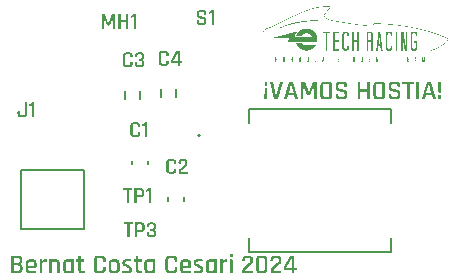
<source format=gto>
G04*
G04 #@! TF.GenerationSoftware,Altium Limited,Altium Designer,24.1.2 (44)*
G04*
G04 Layer_Color=65535*
%FSLAX44Y44*%
%MOMM*%
G71*
G04*
G04 #@! TF.SameCoordinates,92EDBDDB-073E-4DD7-8E9B-4F7EAADC4A97*
G04*
G04*
G04 #@! TF.FilePolarity,Positive*
G04*
G01*
G75*
%ADD10C,0.2000*%
%ADD11C,0.1270*%
G36*
X273535Y224225D02*
X275299D01*
Y224179D01*
X275717D01*
Y224132D01*
X276135D01*
Y224086D01*
X275717D01*
Y224039D01*
X274789D01*
Y223993D01*
X273860D01*
Y223947D01*
X272932D01*
Y223900D01*
X272097D01*
Y223854D01*
X271354D01*
Y223808D01*
X270658D01*
Y223761D01*
X270008D01*
Y223715D01*
X269451D01*
Y223668D01*
X268894D01*
Y223622D01*
X268384D01*
Y223575D01*
X267873D01*
Y223529D01*
X267409D01*
Y223483D01*
X266945D01*
Y223436D01*
X266527D01*
Y223390D01*
X266109D01*
Y223343D01*
X265738D01*
Y223297D01*
X265320D01*
Y223251D01*
X264949D01*
Y223204D01*
X264578D01*
Y223158D01*
X264206D01*
Y223111D01*
X263881D01*
Y223065D01*
X263557D01*
Y223018D01*
X263185D01*
Y222972D01*
X262907D01*
Y222926D01*
X262582D01*
Y222879D01*
X262257D01*
Y222833D01*
X261979D01*
Y222786D01*
X261654D01*
Y222740D01*
X261375D01*
Y222694D01*
X261097D01*
Y222647D01*
X260818D01*
Y222601D01*
X260540D01*
Y222554D01*
X260261D01*
Y222508D01*
X259983D01*
Y222461D01*
X259704D01*
Y222415D01*
X259472D01*
Y222369D01*
X259194D01*
Y222322D01*
X258962D01*
Y222276D01*
X258730D01*
Y222229D01*
X258451D01*
Y222183D01*
X258219D01*
Y222137D01*
X257987D01*
Y222090D01*
X257755D01*
Y222044D01*
X257523D01*
Y221997D01*
X257291D01*
Y221951D01*
X257059D01*
Y221905D01*
X256873D01*
Y221858D01*
X256641D01*
Y221812D01*
X256409D01*
Y221765D01*
X256177D01*
Y221719D01*
X255991D01*
Y221672D01*
X255759D01*
Y221626D01*
X255574D01*
Y221580D01*
X255341D01*
Y221533D01*
X255156D01*
Y221487D01*
X254970D01*
Y221440D01*
X254738D01*
Y221394D01*
X254552D01*
Y221348D01*
X254367D01*
Y221301D01*
X254181D01*
Y221255D01*
X253995D01*
Y221208D01*
X253763D01*
Y221162D01*
X253578D01*
Y221115D01*
X253392D01*
Y221069D01*
X253207D01*
Y221023D01*
X253021D01*
Y220976D01*
X252882D01*
Y220930D01*
X252696D01*
Y220883D01*
X252510D01*
Y220837D01*
X252325D01*
Y220791D01*
X252139D01*
Y220744D01*
X251953D01*
Y220698D01*
X251814D01*
Y220651D01*
X251628D01*
Y220605D01*
X251443D01*
Y220558D01*
X251304D01*
Y220512D01*
X251118D01*
Y220466D01*
X250932D01*
Y220419D01*
X250793D01*
Y220373D01*
X250607D01*
Y220326D01*
X250468D01*
Y220280D01*
X250282D01*
Y220234D01*
X250143D01*
Y220187D01*
X249958D01*
Y220141D01*
X249818D01*
Y220094D01*
X249679D01*
Y220048D01*
X249493D01*
Y220002D01*
X249354D01*
Y219955D01*
X249215D01*
Y219909D01*
X249029D01*
Y219862D01*
X248890D01*
Y219816D01*
X248751D01*
Y219769D01*
X248612D01*
Y219723D01*
X248426D01*
Y219677D01*
X248287D01*
Y219630D01*
X248148D01*
Y219584D01*
X248008D01*
Y219538D01*
X247869D01*
Y219491D01*
X247730D01*
Y219445D01*
X247591D01*
Y219398D01*
X247451D01*
Y219352D01*
X247312D01*
Y219305D01*
X247173D01*
Y219259D01*
X247034D01*
Y219213D01*
X246894D01*
Y219166D01*
X246755D01*
Y219120D01*
X246616D01*
Y219073D01*
X246477D01*
Y219027D01*
X246337D01*
Y218981D01*
X246198D01*
Y218934D01*
X246059D01*
Y218888D01*
X245920D01*
Y218841D01*
X245827D01*
Y218795D01*
X245688D01*
Y218748D01*
X245548D01*
Y218702D01*
X245409D01*
Y218656D01*
X245270D01*
Y218609D01*
X245177D01*
Y218563D01*
X245038D01*
Y218516D01*
X244898D01*
Y218470D01*
X244759D01*
Y218424D01*
X244667D01*
Y218377D01*
X244527D01*
Y218331D01*
X244388D01*
Y218284D01*
X244295D01*
Y218238D01*
X244156D01*
Y218192D01*
X244017D01*
Y218145D01*
X243924D01*
Y218099D01*
X243785D01*
Y218052D01*
X243692D01*
Y218006D01*
X243552D01*
Y217959D01*
X243413D01*
Y217913D01*
X243321D01*
Y217867D01*
X243181D01*
Y217820D01*
X243088D01*
Y217774D01*
X242949D01*
Y217727D01*
X242856D01*
Y217681D01*
X242717D01*
Y217635D01*
X242624D01*
Y217588D01*
X242485D01*
Y217542D01*
X242392D01*
Y217495D01*
X242253D01*
Y217449D01*
X242114D01*
Y217402D01*
X242021D01*
Y217356D01*
X241928D01*
Y217402D01*
X241882D01*
Y217449D01*
X241835D01*
Y217495D01*
X241882D01*
Y217542D01*
X241975D01*
Y217588D01*
X242067D01*
Y217635D01*
X242160D01*
Y217681D01*
X242253D01*
Y217727D01*
X242346D01*
Y217774D01*
X242439D01*
Y217820D01*
X242531D01*
Y217867D01*
X242624D01*
Y217913D01*
X242717D01*
Y217959D01*
X242810D01*
Y218006D01*
X242903D01*
Y218052D01*
X242996D01*
Y218099D01*
X243088D01*
Y218145D01*
X243181D01*
Y218192D01*
X243274D01*
Y218238D01*
X243367D01*
Y218284D01*
X243460D01*
Y218331D01*
X243552D01*
Y218377D01*
X243645D01*
Y218424D01*
X243738D01*
Y218470D01*
X243831D01*
Y218516D01*
X243970D01*
Y218563D01*
X244063D01*
Y218609D01*
X244156D01*
Y218656D01*
X244249D01*
Y218702D01*
X244388D01*
Y218748D01*
X244481D01*
Y218795D01*
X244574D01*
Y218841D01*
X244667D01*
Y218888D01*
X244806D01*
Y218934D01*
X244898D01*
Y218981D01*
X244991D01*
Y219027D01*
X245131D01*
Y219073D01*
X245223D01*
Y219120D01*
X245316D01*
Y219166D01*
X245455D01*
Y219213D01*
X245548D01*
Y219259D01*
X245688D01*
Y219305D01*
X245780D01*
Y219352D01*
X245920D01*
Y219398D01*
X246012D01*
Y219445D01*
X246152D01*
Y219491D01*
X246245D01*
Y219538D01*
X246384D01*
Y219584D01*
X246477D01*
Y219630D01*
X246616D01*
Y219677D01*
X246709D01*
Y219723D01*
X246848D01*
Y219769D01*
X246987D01*
Y219816D01*
X247080D01*
Y219862D01*
X247219D01*
Y219909D01*
X247312D01*
Y219955D01*
X247451D01*
Y220002D01*
X247591D01*
Y220048D01*
X247730D01*
Y220094D01*
X247823D01*
Y220141D01*
X247962D01*
Y220187D01*
X248101D01*
Y220234D01*
X248240D01*
Y220280D01*
X248333D01*
Y220326D01*
X248472D01*
Y220373D01*
X248612D01*
Y220419D01*
X248751D01*
Y220466D01*
X248890D01*
Y220512D01*
X249029D01*
Y220558D01*
X249168D01*
Y220605D01*
X249308D01*
Y220651D01*
X249447D01*
Y220698D01*
X249586D01*
Y220744D01*
X249725D01*
Y220791D01*
X249865D01*
Y220837D01*
X250004D01*
Y220883D01*
X250143D01*
Y220930D01*
X250282D01*
Y220976D01*
X250422D01*
Y221023D01*
X250561D01*
Y221069D01*
X250700D01*
Y221115D01*
X250886D01*
Y221162D01*
X251025D01*
Y221208D01*
X251164D01*
Y221255D01*
X251304D01*
Y221301D01*
X251489D01*
Y221348D01*
X251628D01*
Y221394D01*
X251768D01*
Y221440D01*
X251953D01*
Y221487D01*
X252093D01*
Y221533D01*
X252278D01*
Y221580D01*
X252418D01*
Y221626D01*
X252603D01*
Y221672D01*
X252742D01*
Y221719D01*
X252928D01*
Y221765D01*
X253114D01*
Y221812D01*
X253253D01*
Y221858D01*
X253439D01*
Y221905D01*
X253624D01*
Y221951D01*
X253763D01*
Y221997D01*
X253949D01*
Y222044D01*
X254135D01*
Y222090D01*
X254320D01*
Y222137D01*
X254506D01*
Y222183D01*
X254692D01*
Y222229D01*
X254877D01*
Y222276D01*
X255063D01*
Y222322D01*
X255295D01*
Y222369D01*
X255481D01*
Y222415D01*
X255666D01*
Y222461D01*
X255852D01*
Y222508D01*
X256084D01*
Y222554D01*
X256270D01*
Y222601D01*
X256502D01*
Y222647D01*
X256734D01*
Y222694D01*
X256920D01*
Y222740D01*
X257152D01*
Y222786D01*
X257384D01*
Y222833D01*
X257616D01*
Y222879D01*
X257848D01*
Y222926D01*
X258080D01*
Y222972D01*
X258312D01*
Y223018D01*
X258590D01*
Y223065D01*
X258822D01*
Y223111D01*
X259101D01*
Y223158D01*
X259333D01*
Y223204D01*
X259611D01*
Y223251D01*
X259890D01*
Y223297D01*
X260168D01*
Y223343D01*
X260447D01*
Y223390D01*
X260772D01*
Y223436D01*
X261050D01*
Y223483D01*
X261375D01*
Y223529D01*
X261700D01*
Y223575D01*
X262025D01*
Y223622D01*
X262396D01*
Y223668D01*
X262768D01*
Y223715D01*
X263139D01*
Y223761D01*
X263557D01*
Y223808D01*
X263974D01*
Y223854D01*
X264392D01*
Y223900D01*
X264856D01*
Y223947D01*
X265367D01*
Y223993D01*
X265924D01*
Y224039D01*
X266481D01*
Y224086D01*
X267177D01*
Y224132D01*
X267920D01*
Y224179D01*
X268848D01*
Y224225D01*
X270147D01*
Y224272D01*
X273535D01*
Y224225D01*
D02*
G37*
G36*
X357543Y214711D02*
X357729D01*
Y214664D01*
X357868D01*
Y214618D01*
X357961D01*
Y214571D01*
X358054D01*
Y214525D01*
X358147D01*
Y214478D01*
X358240D01*
Y214432D01*
X358286D01*
Y214386D01*
X358379D01*
Y214339D01*
X358425D01*
Y214293D01*
X358472D01*
Y214246D01*
X358518D01*
Y214200D01*
X358564D01*
Y214153D01*
X358611D01*
Y214107D01*
X358657D01*
Y214061D01*
X358704D01*
Y214014D01*
X358750D01*
Y213921D01*
X358797D01*
Y213875D01*
X358843D01*
Y213829D01*
X358889D01*
Y213736D01*
X358936D01*
Y213643D01*
X358982D01*
Y213550D01*
X359029D01*
Y213411D01*
X359075D01*
Y213225D01*
X359121D01*
Y212947D01*
X359168D01*
Y210765D01*
X359121D01*
Y210719D01*
X357822D01*
Y212204D01*
X357775D01*
Y212436D01*
X357729D01*
Y212575D01*
X357683D01*
Y212668D01*
X357636D01*
Y212761D01*
X357590D01*
Y212854D01*
X357543D01*
Y212900D01*
X357497D01*
Y212947D01*
X357450D01*
Y213040D01*
X357404D01*
Y213086D01*
X357311D01*
Y213132D01*
X357265D01*
Y213179D01*
X357219D01*
Y213225D01*
X357126D01*
Y213272D01*
X357033D01*
Y213318D01*
X356940D01*
Y213365D01*
X356754D01*
Y213411D01*
X356197D01*
Y213365D01*
X356058D01*
Y213318D01*
X355919D01*
Y213272D01*
X355826D01*
Y213225D01*
X355780D01*
Y213179D01*
X355687D01*
Y213132D01*
X355640D01*
Y213086D01*
X355548D01*
Y213040D01*
X355501D01*
Y212947D01*
X355455D01*
Y212900D01*
X355408D01*
Y212854D01*
X355362D01*
Y212761D01*
X355316D01*
Y212668D01*
X355269D01*
Y212575D01*
X355223D01*
Y212483D01*
X355176D01*
Y212251D01*
X355130D01*
Y201204D01*
X355176D01*
Y200972D01*
X355223D01*
Y200879D01*
X355269D01*
Y200786D01*
X355316D01*
Y200694D01*
X355362D01*
Y200601D01*
X355408D01*
Y200554D01*
X355455D01*
Y200508D01*
X355501D01*
Y200415D01*
X355548D01*
Y200369D01*
X355640D01*
Y200322D01*
X355687D01*
Y200276D01*
X355780D01*
Y200229D01*
X355826D01*
Y200183D01*
X355919D01*
Y200137D01*
X356058D01*
Y200090D01*
X356197D01*
Y200044D01*
X356754D01*
Y200090D01*
X356940D01*
Y200137D01*
X357033D01*
Y200183D01*
X357126D01*
Y200229D01*
X357219D01*
Y200276D01*
X357265D01*
Y200322D01*
X357311D01*
Y200369D01*
X357404D01*
Y200415D01*
X357450D01*
Y200508D01*
X357497D01*
Y200554D01*
X357543D01*
Y200601D01*
X357590D01*
Y200694D01*
X357636D01*
Y200786D01*
X357683D01*
Y200879D01*
X357729D01*
Y201019D01*
X357775D01*
Y201251D01*
X357822D01*
Y205381D01*
X356476D01*
Y206727D01*
X359168D01*
Y200462D01*
X359121D01*
Y200183D01*
X359075D01*
Y200044D01*
X359029D01*
Y199905D01*
X358982D01*
Y199812D01*
X358936D01*
Y199719D01*
X358889D01*
Y199626D01*
X358843D01*
Y199580D01*
X358797D01*
Y199533D01*
X358750D01*
Y199440D01*
X358704D01*
Y199394D01*
X358657D01*
Y199348D01*
X358611D01*
Y199301D01*
X358564D01*
Y199255D01*
X358518D01*
Y199209D01*
X358472D01*
Y199162D01*
X358425D01*
Y199116D01*
X358379D01*
Y199069D01*
X358286D01*
Y199023D01*
X358240D01*
Y198976D01*
X358147D01*
Y198930D01*
X358054D01*
Y198884D01*
X357961D01*
Y198837D01*
X357868D01*
Y198791D01*
X357729D01*
Y198744D01*
X357543D01*
Y198698D01*
X355455D01*
Y198744D01*
X355223D01*
Y198791D01*
X355084D01*
Y198837D01*
X354991D01*
Y198884D01*
X354898D01*
Y198930D01*
X354805D01*
Y198976D01*
X354759D01*
Y199023D01*
X354666D01*
Y199069D01*
X354619D01*
Y199116D01*
X354573D01*
Y199162D01*
X354480D01*
Y199209D01*
X354434D01*
Y199255D01*
X354387D01*
Y199301D01*
X354341D01*
Y199348D01*
X354294D01*
Y199440D01*
X354248D01*
Y199487D01*
X354202D01*
Y199533D01*
X354155D01*
Y199580D01*
X354109D01*
Y199673D01*
X354062D01*
Y199765D01*
X354016D01*
Y199812D01*
X353969D01*
Y199951D01*
X353923D01*
Y200044D01*
X353877D01*
Y200183D01*
X353830D01*
Y200462D01*
X353784D01*
Y212993D01*
X353830D01*
Y213225D01*
X353877D01*
Y213411D01*
X353923D01*
Y213504D01*
X353969D01*
Y213643D01*
X354016D01*
Y213689D01*
X354062D01*
Y213782D01*
X354109D01*
Y213875D01*
X354155D01*
Y213921D01*
X354202D01*
Y213968D01*
X354248D01*
Y214014D01*
X354294D01*
Y214107D01*
X354341D01*
Y214153D01*
X354387D01*
Y214200D01*
X354434D01*
Y214246D01*
X354480D01*
Y214293D01*
X354573D01*
Y214339D01*
X354619D01*
Y214386D01*
X354666D01*
Y214432D01*
X354759D01*
Y214478D01*
X354805D01*
Y214525D01*
X354898D01*
Y214571D01*
X354991D01*
Y214618D01*
X355084D01*
Y214664D01*
X355223D01*
Y214711D01*
X355455D01*
Y214757D01*
X357543D01*
Y214711D01*
D02*
G37*
G36*
X336425D02*
X336611D01*
Y214664D01*
X336750D01*
Y214618D01*
X336843D01*
Y214571D01*
X336936D01*
Y214525D01*
X337029D01*
Y214478D01*
X337122D01*
Y214432D01*
X337168D01*
Y214386D01*
X337261D01*
Y214339D01*
X337307D01*
Y214293D01*
X337354D01*
Y214246D01*
X337400D01*
Y214200D01*
X337446D01*
Y214153D01*
X337493D01*
Y214107D01*
X337539D01*
Y214061D01*
X337586D01*
Y214014D01*
X337632D01*
Y213921D01*
X337678D01*
Y213875D01*
X337725D01*
Y213829D01*
X337771D01*
Y213736D01*
X337818D01*
Y213643D01*
X337864D01*
Y213550D01*
X337911D01*
Y213411D01*
X337957D01*
Y213225D01*
X338003D01*
Y212947D01*
X338050D01*
Y210765D01*
X338003D01*
Y210719D01*
X336704D01*
Y212204D01*
X336657D01*
Y212436D01*
X336611D01*
Y212575D01*
X336565D01*
Y212668D01*
X336518D01*
Y212761D01*
X336472D01*
Y212854D01*
X336425D01*
Y212900D01*
X336379D01*
Y212947D01*
X336333D01*
Y213040D01*
X336286D01*
Y213086D01*
X336193D01*
Y213132D01*
X336147D01*
Y213179D01*
X336101D01*
Y213225D01*
X336008D01*
Y213272D01*
X335915D01*
Y213318D01*
X335822D01*
Y213365D01*
X335636D01*
Y213411D01*
X335079D01*
Y213365D01*
X334940D01*
Y213318D01*
X334801D01*
Y213272D01*
X334708D01*
Y213225D01*
X334662D01*
Y213179D01*
X334569D01*
Y213132D01*
X334522D01*
Y213086D01*
X334430D01*
Y213040D01*
X334383D01*
Y212947D01*
X334337D01*
Y212900D01*
X334290D01*
Y212854D01*
X334244D01*
Y212761D01*
X334198D01*
Y212668D01*
X334151D01*
Y212575D01*
X334105D01*
Y212483D01*
X334058D01*
Y212251D01*
X334012D01*
Y201204D01*
X334058D01*
Y200972D01*
X334105D01*
Y200879D01*
X334151D01*
Y200786D01*
X334198D01*
Y200694D01*
X334244D01*
Y200601D01*
X334290D01*
Y200554D01*
X334337D01*
Y200508D01*
X334383D01*
Y200415D01*
X334430D01*
Y200369D01*
X334522D01*
Y200322D01*
X334569D01*
Y200276D01*
X334662D01*
Y200229D01*
X334708D01*
Y200183D01*
X334801D01*
Y200137D01*
X334940D01*
Y200090D01*
X335079D01*
Y200044D01*
X335636D01*
Y200090D01*
X335822D01*
Y200137D01*
X335915D01*
Y200183D01*
X336008D01*
Y200229D01*
X336101D01*
Y200276D01*
X336147D01*
Y200322D01*
X336193D01*
Y200369D01*
X336286D01*
Y200415D01*
X336333D01*
Y200508D01*
X336379D01*
Y200554D01*
X336425D01*
Y200601D01*
X336472D01*
Y200694D01*
X336518D01*
Y200786D01*
X336565D01*
Y200879D01*
X336611D01*
Y201019D01*
X336657D01*
Y201251D01*
X336704D01*
Y202736D01*
X338003D01*
Y202689D01*
X338050D01*
Y200462D01*
X338003D01*
Y200183D01*
X337957D01*
Y200044D01*
X337911D01*
Y199905D01*
X337864D01*
Y199812D01*
X337818D01*
Y199719D01*
X337771D01*
Y199626D01*
X337725D01*
Y199580D01*
X337678D01*
Y199533D01*
X337632D01*
Y199440D01*
X337586D01*
Y199394D01*
X337539D01*
Y199348D01*
X337493D01*
Y199301D01*
X337446D01*
Y199255D01*
X337400D01*
Y199209D01*
X337354D01*
Y199162D01*
X337307D01*
Y199116D01*
X337261D01*
Y199069D01*
X337168D01*
Y199023D01*
X337122D01*
Y198976D01*
X337029D01*
Y198930D01*
X336936D01*
Y198884D01*
X336843D01*
Y198837D01*
X336750D01*
Y198791D01*
X336611D01*
Y198744D01*
X336425D01*
Y198698D01*
X334337D01*
Y198744D01*
X334105D01*
Y198791D01*
X333965D01*
Y198837D01*
X333873D01*
Y198884D01*
X333780D01*
Y198930D01*
X333687D01*
Y198976D01*
X333641D01*
Y199023D01*
X333548D01*
Y199069D01*
X333501D01*
Y199116D01*
X333455D01*
Y199162D01*
X333362D01*
Y199209D01*
X333316D01*
Y199255D01*
X333269D01*
Y199301D01*
X333223D01*
Y199348D01*
X333176D01*
Y199440D01*
X333130D01*
Y199487D01*
X333084D01*
Y199533D01*
X333037D01*
Y199580D01*
X332991D01*
Y199673D01*
X332944D01*
Y199765D01*
X332898D01*
Y199812D01*
X332852D01*
Y199951D01*
X332805D01*
Y200044D01*
X332759D01*
Y200183D01*
X332712D01*
Y200462D01*
X332666D01*
Y209002D01*
Y209048D01*
Y212993D01*
X332712D01*
Y213225D01*
X332759D01*
Y213411D01*
X332805D01*
Y213504D01*
X332852D01*
Y213643D01*
X332898D01*
Y213689D01*
X332944D01*
Y213782D01*
X332991D01*
Y213875D01*
X333037D01*
Y213921D01*
X333084D01*
Y213968D01*
X333130D01*
Y214014D01*
X333176D01*
Y214107D01*
X333223D01*
Y214153D01*
X333269D01*
Y214200D01*
X333316D01*
Y214246D01*
X333362D01*
Y214293D01*
X333455D01*
Y214339D01*
X333501D01*
Y214386D01*
X333548D01*
Y214432D01*
X333641D01*
Y214478D01*
X333687D01*
Y214525D01*
X333780D01*
Y214571D01*
X333873D01*
Y214618D01*
X333965D01*
Y214664D01*
X334105D01*
Y214711D01*
X334337D01*
Y214757D01*
X336425D01*
Y214711D01*
D02*
G37*
G36*
X299713D02*
X299898D01*
Y214664D01*
X300037D01*
Y214618D01*
X300130D01*
Y214571D01*
X300223D01*
Y214525D01*
X300316D01*
Y214478D01*
X300409D01*
Y214432D01*
X300455D01*
Y214386D01*
X300548D01*
Y214339D01*
X300594D01*
Y214293D01*
X300641D01*
Y214246D01*
X300687D01*
Y214200D01*
X300734D01*
Y214153D01*
X300780D01*
Y214107D01*
X300826D01*
Y214061D01*
X300873D01*
Y214014D01*
X300919D01*
Y213921D01*
X300966D01*
Y213875D01*
X301012D01*
Y213829D01*
X301059D01*
Y213736D01*
X301105D01*
Y213643D01*
X301151D01*
Y213550D01*
X301198D01*
Y213411D01*
X301244D01*
Y213225D01*
X301291D01*
Y212947D01*
X301337D01*
Y210765D01*
X301291D01*
Y210719D01*
X299991D01*
Y212204D01*
X299945D01*
Y212436D01*
X299898D01*
Y212575D01*
X299852D01*
Y212668D01*
X299805D01*
Y212761D01*
X299759D01*
Y212854D01*
X299713D01*
Y212900D01*
X299666D01*
Y212947D01*
X299620D01*
Y213040D01*
X299573D01*
Y213086D01*
X299480D01*
Y213132D01*
X299434D01*
Y213179D01*
X299388D01*
Y213225D01*
X299295D01*
Y213272D01*
X299202D01*
Y213318D01*
X299109D01*
Y213365D01*
X298923D01*
Y213411D01*
X298367D01*
Y213365D01*
X298227D01*
Y213318D01*
X298088D01*
Y213272D01*
X297995D01*
Y213225D01*
X297949D01*
Y213179D01*
X297856D01*
Y213132D01*
X297810D01*
Y213086D01*
X297717D01*
Y213040D01*
X297670D01*
Y212947D01*
X297624D01*
Y212900D01*
X297577D01*
Y212854D01*
X297531D01*
Y212761D01*
X297485D01*
Y212668D01*
X297438D01*
Y212575D01*
X297392D01*
Y212483D01*
X297346D01*
Y212251D01*
X297299D01*
Y201204D01*
X297346D01*
Y200972D01*
X297392D01*
Y200879D01*
X297438D01*
Y200786D01*
X297485D01*
Y200694D01*
X297531D01*
Y200601D01*
X297577D01*
Y200554D01*
X297624D01*
Y200508D01*
X297670D01*
Y200415D01*
X297717D01*
Y200369D01*
X297810D01*
Y200322D01*
X297856D01*
Y200276D01*
X297949D01*
Y200229D01*
X297995D01*
Y200183D01*
X298088D01*
Y200137D01*
X298227D01*
Y200090D01*
X298367D01*
Y200044D01*
X298923D01*
Y200090D01*
X299109D01*
Y200137D01*
X299202D01*
Y200183D01*
X299295D01*
Y200229D01*
X299388D01*
Y200276D01*
X299434D01*
Y200322D01*
X299480D01*
Y200369D01*
X299573D01*
Y200415D01*
X299620D01*
Y200508D01*
X299666D01*
Y200554D01*
X299713D01*
Y200601D01*
X299759D01*
Y200694D01*
X299805D01*
Y200786D01*
X299852D01*
Y200879D01*
X299898D01*
Y201019D01*
X299945D01*
Y201251D01*
X299991D01*
Y202736D01*
X301291D01*
Y202689D01*
X301337D01*
Y200462D01*
X301291D01*
Y200183D01*
X301244D01*
Y200044D01*
X301198D01*
Y199905D01*
X301151D01*
Y199812D01*
X301105D01*
Y199719D01*
X301059D01*
Y199626D01*
X301012D01*
Y199580D01*
X300966D01*
Y199533D01*
X300919D01*
Y199440D01*
X300873D01*
Y199394D01*
X300826D01*
Y199348D01*
X300780D01*
Y199301D01*
X300734D01*
Y199255D01*
X300687D01*
Y199209D01*
X300641D01*
Y199162D01*
X300594D01*
Y199116D01*
X300548D01*
Y199069D01*
X300455D01*
Y199023D01*
X300409D01*
Y198976D01*
X300316D01*
Y198930D01*
X300223D01*
Y198884D01*
X300130D01*
Y198837D01*
X300037D01*
Y198791D01*
X299898D01*
Y198744D01*
X299713D01*
Y198698D01*
X297624D01*
Y198744D01*
X297392D01*
Y198791D01*
X297253D01*
Y198837D01*
X297160D01*
Y198884D01*
X297067D01*
Y198930D01*
X296974D01*
Y198976D01*
X296928D01*
Y199023D01*
X296835D01*
Y199069D01*
X296789D01*
Y199116D01*
X296742D01*
Y199162D01*
X296649D01*
Y199209D01*
X296603D01*
Y199255D01*
X296556D01*
Y199301D01*
X296510D01*
Y199348D01*
X296464D01*
Y199440D01*
X296417D01*
Y199487D01*
X296371D01*
Y199533D01*
X296324D01*
Y199580D01*
X296278D01*
Y199673D01*
X296231D01*
Y199765D01*
X296185D01*
Y199812D01*
X296139D01*
Y199951D01*
X296092D01*
Y200044D01*
X296046D01*
Y200183D01*
X296000D01*
Y200462D01*
X295953D01*
Y212993D01*
X296000D01*
Y213225D01*
X296046D01*
Y213411D01*
X296092D01*
Y213504D01*
X296139D01*
Y213643D01*
X296185D01*
Y213689D01*
X296231D01*
Y213782D01*
X296278D01*
Y213875D01*
X296324D01*
Y213921D01*
X296371D01*
Y213968D01*
X296417D01*
Y214014D01*
X296464D01*
Y214107D01*
X296510D01*
Y214153D01*
X296556D01*
Y214200D01*
X296603D01*
Y214246D01*
X296649D01*
Y214293D01*
X296742D01*
Y214339D01*
X296789D01*
Y214386D01*
X296835D01*
Y214432D01*
X296928D01*
Y214478D01*
X296974D01*
Y214525D01*
X297067D01*
Y214571D01*
X297160D01*
Y214618D01*
X297253D01*
Y214664D01*
X297392D01*
Y214711D01*
X297624D01*
Y214757D01*
X299713D01*
Y214711D01*
D02*
G37*
G36*
X266156Y217356D02*
X266620D01*
Y217310D01*
X266945D01*
Y217263D01*
X267223D01*
Y217217D01*
X267455D01*
Y217170D01*
X267641D01*
Y217124D01*
X267827D01*
Y217078D01*
X267966D01*
Y217031D01*
X268151D01*
Y216985D01*
X268291D01*
Y216938D01*
X268430D01*
Y216892D01*
X268569D01*
Y216845D01*
X268662D01*
Y216799D01*
X268801D01*
Y216753D01*
X268894D01*
Y216706D01*
X269033D01*
Y216660D01*
X269126D01*
Y216613D01*
X269219D01*
Y216567D01*
X269312D01*
Y216521D01*
X269405D01*
Y216474D01*
X269498D01*
Y216428D01*
X269590D01*
Y216381D01*
X269683D01*
Y216335D01*
X269776D01*
Y216289D01*
X269869D01*
Y216242D01*
X269962D01*
Y216196D01*
X270008D01*
Y216149D01*
X270101D01*
Y216103D01*
X270194D01*
Y216056D01*
X270240D01*
Y216010D01*
X270333D01*
Y215964D01*
X270426D01*
Y215917D01*
X270472D01*
Y215871D01*
X270565D01*
Y215824D01*
X270611D01*
Y215778D01*
X270704D01*
Y215732D01*
X270751D01*
Y215685D01*
X270797D01*
Y215639D01*
X270890D01*
Y215592D01*
X270936D01*
Y215546D01*
X271029D01*
Y215499D01*
X271076D01*
Y215453D01*
X271122D01*
Y215407D01*
X271215D01*
Y215360D01*
X271261D01*
Y215314D01*
X271308D01*
Y215267D01*
X271354D01*
Y215221D01*
X271447D01*
Y215175D01*
X271493D01*
Y215128D01*
X271540D01*
Y215082D01*
X271586D01*
Y215035D01*
X271632D01*
Y214989D01*
X271679D01*
Y214942D01*
X271725D01*
Y214896D01*
X271818D01*
Y214850D01*
X271865D01*
Y214803D01*
X271911D01*
Y214757D01*
X271957D01*
Y214711D01*
X272004D01*
Y214664D01*
X272050D01*
Y214618D01*
X272097D01*
Y214571D01*
X272143D01*
Y214525D01*
X272190D01*
Y214478D01*
X272236D01*
Y214432D01*
X272282D01*
Y214339D01*
X272329D01*
Y214293D01*
X272375D01*
Y214246D01*
X272422D01*
Y214200D01*
X272468D01*
Y214153D01*
X272514D01*
Y214107D01*
X272561D01*
Y214061D01*
X272607D01*
Y213968D01*
X272654D01*
Y213921D01*
X272700D01*
Y213875D01*
X272746D01*
Y213829D01*
X272793D01*
Y213736D01*
X272839D01*
Y213689D01*
X272886D01*
Y213643D01*
X272932D01*
Y213550D01*
X272978D01*
Y213504D01*
X273025D01*
Y213411D01*
X273071D01*
Y213365D01*
X273118D01*
Y213272D01*
X273164D01*
Y213225D01*
X273211D01*
Y213132D01*
X273257D01*
Y213086D01*
X273303D01*
Y212993D01*
X273350D01*
Y212947D01*
X273396D01*
Y212854D01*
X273443D01*
Y212761D01*
X273489D01*
Y212715D01*
X273535D01*
Y212622D01*
X273582D01*
Y212529D01*
X273628D01*
Y212436D01*
X273675D01*
Y212343D01*
X273721D01*
Y212297D01*
X273768D01*
Y212204D01*
X273814D01*
Y212111D01*
X273860D01*
Y212019D01*
X273907D01*
Y211926D01*
X273953D01*
Y211833D01*
X274000D01*
Y211740D01*
X274046D01*
Y211601D01*
X274092D01*
Y211508D01*
X274139D01*
Y211415D01*
X274185D01*
Y211276D01*
X274232D01*
Y211137D01*
X274278D01*
Y211044D01*
X274324D01*
Y210905D01*
X274371D01*
Y210765D01*
X274417D01*
Y210580D01*
X274464D01*
Y210440D01*
X274510D01*
Y210255D01*
X274557D01*
Y210023D01*
X274603D01*
Y209837D01*
X274649D01*
Y209559D01*
X274696D01*
Y209234D01*
X274742D01*
Y208770D01*
X274789D01*
Y207052D01*
X274742D01*
Y206681D01*
X274696D01*
Y206449D01*
X274649D01*
Y206171D01*
X274603D01*
Y206031D01*
X274557D01*
Y205985D01*
X274232D01*
Y205938D01*
X250236D01*
Y205985D01*
X250143D01*
Y206031D01*
X250097D01*
Y206124D01*
X250050D01*
Y206310D01*
X250097D01*
Y206867D01*
X250143D01*
Y207284D01*
X250190D01*
Y207656D01*
X250236D01*
Y207981D01*
X250282D01*
Y208259D01*
X250329D01*
Y208538D01*
X250375D01*
Y208770D01*
X250422D01*
Y209002D01*
X250468D01*
Y209187D01*
X250515D01*
Y209373D01*
X250561D01*
Y209651D01*
X250607D01*
Y209744D01*
X238076D01*
Y209837D01*
X238169D01*
Y209883D01*
X238354D01*
Y209930D01*
X238540D01*
Y209976D01*
X238679D01*
Y210023D01*
X238865D01*
Y210069D01*
X239050D01*
Y210116D01*
X239236D01*
Y210162D01*
X239422D01*
Y210208D01*
X239607D01*
Y210255D01*
X239793D01*
Y210301D01*
X239979D01*
Y210348D01*
X240118D01*
Y210394D01*
X240304D01*
Y210440D01*
X240489D01*
Y210487D01*
X240675D01*
Y210533D01*
X240861D01*
Y210580D01*
X241046D01*
Y210626D01*
X241232D01*
Y210672D01*
X241371D01*
Y210719D01*
X241557D01*
Y210765D01*
X241742D01*
Y210812D01*
X241928D01*
Y210858D01*
X242114D01*
Y210905D01*
X242299D01*
Y210951D01*
X242485D01*
Y210997D01*
X242624D01*
Y211044D01*
X242810D01*
Y211090D01*
X242996D01*
Y211137D01*
X243181D01*
Y211183D01*
X243367D01*
Y211229D01*
X243552D01*
Y211276D01*
X243738D01*
Y211322D01*
X243924D01*
Y211369D01*
X244063D01*
Y211415D01*
X244249D01*
Y211462D01*
X244434D01*
Y211508D01*
X244620D01*
Y211554D01*
X244806D01*
Y211601D01*
X244991D01*
Y211647D01*
X245177D01*
Y211694D01*
X245316D01*
Y211740D01*
X245502D01*
Y211786D01*
X245688D01*
Y211833D01*
X245873D01*
Y211879D01*
X246059D01*
Y211926D01*
X246245D01*
Y211972D01*
X246430D01*
Y212019D01*
X246616D01*
Y212065D01*
X246755D01*
Y212111D01*
X246941D01*
Y212158D01*
X247126D01*
Y212204D01*
X247312D01*
Y212251D01*
X247498D01*
Y212297D01*
X247683D01*
Y212343D01*
X247869D01*
Y212390D01*
X248008D01*
Y212436D01*
X248194D01*
Y212483D01*
X248379D01*
Y212529D01*
X248565D01*
Y212575D01*
X248751D01*
Y212622D01*
X248937D01*
Y212668D01*
X249122D01*
Y212715D01*
X249308D01*
Y212761D01*
X249447D01*
Y212808D01*
X249633D01*
Y212854D01*
X249818D01*
Y212900D01*
X250004D01*
Y212947D01*
X250190D01*
Y212993D01*
X250375D01*
Y213040D01*
X250561D01*
Y213086D01*
X250700D01*
Y213132D01*
X250886D01*
Y213179D01*
X251071D01*
Y213225D01*
X251257D01*
Y213272D01*
X251443D01*
Y213318D01*
X251628D01*
Y213365D01*
X251814D01*
Y213411D01*
X251953D01*
Y213457D01*
X252139D01*
Y213504D01*
X252325D01*
Y213550D01*
X252510D01*
Y213597D01*
X252696D01*
Y213643D01*
X252882D01*
Y213689D01*
X253067D01*
Y213736D01*
X253253D01*
Y213782D01*
X253392D01*
Y213829D01*
X253578D01*
Y213875D01*
X253763D01*
Y213921D01*
X253949D01*
Y213968D01*
X254135D01*
Y214014D01*
X254320D01*
Y214061D01*
X254506D01*
Y214107D01*
X254645D01*
Y214153D01*
X254831D01*
Y214200D01*
X255017D01*
Y214246D01*
X255202D01*
Y214293D01*
X255388D01*
Y214339D01*
X255574D01*
Y214386D01*
X255759D01*
Y214432D01*
X255945D01*
Y214478D01*
X256084D01*
Y214525D01*
X256270D01*
Y214571D01*
X256455D01*
Y214618D01*
X256641D01*
Y214664D01*
X256827D01*
Y214711D01*
X257012D01*
Y214757D01*
X257198D01*
Y214803D01*
X257337D01*
Y214850D01*
X257477D01*
Y214757D01*
X257430D01*
Y214711D01*
X257384D01*
Y214618D01*
X257337D01*
Y214525D01*
X257291D01*
Y214478D01*
X257244D01*
Y214386D01*
X257198D01*
Y214293D01*
X257152D01*
Y214246D01*
X257105D01*
Y214153D01*
X257059D01*
Y214107D01*
X257012D01*
Y214014D01*
X256966D01*
Y213921D01*
X256920D01*
Y213875D01*
X256873D01*
Y213782D01*
X256827D01*
Y213689D01*
X256780D01*
Y213643D01*
X256734D01*
Y213550D01*
X256688D01*
Y213457D01*
X256641D01*
Y213411D01*
X256595D01*
Y213318D01*
X256548D01*
Y213225D01*
X256502D01*
Y213179D01*
X256455D01*
Y213086D01*
X256409D01*
Y212993D01*
X256363D01*
Y212947D01*
X256316D01*
Y212854D01*
X256270D01*
Y212761D01*
X256223D01*
Y212668D01*
X256177D01*
Y212622D01*
X256131D01*
Y212529D01*
X256084D01*
Y212436D01*
X256038D01*
Y212343D01*
X255991D01*
Y212251D01*
X255945D01*
Y212158D01*
X255898D01*
Y212065D01*
X255852D01*
Y211926D01*
X255806D01*
Y211833D01*
X255759D01*
Y211740D01*
X255713D01*
Y211601D01*
X255666D01*
Y211462D01*
X255620D01*
Y211322D01*
X255574D01*
Y211183D01*
X255527D01*
Y211044D01*
X255481D01*
Y210858D01*
X255434D01*
Y210719D01*
X255388D01*
Y210487D01*
X255341D01*
Y210301D01*
X255295D01*
Y210069D01*
X255249D01*
Y209883D01*
X270287D01*
Y210023D01*
X270240D01*
Y210116D01*
X270194D01*
Y210255D01*
X270147D01*
Y210348D01*
X270101D01*
Y210440D01*
X270054D01*
Y210533D01*
X270008D01*
Y210626D01*
X269962D01*
Y210719D01*
X269915D01*
Y210765D01*
X269869D01*
Y210858D01*
X269822D01*
Y210951D01*
X269776D01*
Y210997D01*
X269730D01*
Y211090D01*
X269683D01*
Y211137D01*
X269637D01*
Y211229D01*
X269590D01*
Y211276D01*
X269544D01*
Y211322D01*
X269498D01*
Y211415D01*
X269451D01*
Y211462D01*
X269405D01*
Y211508D01*
X269358D01*
Y211554D01*
X269312D01*
Y211601D01*
X269265D01*
Y211694D01*
X269219D01*
Y211740D01*
X269173D01*
Y211786D01*
X269126D01*
Y211833D01*
X269080D01*
Y211879D01*
X269033D01*
Y211926D01*
X268987D01*
Y211972D01*
X268941D01*
Y212019D01*
X268848D01*
Y212065D01*
X268801D01*
Y212111D01*
X268755D01*
Y212158D01*
X268708D01*
Y212204D01*
X268662D01*
Y212251D01*
X268569D01*
Y212297D01*
X268523D01*
Y212343D01*
X268476D01*
Y212390D01*
X268384D01*
Y212436D01*
X268337D01*
Y212483D01*
X268244D01*
Y212529D01*
X268151D01*
Y212575D01*
X268105D01*
Y212622D01*
X268012D01*
Y212668D01*
X267920D01*
Y212715D01*
X267827D01*
Y212761D01*
X267734D01*
Y212808D01*
X267641D01*
Y212854D01*
X267548D01*
Y212900D01*
X267409D01*
Y212947D01*
X267316D01*
Y212993D01*
X267177D01*
Y213040D01*
X267038D01*
Y213086D01*
X266852D01*
Y213132D01*
X266713D01*
Y213179D01*
X266481D01*
Y213225D01*
X266249D01*
Y213272D01*
X265877D01*
Y213318D01*
X265042D01*
Y213272D01*
X264671D01*
Y213225D01*
X264392D01*
Y213179D01*
X264206D01*
Y213132D01*
X264021D01*
Y213086D01*
X263881D01*
Y213040D01*
X263742D01*
Y212993D01*
X263603D01*
Y212947D01*
X263510D01*
Y212900D01*
X263417D01*
Y212854D01*
X263325D01*
Y212808D01*
X263185D01*
Y212761D01*
X263139D01*
Y212715D01*
X263046D01*
Y212668D01*
X262953D01*
Y212622D01*
X262860D01*
Y212575D01*
X262768D01*
Y212529D01*
X262721D01*
Y212483D01*
X262628D01*
Y212436D01*
X262582D01*
Y212390D01*
X262489D01*
Y212343D01*
X262443D01*
Y212297D01*
X262396D01*
Y212251D01*
X262304D01*
Y212204D01*
X262257D01*
Y212158D01*
X262211D01*
Y212111D01*
X262164D01*
Y212065D01*
X262071D01*
Y212019D01*
X262025D01*
Y211972D01*
X261979D01*
Y211926D01*
X261932D01*
Y211879D01*
X261886D01*
Y211833D01*
X261839D01*
Y211786D01*
X261793D01*
Y211740D01*
X261747D01*
Y211694D01*
X261700D01*
Y211647D01*
X261654D01*
Y211601D01*
X261607D01*
Y211554D01*
X261561D01*
Y211462D01*
X261514D01*
Y211415D01*
X261468D01*
Y211369D01*
X261422D01*
Y211322D01*
X261375D01*
Y211229D01*
X261329D01*
Y211183D01*
X261282D01*
Y211137D01*
X261236D01*
Y211044D01*
X261189D01*
Y210997D01*
X261143D01*
Y210905D01*
X261097D01*
Y210858D01*
X261050D01*
Y210765D01*
X260958D01*
Y210719D01*
X260865D01*
Y210672D01*
X256502D01*
Y210719D01*
X256455D01*
Y210765D01*
X256502D01*
Y210951D01*
X256548D01*
Y211090D01*
X256595D01*
Y211229D01*
X256641D01*
Y211322D01*
X256688D01*
Y211462D01*
X256734D01*
Y211601D01*
X256780D01*
Y211694D01*
X256827D01*
Y211786D01*
X256873D01*
Y211926D01*
X256920D01*
Y212019D01*
X256966D01*
Y212111D01*
X257012D01*
Y212204D01*
X257059D01*
Y212297D01*
X257105D01*
Y212390D01*
X257152D01*
Y212483D01*
X257198D01*
Y212529D01*
X257244D01*
Y212622D01*
X257291D01*
Y212715D01*
X257337D01*
Y212808D01*
X257384D01*
Y212854D01*
X257430D01*
Y212947D01*
X257477D01*
Y212993D01*
X257523D01*
Y213086D01*
X257569D01*
Y213132D01*
X257616D01*
Y213225D01*
X257662D01*
Y213272D01*
X257709D01*
Y213365D01*
X257755D01*
Y213411D01*
X257801D01*
Y213504D01*
X257848D01*
Y213550D01*
X257894D01*
Y213643D01*
X257941D01*
Y213689D01*
X257987D01*
Y213736D01*
X258034D01*
Y213829D01*
X258080D01*
Y213875D01*
X258126D01*
Y213921D01*
X258173D01*
Y213968D01*
X258219D01*
Y214061D01*
X258265D01*
Y214107D01*
X258312D01*
Y214153D01*
X258358D01*
Y214200D01*
X258405D01*
Y214246D01*
X258451D01*
Y214293D01*
X258498D01*
Y214386D01*
X258544D01*
Y214432D01*
X258590D01*
Y214478D01*
X258637D01*
Y214525D01*
X258683D01*
Y214571D01*
X258730D01*
Y214618D01*
X258776D01*
Y214664D01*
X258822D01*
Y214711D01*
X258869D01*
Y214757D01*
X258915D01*
Y214803D01*
X258962D01*
Y214850D01*
X259008D01*
Y214896D01*
X259055D01*
Y214942D01*
X259101D01*
Y214989D01*
X259147D01*
Y215035D01*
X259194D01*
Y215082D01*
X259240D01*
Y215128D01*
X259333D01*
Y215175D01*
X259379D01*
Y215221D01*
X259426D01*
Y215267D01*
X259472D01*
Y215314D01*
X259519D01*
Y215360D01*
X259611D01*
Y215407D01*
X259658D01*
Y215453D01*
X259704D01*
Y215499D01*
X259751D01*
Y215546D01*
X259844D01*
Y215592D01*
X259890D01*
Y215639D01*
X259936D01*
Y215685D01*
X260029D01*
Y215732D01*
X260076D01*
Y215778D01*
X260168D01*
Y215824D01*
X260215D01*
Y215871D01*
X260308D01*
Y215917D01*
X260354D01*
Y215964D01*
X260447D01*
Y216010D01*
X260493D01*
Y216056D01*
X260586D01*
Y216103D01*
X260679D01*
Y216149D01*
X260772D01*
Y216196D01*
X260818D01*
Y216242D01*
X260911D01*
Y216289D01*
X261004D01*
Y216335D01*
X261097D01*
Y216381D01*
X261189D01*
Y216428D01*
X261282D01*
Y216474D01*
X261375D01*
Y216521D01*
X261468D01*
Y216567D01*
X261607D01*
Y216613D01*
X261700D01*
Y216660D01*
X261839D01*
Y216706D01*
X261932D01*
Y216753D01*
X262071D01*
Y216799D01*
X262211D01*
Y216845D01*
X262304D01*
Y216892D01*
X262489D01*
Y216938D01*
X262628D01*
Y216985D01*
X262768D01*
Y217031D01*
X262953D01*
Y217078D01*
X263139D01*
Y217124D01*
X263325D01*
Y217170D01*
X263557D01*
Y217217D01*
X263789D01*
Y217263D01*
X264067D01*
Y217310D01*
X264392D01*
Y217356D01*
X264856D01*
Y217402D01*
X266156D01*
Y217356D01*
D02*
G37*
G36*
X309645Y198698D02*
X308299D01*
Y206031D01*
X305653D01*
Y198698D01*
X304307D01*
Y214757D01*
X305653D01*
Y211508D01*
Y211462D01*
Y207377D01*
X308299D01*
Y214757D01*
X309645D01*
Y198698D01*
D02*
G37*
G36*
X350767D02*
X348678D01*
Y198930D01*
X348632D01*
Y199209D01*
X348586D01*
Y199487D01*
X348539D01*
Y199765D01*
X348493D01*
Y200090D01*
X348446D01*
Y200369D01*
X348400D01*
Y200647D01*
X348354D01*
Y200926D01*
X348307D01*
Y201204D01*
X348261D01*
Y201483D01*
X348214D01*
Y201761D01*
X348168D01*
Y202040D01*
X348121D01*
Y202365D01*
X348075D01*
Y202643D01*
X348029D01*
Y202922D01*
X347982D01*
Y203200D01*
X347936D01*
Y203479D01*
X347889D01*
Y203757D01*
X347843D01*
Y204035D01*
X347797D01*
Y204360D01*
X347750D01*
Y204639D01*
X347704D01*
Y204917D01*
X347657D01*
Y205196D01*
X347611D01*
Y205474D01*
X347565D01*
Y205753D01*
X347518D01*
Y206031D01*
X347472D01*
Y206310D01*
X347425D01*
Y206635D01*
X347379D01*
Y206913D01*
X347332D01*
Y207192D01*
X347286D01*
Y207470D01*
X347240D01*
Y207749D01*
X347193D01*
Y208027D01*
X347147D01*
Y208305D01*
X347100D01*
Y208630D01*
X347054D01*
Y208909D01*
X347008D01*
Y209187D01*
X346961D01*
Y209466D01*
X346915D01*
Y209744D01*
X346868D01*
Y210023D01*
X346822D01*
Y210301D01*
X346776D01*
Y200462D01*
Y200415D01*
Y198698D01*
X345429D01*
Y214757D01*
X347518D01*
Y214478D01*
X347565D01*
Y214200D01*
X347611D01*
Y213921D01*
X347657D01*
Y213643D01*
X347704D01*
Y213365D01*
X347750D01*
Y213086D01*
X347797D01*
Y212808D01*
X347843D01*
Y212483D01*
X347889D01*
Y212204D01*
X347936D01*
Y211926D01*
X347982D01*
Y211647D01*
X348029D01*
Y211369D01*
X348075D01*
Y211090D01*
X348121D01*
Y210812D01*
X348168D01*
Y210533D01*
X348214D01*
Y210255D01*
X348261D01*
Y209930D01*
X348307D01*
Y209651D01*
X348354D01*
Y209373D01*
X348400D01*
Y209095D01*
X348446D01*
Y208816D01*
X348493D01*
Y208538D01*
X348539D01*
Y208259D01*
X348586D01*
Y207981D01*
X348632D01*
Y207702D01*
X348678D01*
Y207377D01*
X348725D01*
Y207099D01*
X348771D01*
Y206820D01*
X348818D01*
Y206542D01*
X348864D01*
Y206263D01*
X348910D01*
Y205985D01*
X348957D01*
Y205706D01*
X349003D01*
Y205428D01*
X349050D01*
Y205103D01*
X349096D01*
Y204825D01*
X349143D01*
Y204546D01*
X349189D01*
Y204268D01*
X349235D01*
Y203989D01*
X349282D01*
Y203710D01*
X349328D01*
Y203432D01*
X349375D01*
Y203154D01*
X349421D01*
Y214757D01*
X350767D01*
Y198698D01*
D02*
G37*
G36*
X342366D02*
X341020D01*
Y202643D01*
Y202689D01*
Y214757D01*
X342366D01*
Y198698D01*
D02*
G37*
G36*
X327885Y214478D02*
X327932D01*
Y214107D01*
X327978D01*
Y213736D01*
X328025D01*
Y213365D01*
X328071D01*
Y212993D01*
X328117D01*
Y212622D01*
X328164D01*
Y212251D01*
X328210D01*
Y211879D01*
X328257D01*
Y211508D01*
X328303D01*
Y211137D01*
X328349D01*
Y210765D01*
X328396D01*
Y210394D01*
X328442D01*
Y210023D01*
X328489D01*
Y209651D01*
X328535D01*
Y209280D01*
X328582D01*
Y208909D01*
X328628D01*
Y208538D01*
X328674D01*
Y208120D01*
X328721D01*
Y207749D01*
X328767D01*
Y207377D01*
X328814D01*
Y207006D01*
X328860D01*
Y206635D01*
X328906D01*
Y206263D01*
X328953D01*
Y205892D01*
X328999D01*
Y205521D01*
X329046D01*
Y205149D01*
X329092D01*
Y204778D01*
X329138D01*
Y204407D01*
X329185D01*
Y204035D01*
X329231D01*
Y203664D01*
X329278D01*
Y203293D01*
X329324D01*
Y202922D01*
X329371D01*
Y202550D01*
X329417D01*
Y202179D01*
X329463D01*
Y201808D01*
X329510D01*
Y201436D01*
X329556D01*
Y201065D01*
X329603D01*
Y200647D01*
X329649D01*
Y200276D01*
X329696D01*
Y199905D01*
X329742D01*
Y199533D01*
X329788D01*
Y199162D01*
X329835D01*
Y198791D01*
X329881D01*
Y198698D01*
X328396D01*
Y198791D01*
X328349D01*
Y199255D01*
X328303D01*
Y199719D01*
X328257D01*
Y200137D01*
X328210D01*
Y200601D01*
X328164D01*
Y201065D01*
X328117D01*
Y201483D01*
X328071D01*
Y201947D01*
X328025D01*
Y202411D01*
X327978D01*
Y202689D01*
X326446D01*
Y202643D01*
X326400D01*
Y202225D01*
X326354D01*
Y201761D01*
X326307D01*
Y201343D01*
X326261D01*
Y200926D01*
X326214D01*
Y200508D01*
X326168D01*
Y200044D01*
X326122D01*
Y199626D01*
X326075D01*
Y199209D01*
X326029D01*
Y198791D01*
X325982D01*
Y198698D01*
X324497D01*
Y198791D01*
X324544D01*
Y199162D01*
X324590D01*
Y199533D01*
X324636D01*
Y199905D01*
X324683D01*
Y200276D01*
X324729D01*
Y200647D01*
X324776D01*
Y201019D01*
X324822D01*
Y201390D01*
X324869D01*
Y201808D01*
X324915D01*
Y202179D01*
X324961D01*
Y202550D01*
X325008D01*
Y202922D01*
X325054D01*
Y203293D01*
X325101D01*
Y203664D01*
X325147D01*
Y204035D01*
X325193D01*
Y204407D01*
X325240D01*
Y204778D01*
X325286D01*
Y205149D01*
X325333D01*
Y205521D01*
X325379D01*
Y205892D01*
X325425D01*
Y206263D01*
X325472D01*
Y206635D01*
X325518D01*
Y207006D01*
X325565D01*
Y207377D01*
X325611D01*
Y207749D01*
X325658D01*
Y208120D01*
X325704D01*
Y208491D01*
X325750D01*
Y208862D01*
X325797D01*
Y209280D01*
X325843D01*
Y209651D01*
X325890D01*
Y210023D01*
X325936D01*
Y210394D01*
X325982D01*
Y210765D01*
X326029D01*
Y211137D01*
X326075D01*
Y211508D01*
X326122D01*
Y211879D01*
X326168D01*
Y212251D01*
X326214D01*
Y212622D01*
X326261D01*
Y212993D01*
X326307D01*
Y213365D01*
X326354D01*
Y213736D01*
X326400D01*
Y214107D01*
X326446D01*
Y214478D01*
X326493D01*
Y214757D01*
X327885D01*
Y214478D01*
D02*
G37*
G36*
X320088Y214711D02*
X320274D01*
Y214664D01*
X320413D01*
Y214618D01*
X320552D01*
Y214571D01*
X320645D01*
Y214525D01*
X320738D01*
Y214478D01*
X320784D01*
Y214432D01*
X320877D01*
Y214386D01*
X320923D01*
Y214339D01*
X320970D01*
Y214293D01*
X321016D01*
Y214246D01*
X321063D01*
Y214200D01*
X321155D01*
Y214153D01*
X321202D01*
Y214061D01*
X321248D01*
Y214014D01*
X321295D01*
Y213968D01*
X321341D01*
Y213921D01*
X321387D01*
Y213829D01*
X321434D01*
Y213782D01*
X321480D01*
Y213689D01*
X321527D01*
Y213597D01*
X321573D01*
Y213457D01*
X321619D01*
Y213318D01*
X321666D01*
Y213132D01*
X321712D01*
Y207470D01*
X321666D01*
Y207331D01*
X321619D01*
Y207238D01*
X321573D01*
Y207145D01*
X321527D01*
Y207099D01*
X321480D01*
Y207052D01*
X321434D01*
Y207006D01*
X321387D01*
Y206959D01*
X321341D01*
Y206913D01*
X321295D01*
Y206867D01*
X321202D01*
Y206820D01*
X321109D01*
Y206774D01*
X320970D01*
Y206727D01*
X321016D01*
Y206681D01*
X321155D01*
Y206635D01*
X321248D01*
Y206588D01*
X321295D01*
Y206542D01*
X321341D01*
Y206495D01*
X321387D01*
Y206449D01*
X321434D01*
Y206402D01*
X321480D01*
Y206356D01*
X321527D01*
Y206310D01*
X321573D01*
Y206217D01*
X321619D01*
Y206124D01*
X321666D01*
Y205985D01*
X321712D01*
Y204639D01*
Y204592D01*
Y198698D01*
X320366D01*
Y204964D01*
X320320D01*
Y205149D01*
X320274D01*
Y205242D01*
X320227D01*
Y205335D01*
X320181D01*
Y205428D01*
X320134D01*
Y205474D01*
X320088D01*
Y205521D01*
X320042D01*
Y205613D01*
X319995D01*
Y205660D01*
X319949D01*
Y205706D01*
X319902D01*
Y205753D01*
X319809D01*
Y205799D01*
X319763D01*
Y205846D01*
X319670D01*
Y205892D01*
X319577D01*
Y205938D01*
X319485D01*
Y205985D01*
X319252D01*
Y206031D01*
X317721D01*
Y198698D01*
X316375D01*
Y214757D01*
X320088D01*
Y214711D01*
D02*
G37*
G36*
X293261Y213411D02*
X289270D01*
Y207377D01*
X293261D01*
Y206031D01*
X289270D01*
Y200044D01*
X293261D01*
Y198698D01*
X287924D01*
Y211833D01*
Y211879D01*
Y214757D01*
X293261D01*
Y213411D01*
D02*
G37*
G36*
X285139D02*
X283143D01*
Y198698D01*
X281797D01*
Y213411D01*
X279801D01*
Y213504D01*
Y213550D01*
Y214757D01*
X285139D01*
Y213411D01*
D02*
G37*
G36*
X261189Y205242D02*
X261236D01*
Y205196D01*
X261329D01*
Y205103D01*
X261375D01*
Y205056D01*
X261422D01*
Y205010D01*
X261468D01*
Y204964D01*
X261514D01*
Y204871D01*
X261561D01*
Y204825D01*
X261607D01*
Y204778D01*
X261654D01*
Y204732D01*
X261700D01*
Y204685D01*
X261747D01*
Y204639D01*
X261793D01*
Y204592D01*
X261839D01*
Y204546D01*
X261886D01*
Y204500D01*
X261932D01*
Y204453D01*
X261979D01*
Y204407D01*
X262025D01*
Y204360D01*
X262071D01*
Y204314D01*
X262118D01*
Y204268D01*
X262164D01*
Y204221D01*
X262257D01*
Y204175D01*
X262304D01*
Y204128D01*
X262350D01*
Y204082D01*
X262396D01*
Y204035D01*
X262489D01*
Y203989D01*
X262535D01*
Y203943D01*
X262628D01*
Y203896D01*
X262675D01*
Y203850D01*
X262768D01*
Y203803D01*
X262814D01*
Y203757D01*
X262907D01*
Y203710D01*
X263000D01*
Y203664D01*
X263092D01*
Y203618D01*
X263139D01*
Y203571D01*
X263232D01*
Y203525D01*
X263371D01*
Y203479D01*
X263464D01*
Y203432D01*
X263557D01*
Y203386D01*
X263696D01*
Y203339D01*
X263835D01*
Y203293D01*
X263974D01*
Y203246D01*
X264160D01*
Y203200D01*
X264346D01*
Y203154D01*
X264624D01*
Y203107D01*
X264995D01*
Y203061D01*
X270147D01*
Y203107D01*
X273164D01*
Y203061D01*
X273303D01*
Y202968D01*
X273257D01*
Y202922D01*
X273211D01*
Y202829D01*
X273164D01*
Y202782D01*
X273118D01*
Y202689D01*
X273071D01*
Y202643D01*
X273025D01*
Y202550D01*
X272978D01*
Y202504D01*
X272932D01*
Y202457D01*
X272886D01*
Y202365D01*
X272839D01*
Y202318D01*
X272793D01*
Y202272D01*
X272746D01*
Y202179D01*
X272700D01*
Y202132D01*
X272654D01*
Y202086D01*
X272607D01*
Y202040D01*
X272561D01*
Y201993D01*
X272514D01*
Y201900D01*
X272468D01*
Y201854D01*
X272422D01*
Y201808D01*
X272375D01*
Y201761D01*
X272329D01*
Y201715D01*
X272282D01*
Y201668D01*
X272236D01*
Y201622D01*
X272190D01*
Y201576D01*
X272143D01*
Y201529D01*
X272097D01*
Y201483D01*
X272050D01*
Y201436D01*
X272004D01*
Y201390D01*
X271957D01*
Y201343D01*
X271911D01*
Y201297D01*
X271865D01*
Y201251D01*
X271818D01*
Y201204D01*
X271772D01*
Y201158D01*
X271725D01*
Y201111D01*
X271679D01*
Y201065D01*
X271632D01*
Y201019D01*
X271586D01*
Y200972D01*
X271493D01*
Y200926D01*
X271447D01*
Y200879D01*
X271401D01*
Y200833D01*
X271354D01*
Y200786D01*
X271308D01*
Y200740D01*
X271215D01*
Y200694D01*
X271168D01*
Y200647D01*
X271122D01*
Y200601D01*
X271029D01*
Y200554D01*
X270983D01*
Y200508D01*
X270936D01*
Y200462D01*
X270844D01*
Y200415D01*
X270797D01*
Y200369D01*
X270751D01*
Y200322D01*
X270658D01*
Y200276D01*
X270611D01*
Y200229D01*
X270519D01*
Y200183D01*
X270472D01*
Y200137D01*
X270379D01*
Y200090D01*
X270287D01*
Y200044D01*
X270240D01*
Y199998D01*
X270147D01*
Y199951D01*
X270054D01*
Y199905D01*
X270008D01*
Y199858D01*
X269915D01*
Y199812D01*
X269822D01*
Y199765D01*
X269730D01*
Y199719D01*
X269637D01*
Y199673D01*
X269544D01*
Y199626D01*
X269451D01*
Y199580D01*
X269358D01*
Y199533D01*
X269265D01*
Y199487D01*
X269126D01*
Y199440D01*
X269033D01*
Y199394D01*
X268941D01*
Y199348D01*
X268801D01*
Y199301D01*
X268662D01*
Y199255D01*
X268569D01*
Y199209D01*
X268430D01*
Y199162D01*
X268291D01*
Y199116D01*
X268105D01*
Y199069D01*
X267966D01*
Y199023D01*
X267780D01*
Y198976D01*
X267595D01*
Y198930D01*
X267409D01*
Y198884D01*
X267131D01*
Y198837D01*
X266898D01*
Y198791D01*
X266574D01*
Y198744D01*
X266109D01*
Y198698D01*
X264578D01*
Y198744D01*
X264160D01*
Y198791D01*
X263835D01*
Y198837D01*
X263603D01*
Y198884D01*
X263371D01*
Y198930D01*
X263185D01*
Y198976D01*
X263000D01*
Y199023D01*
X262814D01*
Y199069D01*
X262675D01*
Y199116D01*
X262535D01*
Y199162D01*
X262396D01*
Y199209D01*
X262257D01*
Y199255D01*
X262118D01*
Y199301D01*
X262025D01*
Y199348D01*
X261886D01*
Y199394D01*
X261793D01*
Y199440D01*
X261700D01*
Y199487D01*
X261607D01*
Y199533D01*
X261468D01*
Y199580D01*
X261375D01*
Y199626D01*
X261282D01*
Y199673D01*
X261189D01*
Y199719D01*
X261097D01*
Y199765D01*
X261050D01*
Y199812D01*
X260958D01*
Y199858D01*
X260865D01*
Y199905D01*
X260772D01*
Y199951D01*
X260679D01*
Y199998D01*
X260633D01*
Y200044D01*
X260540D01*
Y200090D01*
X260493D01*
Y200137D01*
X260401D01*
Y200183D01*
X260308D01*
Y200229D01*
X260261D01*
Y200276D01*
X260168D01*
Y200322D01*
X260122D01*
Y200369D01*
X260029D01*
Y200415D01*
X259983D01*
Y200462D01*
X259936D01*
Y200508D01*
X259844D01*
Y200554D01*
X259797D01*
Y200601D01*
X259751D01*
Y200647D01*
X259658D01*
Y200694D01*
X259611D01*
Y200740D01*
X259565D01*
Y200786D01*
X259472D01*
Y200833D01*
X259426D01*
Y200879D01*
X259379D01*
Y200926D01*
X259333D01*
Y200972D01*
X259287D01*
Y201019D01*
X259194D01*
Y201065D01*
X259147D01*
Y201111D01*
X259101D01*
Y201158D01*
X259055D01*
Y201204D01*
X259008D01*
Y201251D01*
X258962D01*
Y201297D01*
X258915D01*
Y201343D01*
X258869D01*
Y201390D01*
X258822D01*
Y201436D01*
X258776D01*
Y201483D01*
X258730D01*
Y201529D01*
X258683D01*
Y201576D01*
X258637D01*
Y201622D01*
X258590D01*
Y201668D01*
X258544D01*
Y201715D01*
X258498D01*
Y201761D01*
X258451D01*
Y201808D01*
X258405D01*
Y201854D01*
X258358D01*
Y201900D01*
X258312D01*
Y201993D01*
X258265D01*
Y202040D01*
X258219D01*
Y202086D01*
X258173D01*
Y202132D01*
X258126D01*
Y202179D01*
X258080D01*
Y202272D01*
X258034D01*
Y202318D01*
X257987D01*
Y202365D01*
X257941D01*
Y202457D01*
X257894D01*
Y202504D01*
X257848D01*
Y202550D01*
X257801D01*
Y202643D01*
X257755D01*
Y202689D01*
X257709D01*
Y202782D01*
X257662D01*
Y202829D01*
X257616D01*
Y202922D01*
X257569D01*
Y202968D01*
X257523D01*
Y203061D01*
X257477D01*
Y203107D01*
X257430D01*
Y203200D01*
X257384D01*
Y203293D01*
X257337D01*
Y203339D01*
X257291D01*
Y203432D01*
X257244D01*
Y203525D01*
X257198D01*
Y203618D01*
X257152D01*
Y203710D01*
X257105D01*
Y203803D01*
X257059D01*
Y203896D01*
X257012D01*
Y203989D01*
X256966D01*
Y204082D01*
X256920D01*
Y204175D01*
X256873D01*
Y204314D01*
X256827D01*
Y204407D01*
X256780D01*
Y204500D01*
X256734D01*
Y204639D01*
X256688D01*
Y204732D01*
X256641D01*
Y204871D01*
X256595D01*
Y205010D01*
X256548D01*
Y205149D01*
X256502D01*
Y205242D01*
X256548D01*
Y205289D01*
X261189D01*
Y205242D01*
D02*
G37*
G36*
X283421Y236200D02*
X284443D01*
Y236153D01*
X285092D01*
Y236107D01*
X285603D01*
Y236061D01*
X285835D01*
Y236014D01*
X285928D01*
Y235968D01*
X286021D01*
Y235875D01*
X286067D01*
Y235596D01*
X286021D01*
Y235504D01*
X285974D01*
Y235457D01*
X285928D01*
Y235364D01*
X285881D01*
Y235318D01*
X285835D01*
Y235271D01*
X285789D01*
Y235225D01*
X285742D01*
Y235179D01*
X285696D01*
Y235086D01*
X285649D01*
Y235040D01*
X285603D01*
Y234993D01*
X285557D01*
Y234947D01*
X285510D01*
Y234900D01*
X285464D01*
Y234807D01*
X285417D01*
Y234761D01*
X285371D01*
Y234715D01*
X285324D01*
Y234668D01*
X285278D01*
Y234575D01*
X285232D01*
Y234529D01*
X285185D01*
Y234482D01*
X285139D01*
Y234436D01*
X285092D01*
Y234390D01*
X285046D01*
Y234297D01*
X285000D01*
Y234250D01*
X284953D01*
Y234204D01*
X284907D01*
Y234158D01*
X284860D01*
Y234065D01*
X284814D01*
Y234018D01*
X284767D01*
Y233972D01*
X284721D01*
Y233925D01*
X284675D01*
Y233833D01*
X284628D01*
Y233786D01*
X284582D01*
Y233740D01*
X284535D01*
Y233694D01*
X284489D01*
Y233601D01*
X284443D01*
Y233554D01*
X284396D01*
Y233508D01*
X284350D01*
Y233461D01*
X284303D01*
Y233415D01*
X284257D01*
Y233322D01*
X284210D01*
Y233276D01*
X284164D01*
Y233229D01*
X284118D01*
Y233183D01*
X284071D01*
Y233090D01*
X284025D01*
Y233044D01*
X283979D01*
Y232997D01*
X283932D01*
Y232951D01*
X283886D01*
Y232904D01*
X283839D01*
Y232812D01*
X283793D01*
Y232765D01*
X283746D01*
Y232719D01*
X283700D01*
Y232672D01*
X283654D01*
Y232626D01*
X283607D01*
Y232533D01*
X283561D01*
Y232487D01*
X283514D01*
Y232440D01*
X283468D01*
Y232394D01*
X283421D01*
Y232348D01*
X283375D01*
Y232301D01*
X283329D01*
Y232208D01*
X283282D01*
Y232162D01*
X283236D01*
Y232115D01*
X283189D01*
Y232069D01*
X283143D01*
Y232023D01*
X283097D01*
Y231930D01*
X283050D01*
Y231883D01*
X283004D01*
Y231837D01*
X282957D01*
Y231791D01*
X282911D01*
Y231744D01*
X282864D01*
Y231698D01*
X282818D01*
Y231605D01*
X282772D01*
Y231558D01*
X282725D01*
Y231512D01*
X282679D01*
Y231466D01*
X282633D01*
Y231419D01*
X282586D01*
Y231326D01*
X282540D01*
Y231280D01*
X282493D01*
Y231234D01*
X282447D01*
Y231187D01*
X282400D01*
Y231141D01*
X282354D01*
Y231094D01*
X282308D01*
Y231001D01*
X282261D01*
Y230955D01*
X282215D01*
Y230909D01*
X282168D01*
Y230862D01*
X282122D01*
Y230816D01*
X282076D01*
Y230723D01*
X282029D01*
Y230677D01*
X281983D01*
Y230630D01*
X281936D01*
Y230584D01*
X281890D01*
Y230537D01*
X281843D01*
Y230445D01*
X281797D01*
Y230398D01*
X281751D01*
Y230352D01*
X281704D01*
Y230305D01*
X281658D01*
Y230259D01*
X281611D01*
Y230166D01*
X281565D01*
Y230120D01*
X281518D01*
Y230073D01*
X281472D01*
Y230027D01*
X281426D01*
Y229980D01*
X281379D01*
Y229888D01*
X281333D01*
Y229841D01*
X281287D01*
Y229795D01*
X281240D01*
Y229748D01*
X281194D01*
Y229655D01*
X281147D01*
Y229609D01*
X281101D01*
Y229516D01*
X281054D01*
Y229470D01*
X281008D01*
Y229377D01*
X280962D01*
Y229284D01*
X280915D01*
Y229191D01*
X280869D01*
Y229052D01*
X280822D01*
Y228959D01*
X280776D01*
Y228774D01*
X280730D01*
Y228495D01*
X280683D01*
Y228217D01*
X280730D01*
Y227938D01*
X280776D01*
Y227753D01*
X280822D01*
Y227660D01*
X280869D01*
Y227567D01*
X280915D01*
Y227474D01*
X280962D01*
Y227381D01*
X281008D01*
Y227335D01*
X281054D01*
Y227242D01*
X281101D01*
Y227196D01*
X281147D01*
Y227149D01*
X281194D01*
Y227056D01*
X281240D01*
Y227010D01*
X281287D01*
Y226964D01*
X281333D01*
Y226917D01*
X281379D01*
Y226871D01*
X281426D01*
Y226824D01*
X281472D01*
Y226778D01*
X281518D01*
Y226731D01*
X281565D01*
Y226685D01*
X281611D01*
Y226639D01*
X281704D01*
Y226592D01*
X281751D01*
Y226546D01*
X281797D01*
Y226499D01*
X281843D01*
Y226453D01*
X281936D01*
Y226407D01*
X281983D01*
Y226360D01*
X282076D01*
Y226314D01*
X282122D01*
Y226267D01*
X282215D01*
Y226221D01*
X282261D01*
Y226175D01*
X282354D01*
Y226128D01*
X282447D01*
Y226082D01*
X282493D01*
Y226035D01*
X282586D01*
Y225989D01*
X282679D01*
Y225942D01*
X282772D01*
Y225896D01*
X282864D01*
Y225850D01*
X282957D01*
Y225803D01*
X283050D01*
Y225757D01*
X283143D01*
Y225710D01*
X283236D01*
Y225664D01*
X283329D01*
Y225618D01*
X283421D01*
Y225571D01*
X283561D01*
Y225525D01*
X283654D01*
Y225478D01*
X283746D01*
Y225432D01*
X283886D01*
Y225385D01*
X283979D01*
Y225339D01*
X284118D01*
Y225293D01*
X284210D01*
Y225246D01*
X284350D01*
Y225200D01*
X284489D01*
Y225153D01*
X284628D01*
Y225107D01*
X284721D01*
Y225061D01*
X284860D01*
Y225014D01*
X285000D01*
Y224968D01*
X285139D01*
Y224921D01*
X285324D01*
Y224875D01*
X285464D01*
Y224829D01*
X285603D01*
Y224782D01*
X285789D01*
Y224736D01*
X285974D01*
Y224689D01*
X286113D01*
Y224643D01*
X286299D01*
Y224597D01*
X286531D01*
Y224550D01*
X286717D01*
Y224504D01*
X286903D01*
Y224457D01*
X287134D01*
Y224411D01*
X287367D01*
Y224364D01*
X287552D01*
Y224318D01*
X287784D01*
Y224272D01*
X288016D01*
Y224225D01*
X288248D01*
Y224179D01*
X288480D01*
Y224132D01*
X288713D01*
Y224086D01*
X288945D01*
Y224039D01*
X289177D01*
Y223993D01*
X289409D01*
Y223947D01*
X289641D01*
Y223900D01*
X289873D01*
Y223854D01*
X290105D01*
Y223808D01*
X290337D01*
Y223761D01*
X290616D01*
Y223715D01*
X290848D01*
Y223668D01*
X291080D01*
Y223622D01*
X291358D01*
Y223575D01*
X291590D01*
Y223529D01*
X291869D01*
Y223483D01*
X292101D01*
Y223436D01*
X292379D01*
Y223390D01*
X292658D01*
Y223343D01*
X292890D01*
Y223297D01*
X293168D01*
Y223251D01*
X293447D01*
Y223204D01*
X293725D01*
Y223158D01*
X294004D01*
Y223111D01*
X294236D01*
Y223065D01*
X294514D01*
Y223018D01*
X294793D01*
Y222972D01*
X295118D01*
Y222926D01*
X295396D01*
Y222879D01*
X295675D01*
Y222833D01*
X295953D01*
Y222786D01*
X296231D01*
Y222740D01*
X296510D01*
Y222694D01*
X296835D01*
Y222647D01*
X297113D01*
Y222601D01*
X297392D01*
Y222554D01*
X297717D01*
Y222508D01*
X297995D01*
Y222461D01*
X298320D01*
Y222415D01*
X298599D01*
Y222369D01*
X298923D01*
Y222322D01*
X299202D01*
Y222276D01*
X299527D01*
Y222229D01*
X299852D01*
Y222183D01*
X300130D01*
Y222137D01*
X300455D01*
Y222090D01*
X300734D01*
Y222044D01*
X301059D01*
Y221997D01*
X301383D01*
Y221951D01*
X301662D01*
Y221905D01*
X301987D01*
Y221858D01*
X302312D01*
Y221812D01*
X302590D01*
Y221765D01*
X302915D01*
Y221719D01*
X303240D01*
Y221672D01*
X303518D01*
Y221626D01*
X303843D01*
Y221580D01*
X304168D01*
Y221533D01*
X304493D01*
Y221487D01*
X304818D01*
Y221440D01*
X305096D01*
Y221394D01*
X305421D01*
Y221348D01*
X305746D01*
Y221301D01*
X306071D01*
Y221255D01*
X306396D01*
Y221208D01*
X306721D01*
Y221162D01*
X307046D01*
Y221115D01*
X307417D01*
Y221069D01*
X307742D01*
Y221023D01*
X308067D01*
Y220976D01*
X308392D01*
Y220930D01*
X308763D01*
Y220883D01*
X309088D01*
Y220837D01*
X309459D01*
Y220791D01*
X309784D01*
Y220744D01*
X310156D01*
Y220698D01*
X310527D01*
Y220651D01*
X310898D01*
Y220605D01*
X311269D01*
Y220558D01*
X311641D01*
Y220512D01*
X312012D01*
Y220466D01*
X312383D01*
Y220419D01*
X312755D01*
Y220373D01*
X313126D01*
Y220326D01*
X313544D01*
Y220280D01*
X313915D01*
Y220234D01*
X314286D01*
Y220187D01*
X314704D01*
Y220141D01*
X315075D01*
Y220094D01*
X315493D01*
Y220048D01*
X315911D01*
Y220002D01*
X316282D01*
Y219955D01*
X316700D01*
Y219909D01*
X317118D01*
Y219862D01*
X317489D01*
Y219816D01*
X317906D01*
Y219769D01*
X318324D01*
Y219723D01*
X318696D01*
Y219677D01*
X319113D01*
Y219630D01*
X319670D01*
Y219584D01*
X320320D01*
Y219630D01*
X320691D01*
Y219677D01*
X320877D01*
Y219723D01*
X321016D01*
Y219769D01*
X321109D01*
Y219816D01*
X321202D01*
Y219862D01*
X321295D01*
Y219909D01*
X321341D01*
Y219955D01*
X321387D01*
Y220002D01*
X321480D01*
Y220048D01*
X321527D01*
Y220094D01*
X321573D01*
Y220141D01*
X321619D01*
Y220234D01*
X321666D01*
Y220280D01*
X321712D01*
Y220326D01*
X321759D01*
Y220373D01*
X321805D01*
Y220466D01*
X321852D01*
Y220558D01*
X321898D01*
Y220605D01*
X321944D01*
Y220698D01*
X321991D01*
Y220791D01*
X322037D01*
Y220883D01*
X322084D01*
Y220976D01*
X322130D01*
Y221069D01*
X322177D01*
Y221162D01*
X322223D01*
Y221255D01*
X322269D01*
Y221348D01*
X322316D01*
Y221487D01*
X322362D01*
Y221580D01*
X322409D01*
Y221626D01*
X322455D01*
Y221719D01*
X322501D01*
Y221765D01*
X322548D01*
Y221812D01*
X322641D01*
Y221858D01*
X322733D01*
Y221905D01*
X322873D01*
Y221951D01*
X323430D01*
Y221905D01*
X324265D01*
Y221858D01*
X325147D01*
Y221812D01*
X326075D01*
Y221765D01*
X326957D01*
Y221719D01*
X327839D01*
Y221672D01*
X328721D01*
Y221626D01*
X329510D01*
Y221580D01*
X330299D01*
Y221533D01*
X330995D01*
Y221487D01*
X331691D01*
Y221440D01*
X332341D01*
Y221394D01*
X332944D01*
Y221348D01*
X333501D01*
Y221301D01*
X334058D01*
Y221255D01*
X334615D01*
Y221208D01*
X335172D01*
Y221162D01*
X335683D01*
Y221115D01*
X336193D01*
Y221069D01*
X336657D01*
Y221023D01*
X337168D01*
Y220976D01*
X337632D01*
Y220930D01*
X338096D01*
Y220883D01*
X338560D01*
Y220837D01*
X338978D01*
Y220791D01*
X339442D01*
Y220744D01*
X339860D01*
Y220698D01*
X340278D01*
Y220651D01*
X340695D01*
Y220605D01*
X341067D01*
Y220558D01*
X341484D01*
Y220512D01*
X341856D01*
Y220466D01*
X342273D01*
Y220419D01*
X342645D01*
Y220373D01*
X343016D01*
Y220326D01*
X343387D01*
Y220280D01*
X343759D01*
Y220234D01*
X344084D01*
Y220187D01*
X344455D01*
Y220141D01*
X344780D01*
Y220094D01*
X345151D01*
Y220048D01*
X345476D01*
Y220002D01*
X345801D01*
Y219955D01*
X346126D01*
Y219909D01*
X346451D01*
Y219862D01*
X346776D01*
Y219816D01*
X347100D01*
Y219769D01*
X347425D01*
Y219723D01*
X347750D01*
Y219677D01*
X348029D01*
Y219630D01*
X348354D01*
Y219584D01*
X348632D01*
Y219538D01*
X348957D01*
Y219491D01*
X349235D01*
Y219445D01*
X349514D01*
Y219398D01*
X349839D01*
Y219352D01*
X350117D01*
Y219305D01*
X350396D01*
Y219259D01*
X350674D01*
Y219213D01*
X350953D01*
Y219166D01*
X351231D01*
Y219120D01*
X351510D01*
Y219073D01*
X351742D01*
Y219027D01*
X352020D01*
Y218981D01*
X352299D01*
Y218934D01*
X352531D01*
Y218888D01*
X352809D01*
Y218841D01*
X353088D01*
Y218795D01*
X353320D01*
Y218748D01*
X353598D01*
Y218702D01*
X353830D01*
Y218656D01*
X354062D01*
Y218609D01*
X354341D01*
Y218563D01*
X354573D01*
Y218516D01*
X354805D01*
Y218470D01*
X355037D01*
Y218424D01*
X355269D01*
Y218377D01*
X355548D01*
Y218331D01*
X355780D01*
Y218284D01*
X356012D01*
Y218238D01*
X356244D01*
Y218192D01*
X356476D01*
Y218145D01*
X356708D01*
Y218099D01*
X356940D01*
Y218052D01*
X357126D01*
Y218006D01*
X357358D01*
Y217959D01*
X357590D01*
Y217913D01*
X357822D01*
Y217867D01*
X358054D01*
Y217820D01*
X358240D01*
Y217774D01*
X358472D01*
Y217727D01*
X358704D01*
Y217681D01*
X358889D01*
Y217635D01*
X359121D01*
Y217588D01*
X359307D01*
Y217542D01*
X359539D01*
Y217495D01*
X359725D01*
Y217449D01*
X359957D01*
Y217402D01*
X360143D01*
Y217356D01*
X360375D01*
Y217310D01*
X360560D01*
Y217263D01*
X360792D01*
Y217217D01*
X360978D01*
Y217170D01*
X361164D01*
Y217124D01*
X361396D01*
Y217078D01*
X361581D01*
Y217031D01*
X361767D01*
Y216985D01*
X361953D01*
Y216938D01*
X362185D01*
Y216892D01*
X362370D01*
Y216845D01*
X362556D01*
Y216799D01*
X362742D01*
Y216753D01*
X362927D01*
Y216706D01*
X363113D01*
Y216660D01*
X363299D01*
Y216613D01*
X363484D01*
Y216567D01*
X363670D01*
Y216521D01*
X363856D01*
Y216474D01*
X364041D01*
Y216428D01*
X364227D01*
Y216381D01*
X364412D01*
Y216335D01*
X364598D01*
Y216289D01*
X364784D01*
Y216242D01*
X364969D01*
Y216196D01*
X365155D01*
Y216149D01*
X365341D01*
Y216103D01*
X365480D01*
Y216056D01*
X365666D01*
Y216010D01*
X365851D01*
Y215964D01*
X366037D01*
Y215917D01*
X366223D01*
Y215871D01*
X366362D01*
Y215824D01*
X366548D01*
Y215778D01*
X366733D01*
Y215732D01*
X366872D01*
Y215685D01*
X367058D01*
Y215639D01*
X367244D01*
Y215592D01*
X367383D01*
Y215546D01*
X367569D01*
Y215499D01*
X367708D01*
Y215453D01*
X367893D01*
Y215407D01*
X368033D01*
Y215360D01*
X368218D01*
Y215314D01*
X368358D01*
Y215267D01*
X368543D01*
Y215221D01*
X368683D01*
Y215175D01*
X368868D01*
Y215128D01*
X369007D01*
Y215082D01*
X369193D01*
Y215035D01*
X369332D01*
Y214989D01*
X369518D01*
Y214942D01*
X369657D01*
Y214896D01*
X369796D01*
Y214850D01*
X369982D01*
Y214803D01*
X370121D01*
Y214757D01*
X370261D01*
Y214711D01*
X370446D01*
Y214664D01*
X370586D01*
Y214618D01*
X370725D01*
Y214571D01*
X370864D01*
Y214525D01*
X371050D01*
Y214478D01*
X371189D01*
Y214432D01*
X371328D01*
Y214386D01*
X371467D01*
Y214339D01*
X371607D01*
Y214293D01*
X371746D01*
Y214246D01*
X371931D01*
Y214200D01*
X372071D01*
Y214153D01*
X372210D01*
Y214107D01*
X372349D01*
Y214061D01*
X372488D01*
Y214014D01*
X372628D01*
Y213968D01*
X372767D01*
Y213921D01*
X372906D01*
Y213875D01*
X373045D01*
Y213829D01*
X373185D01*
Y213782D01*
X373324D01*
Y213736D01*
X373463D01*
Y213689D01*
X373602D01*
Y213643D01*
X373742D01*
Y213597D01*
X373881D01*
Y213550D01*
X374020D01*
Y213504D01*
X374159D01*
Y213457D01*
X374299D01*
Y213411D01*
X374438D01*
Y213365D01*
X374577D01*
Y213318D01*
X374716D01*
Y213272D01*
X374855D01*
Y213225D01*
X374995D01*
Y213179D01*
X375088D01*
Y213132D01*
X375227D01*
Y213086D01*
X375366D01*
Y213040D01*
X375505D01*
Y212993D01*
X375644D01*
Y212947D01*
X375784D01*
Y212900D01*
X375877D01*
Y212854D01*
X376016D01*
Y212808D01*
X376155D01*
Y212761D01*
X376294D01*
Y212715D01*
X376387D01*
Y212668D01*
X376526D01*
Y212622D01*
X376666D01*
Y212575D01*
X376805D01*
Y212529D01*
X376898D01*
Y212483D01*
X377037D01*
Y212436D01*
X377176D01*
Y212390D01*
X377269D01*
Y212343D01*
X377408D01*
Y212297D01*
X377547D01*
Y212251D01*
X377640D01*
Y212204D01*
X377780D01*
Y212158D01*
X377919D01*
Y212111D01*
X378012D01*
Y212065D01*
X378151D01*
Y212019D01*
X378244D01*
Y211972D01*
X378383D01*
Y211926D01*
X378476D01*
Y211879D01*
X378615D01*
Y211833D01*
X378754D01*
Y211786D01*
X378847D01*
Y211740D01*
X378986D01*
Y211694D01*
X379079D01*
Y211647D01*
X379218D01*
Y211601D01*
X379311D01*
Y211554D01*
X379450D01*
Y211508D01*
X379543D01*
Y211462D01*
X379683D01*
Y211415D01*
X379775D01*
Y211369D01*
X379915D01*
Y211322D01*
X380007D01*
Y211276D01*
X380100D01*
Y211229D01*
X380239D01*
Y211183D01*
X380332D01*
Y211137D01*
X380471D01*
Y211090D01*
X380564D01*
Y211044D01*
X380657D01*
Y210997D01*
X380796D01*
Y210951D01*
X380889D01*
Y210905D01*
X380982D01*
Y210858D01*
X381121D01*
Y210812D01*
X381214D01*
Y210765D01*
X381307D01*
Y210719D01*
X381400D01*
Y210672D01*
X381539D01*
Y210626D01*
X381632D01*
Y210580D01*
X381725D01*
Y210533D01*
X381864D01*
Y210487D01*
X381957D01*
Y210440D01*
X382049D01*
Y210394D01*
X382142D01*
Y210348D01*
X382235D01*
Y210301D01*
X382374D01*
Y210255D01*
X382467D01*
Y210208D01*
X382560D01*
Y210162D01*
X382653D01*
Y210116D01*
X382746D01*
Y210069D01*
X382839D01*
Y210023D01*
X382978D01*
Y209976D01*
X383071D01*
Y209930D01*
X383163D01*
Y209883D01*
X383256D01*
Y209837D01*
X383349D01*
Y209791D01*
X383442D01*
Y209744D01*
X383535D01*
Y209698D01*
X383628D01*
Y209651D01*
X383767D01*
Y209605D01*
X383860D01*
Y209559D01*
X383952D01*
Y209512D01*
X384045D01*
Y209466D01*
X384138D01*
Y209419D01*
X384231D01*
Y209373D01*
X384324D01*
Y209327D01*
X384417D01*
Y209280D01*
X384509D01*
Y209234D01*
X384602D01*
Y209187D01*
X384695D01*
Y209141D01*
X384788D01*
Y209095D01*
X384881D01*
Y209048D01*
X384974D01*
Y209002D01*
X385066D01*
Y208955D01*
X385159D01*
Y208909D01*
X385206D01*
Y208862D01*
X385299D01*
Y208816D01*
X385345D01*
Y208770D01*
X385391D01*
Y208723D01*
X385438D01*
Y208677D01*
X385484D01*
Y208630D01*
X385531D01*
Y208584D01*
X385577D01*
Y208445D01*
X385623D01*
Y208259D01*
X385670D01*
Y208120D01*
X385623D01*
Y207934D01*
X385577D01*
Y207795D01*
X385531D01*
Y207656D01*
X385484D01*
Y207563D01*
X385438D01*
Y207470D01*
X385391D01*
Y207377D01*
X385345D01*
Y207284D01*
X385299D01*
Y207238D01*
X385252D01*
Y207145D01*
X385206D01*
Y207052D01*
X385159D01*
Y207006D01*
X385113D01*
Y206913D01*
X385066D01*
Y206867D01*
X385020D01*
Y206820D01*
X384974D01*
Y206727D01*
X384927D01*
Y206681D01*
X384881D01*
Y206635D01*
X384834D01*
Y206588D01*
X384788D01*
Y206495D01*
X384742D01*
Y206449D01*
X384695D01*
Y206402D01*
X384649D01*
Y206356D01*
X384602D01*
Y206310D01*
X384556D01*
Y206263D01*
X384509D01*
Y206217D01*
X384463D01*
Y206171D01*
X384417D01*
Y206124D01*
X384370D01*
Y206078D01*
X384324D01*
Y206031D01*
X384277D01*
Y205985D01*
X384231D01*
Y205938D01*
X384185D01*
Y205892D01*
X384138D01*
Y205846D01*
X384092D01*
Y205799D01*
X384045D01*
Y205753D01*
X383999D01*
Y205706D01*
X383952D01*
Y205660D01*
X383906D01*
Y205613D01*
X383860D01*
Y205567D01*
X383813D01*
Y205521D01*
X383767D01*
Y205474D01*
X383720D01*
Y205428D01*
X383674D01*
Y205381D01*
X383581D01*
Y205335D01*
X383535D01*
Y205289D01*
X383488D01*
Y205242D01*
X383442D01*
Y205196D01*
X383396D01*
Y205149D01*
X383349D01*
Y205103D01*
X383256D01*
Y205056D01*
X383210D01*
Y205010D01*
X383163D01*
Y204964D01*
X383117D01*
Y204917D01*
X383024D01*
Y204871D01*
X382978D01*
Y204825D01*
X382931D01*
Y204778D01*
X382839D01*
Y204732D01*
X382792D01*
Y204685D01*
X382746D01*
Y204639D01*
X382653D01*
Y204592D01*
X382607D01*
Y204546D01*
X382560D01*
Y204500D01*
X382467D01*
Y204453D01*
X382421D01*
Y204407D01*
X382374D01*
Y204360D01*
X382282D01*
Y204314D01*
X382235D01*
Y204268D01*
X382142D01*
Y204221D01*
X382096D01*
Y204175D01*
X382003D01*
Y204128D01*
X381957D01*
Y204082D01*
X381864D01*
Y204035D01*
X381818D01*
Y203989D01*
X381771D01*
Y203943D01*
X381678D01*
Y203896D01*
X381632D01*
Y203850D01*
X381539D01*
Y203803D01*
X381493D01*
Y203757D01*
X381400D01*
Y203710D01*
X381353D01*
Y203664D01*
X381260D01*
Y203618D01*
X381168D01*
Y203571D01*
X381121D01*
Y203525D01*
X381028D01*
Y203479D01*
X380982D01*
Y203432D01*
X380889D01*
Y203386D01*
X380843D01*
Y203339D01*
X380750D01*
Y203293D01*
X380704D01*
Y203246D01*
X380611D01*
Y203200D01*
X380518D01*
Y203154D01*
X380471D01*
Y203107D01*
X380379D01*
Y203061D01*
X380286D01*
Y203014D01*
X380239D01*
Y202968D01*
X380147D01*
Y202922D01*
X380100D01*
Y202875D01*
X380007D01*
Y202829D01*
X379915D01*
Y202782D01*
X379868D01*
Y202736D01*
X379775D01*
Y202689D01*
X379683D01*
Y202643D01*
X379636D01*
Y202597D01*
X379543D01*
Y202550D01*
X379450D01*
Y202504D01*
X379358D01*
Y202457D01*
X379311D01*
Y202411D01*
X379218D01*
Y202365D01*
X379126D01*
Y202318D01*
X379033D01*
Y202272D01*
X378986D01*
Y202225D01*
X378894D01*
Y202179D01*
X378801D01*
Y202132D01*
X378708D01*
Y202086D01*
X378661D01*
Y202040D01*
X378569D01*
Y201993D01*
X378476D01*
Y201947D01*
X378383D01*
Y201900D01*
X378290D01*
Y201854D01*
X378244D01*
Y201808D01*
X378151D01*
Y201761D01*
X378058D01*
Y201715D01*
X377965D01*
Y201668D01*
X377872D01*
Y201622D01*
X377780D01*
Y201576D01*
X377733D01*
Y201529D01*
X377640D01*
Y201483D01*
X377547D01*
Y201436D01*
X377455D01*
Y201390D01*
X377362D01*
Y201343D01*
X377269D01*
Y201297D01*
X377176D01*
Y201251D01*
X377083D01*
Y201204D01*
X376991D01*
Y201158D01*
X376898D01*
Y201111D01*
X376805D01*
Y201065D01*
X376712D01*
Y201019D01*
X376666D01*
Y200972D01*
X376573D01*
Y200926D01*
X376480D01*
Y200879D01*
X376387D01*
Y200833D01*
X376294D01*
Y200786D01*
X376202D01*
Y200740D01*
X376109D01*
Y200694D01*
X376016D01*
Y200647D01*
X375923D01*
Y200601D01*
X375830D01*
Y200554D01*
X375737D01*
Y200508D01*
X375598D01*
Y200462D01*
X375505D01*
Y200415D01*
X375412D01*
Y200369D01*
X375320D01*
Y200322D01*
X375227D01*
Y200276D01*
X375134D01*
Y200229D01*
X375041D01*
Y200183D01*
X374948D01*
Y200137D01*
X374855D01*
Y200090D01*
X374763D01*
Y200044D01*
X374670D01*
Y199998D01*
X374577D01*
Y199951D01*
X374438D01*
Y199905D01*
X374345D01*
Y199858D01*
X374252D01*
Y199812D01*
X374159D01*
Y199765D01*
X374067D01*
Y199719D01*
X373974D01*
Y199673D01*
X373881D01*
Y199626D01*
X373788D01*
Y199580D01*
X373649D01*
Y199533D01*
X373556D01*
Y199487D01*
X373463D01*
Y199440D01*
X373370D01*
Y199394D01*
X373277D01*
Y199348D01*
X373138D01*
Y199301D01*
X373045D01*
Y199255D01*
X372952D01*
Y199209D01*
X372860D01*
Y199162D01*
X372767D01*
Y199116D01*
X372628D01*
Y199069D01*
X372535D01*
Y199023D01*
X372442D01*
Y198976D01*
X372349D01*
Y198930D01*
X372256D01*
Y198884D01*
X372117D01*
Y198837D01*
X372024D01*
Y198791D01*
X371931D01*
Y198744D01*
X371839D01*
Y198698D01*
X371699D01*
Y198652D01*
X371560D01*
Y198605D01*
X371375D01*
Y198559D01*
X371096D01*
Y198512D01*
X370632D01*
Y198884D01*
X370864D01*
Y198930D01*
X371235D01*
Y198976D01*
X371467D01*
Y199023D01*
X371607D01*
Y199069D01*
X371699D01*
Y199116D01*
X371792D01*
Y199162D01*
X371885D01*
Y199209D01*
X372024D01*
Y199255D01*
X372117D01*
Y199301D01*
X372210D01*
Y199348D01*
X372303D01*
Y199394D01*
X372442D01*
Y199440D01*
X372535D01*
Y199487D01*
X372628D01*
Y199533D01*
X372720D01*
Y199580D01*
X372813D01*
Y199626D01*
X372952D01*
Y199673D01*
X373045D01*
Y199719D01*
X373138D01*
Y199765D01*
X373231D01*
Y199812D01*
X373324D01*
Y199858D01*
X373417D01*
Y199905D01*
X373556D01*
Y199951D01*
X373649D01*
Y199998D01*
X373742D01*
Y200044D01*
X373834D01*
Y200090D01*
X373927D01*
Y200137D01*
X374020D01*
Y200183D01*
X374113D01*
Y200229D01*
X374252D01*
Y200276D01*
X374345D01*
Y200322D01*
X374438D01*
Y200369D01*
X374531D01*
Y200415D01*
X374623D01*
Y200462D01*
X374716D01*
Y200508D01*
X374809D01*
Y200554D01*
X374902D01*
Y200601D01*
X374995D01*
Y200647D01*
X375088D01*
Y200694D01*
X375180D01*
Y200740D01*
X375320D01*
Y200786D01*
X375412D01*
Y200833D01*
X375505D01*
Y200879D01*
X375598D01*
Y200926D01*
X375691D01*
Y200972D01*
X375784D01*
Y201019D01*
X375877D01*
Y201065D01*
X375969D01*
Y201111D01*
X376062D01*
Y201158D01*
X376155D01*
Y201204D01*
X376248D01*
Y201251D01*
X376341D01*
Y201297D01*
X376433D01*
Y201343D01*
X376526D01*
Y201390D01*
X376619D01*
Y201436D01*
X376712D01*
Y201483D01*
X376758D01*
Y201529D01*
X376851D01*
Y201576D01*
X376944D01*
Y201622D01*
X377037D01*
Y201668D01*
X377130D01*
Y201715D01*
X377223D01*
Y201761D01*
X377315D01*
Y201808D01*
X377408D01*
Y201854D01*
X377501D01*
Y201900D01*
X377594D01*
Y201947D01*
X377640D01*
Y201993D01*
X377733D01*
Y202040D01*
X377826D01*
Y202086D01*
X377919D01*
Y202132D01*
X378012D01*
Y202179D01*
X378104D01*
Y202225D01*
X378151D01*
Y202272D01*
X378244D01*
Y202318D01*
X378336D01*
Y202365D01*
X378429D01*
Y202411D01*
X378522D01*
Y202457D01*
X378569D01*
Y202504D01*
X378661D01*
Y202550D01*
X378754D01*
Y202597D01*
X378847D01*
Y202643D01*
X378894D01*
Y202689D01*
X378986D01*
Y202736D01*
X379079D01*
Y202782D01*
X379172D01*
Y202829D01*
X379218D01*
Y202875D01*
X379311D01*
Y202922D01*
X379404D01*
Y202968D01*
X379497D01*
Y203014D01*
X379543D01*
Y203061D01*
X379636D01*
Y203107D01*
X379729D01*
Y203154D01*
X379775D01*
Y203200D01*
X379868D01*
Y203246D01*
X379961D01*
Y203293D01*
X380007D01*
Y203339D01*
X380100D01*
Y203386D01*
X380147D01*
Y203432D01*
X380239D01*
Y203479D01*
X380332D01*
Y203525D01*
X380379D01*
Y203571D01*
X380471D01*
Y203618D01*
X380518D01*
Y203664D01*
X380611D01*
Y203710D01*
X380704D01*
Y203757D01*
X380750D01*
Y203803D01*
X380843D01*
Y203850D01*
X380889D01*
Y203896D01*
X380982D01*
Y203943D01*
X381028D01*
Y203989D01*
X381121D01*
Y204035D01*
X381168D01*
Y204082D01*
X381260D01*
Y204128D01*
X381307D01*
Y204175D01*
X381400D01*
Y204221D01*
X381446D01*
Y204268D01*
X381539D01*
Y204314D01*
X381585D01*
Y204360D01*
X381678D01*
Y204407D01*
X381725D01*
Y204453D01*
X381818D01*
Y204500D01*
X381864D01*
Y204546D01*
X381957D01*
Y204592D01*
X382003D01*
Y204639D01*
X382049D01*
Y204685D01*
X382142D01*
Y204732D01*
X382189D01*
Y204778D01*
X382282D01*
Y204825D01*
X382328D01*
Y204871D01*
X382374D01*
Y204917D01*
X382467D01*
Y204964D01*
X382514D01*
Y205010D01*
X382560D01*
Y205056D01*
X382653D01*
Y205103D01*
X382699D01*
Y205149D01*
X382746D01*
Y205196D01*
X382839D01*
Y205242D01*
X382885D01*
Y205289D01*
X382931D01*
Y205335D01*
X382978D01*
Y205381D01*
X383071D01*
Y205428D01*
X383117D01*
Y205474D01*
X383163D01*
Y205521D01*
X383210D01*
Y205567D01*
X383256D01*
Y205613D01*
X383349D01*
Y205660D01*
X383396D01*
Y205706D01*
X383442D01*
Y205753D01*
X383488D01*
Y205799D01*
X383535D01*
Y205846D01*
X383581D01*
Y205892D01*
X383628D01*
Y205938D01*
X383674D01*
Y205985D01*
X383767D01*
Y206031D01*
X383813D01*
Y206078D01*
X383860D01*
Y206124D01*
X383906D01*
Y206171D01*
X383952D01*
Y206217D01*
X383999D01*
Y206263D01*
X384045D01*
Y206310D01*
X384092D01*
Y206356D01*
X384138D01*
Y206402D01*
X384185D01*
Y206495D01*
X384231D01*
Y206542D01*
X384277D01*
Y206588D01*
X384324D01*
Y206635D01*
X384370D01*
Y206681D01*
X384417D01*
Y206727D01*
X384463D01*
Y206774D01*
X384509D01*
Y206820D01*
X384556D01*
Y206913D01*
X384602D01*
Y206959D01*
X384649D01*
Y207006D01*
X384695D01*
Y207099D01*
X384742D01*
Y207145D01*
X384788D01*
Y207238D01*
X384834D01*
Y207284D01*
X384881D01*
Y207377D01*
X384927D01*
Y207424D01*
X384974D01*
Y207516D01*
X385020D01*
Y207609D01*
X385066D01*
Y207702D01*
X385113D01*
Y207795D01*
X385159D01*
Y207888D01*
X385206D01*
Y208027D01*
X385252D01*
Y208352D01*
X385206D01*
Y208398D01*
X385159D01*
Y208445D01*
X385113D01*
Y208491D01*
X385066D01*
Y208538D01*
X385020D01*
Y208584D01*
X384927D01*
Y208630D01*
X384834D01*
Y208677D01*
X384742D01*
Y208723D01*
X384649D01*
Y208770D01*
X384556D01*
Y208816D01*
X384463D01*
Y208862D01*
X384370D01*
Y208909D01*
X384277D01*
Y208955D01*
X384185D01*
Y209002D01*
X384092D01*
Y209048D01*
X383999D01*
Y209095D01*
X383906D01*
Y209141D01*
X383813D01*
Y209187D01*
X383720D01*
Y209234D01*
X383628D01*
Y209280D01*
X383535D01*
Y209327D01*
X383442D01*
Y209373D01*
X383303D01*
Y209419D01*
X383210D01*
Y209466D01*
X383117D01*
Y209512D01*
X383024D01*
Y209559D01*
X382931D01*
Y209605D01*
X382839D01*
Y209651D01*
X382746D01*
Y209698D01*
X382653D01*
Y209744D01*
X382514D01*
Y209791D01*
X382421D01*
Y209837D01*
X382328D01*
Y209883D01*
X382235D01*
Y209930D01*
X382142D01*
Y209976D01*
X382003D01*
Y210023D01*
X381910D01*
Y210069D01*
X381818D01*
Y210116D01*
X381725D01*
Y210162D01*
X381632D01*
Y210208D01*
X381493D01*
Y210255D01*
X381400D01*
Y210301D01*
X381307D01*
Y210348D01*
X381214D01*
Y210394D01*
X381075D01*
Y210440D01*
X380982D01*
Y210487D01*
X380889D01*
Y210533D01*
X380750D01*
Y210580D01*
X380657D01*
Y210626D01*
X380564D01*
Y210672D01*
X380425D01*
Y210719D01*
X380332D01*
Y210765D01*
X380239D01*
Y210812D01*
X380100D01*
Y210858D01*
X380007D01*
Y210905D01*
X379868D01*
Y210951D01*
X379775D01*
Y210997D01*
X379683D01*
Y211044D01*
X379543D01*
Y211090D01*
X379450D01*
Y211137D01*
X379311D01*
Y211183D01*
X379218D01*
Y211229D01*
X379079D01*
Y211276D01*
X378986D01*
Y211322D01*
X378847D01*
Y211369D01*
X378754D01*
Y211415D01*
X378615D01*
Y211462D01*
X378522D01*
Y211508D01*
X378383D01*
Y211554D01*
X378244D01*
Y211601D01*
X378151D01*
Y211647D01*
X378012D01*
Y211694D01*
X377919D01*
Y211740D01*
X377780D01*
Y211786D01*
X377640D01*
Y211833D01*
X377547D01*
Y211879D01*
X377408D01*
Y211926D01*
X377315D01*
Y211972D01*
X377176D01*
Y212019D01*
X377037D01*
Y212065D01*
X376944D01*
Y212111D01*
X376805D01*
Y212158D01*
X376666D01*
Y212204D01*
X376526D01*
Y212251D01*
X376433D01*
Y212297D01*
X376294D01*
Y212343D01*
X376155D01*
Y212390D01*
X376016D01*
Y212436D01*
X375923D01*
Y212483D01*
X375784D01*
Y212529D01*
X375644D01*
Y212575D01*
X375505D01*
Y212622D01*
X375412D01*
Y212668D01*
X375273D01*
Y212715D01*
X375134D01*
Y212761D01*
X374995D01*
Y212808D01*
X374855D01*
Y212854D01*
X374716D01*
Y212900D01*
X374577D01*
Y212947D01*
X374484D01*
Y212993D01*
X374345D01*
Y213040D01*
X374206D01*
Y213086D01*
X374067D01*
Y213132D01*
X373927D01*
Y213179D01*
X373788D01*
Y213225D01*
X373649D01*
Y213272D01*
X373509D01*
Y213318D01*
X373370D01*
Y213365D01*
X373231D01*
Y213411D01*
X373092D01*
Y213457D01*
X372952D01*
Y213504D01*
X372813D01*
Y213550D01*
X372674D01*
Y213597D01*
X372535D01*
Y213643D01*
X372396D01*
Y213689D01*
X372256D01*
Y213736D01*
X372117D01*
Y213782D01*
X371931D01*
Y213829D01*
X371792D01*
Y213875D01*
X371653D01*
Y213921D01*
X371514D01*
Y213968D01*
X371375D01*
Y214014D01*
X371235D01*
Y214061D01*
X371050D01*
Y214107D01*
X370910D01*
Y214153D01*
X370771D01*
Y214200D01*
X370632D01*
Y214246D01*
X370446D01*
Y214293D01*
X370307D01*
Y214339D01*
X370168D01*
Y214386D01*
X370028D01*
Y214432D01*
X369843D01*
Y214478D01*
X369704D01*
Y214525D01*
X369564D01*
Y214571D01*
X369379D01*
Y214618D01*
X369240D01*
Y214664D01*
X369054D01*
Y214711D01*
X368915D01*
Y214757D01*
X368775D01*
Y214803D01*
X368590D01*
Y214850D01*
X368451D01*
Y214896D01*
X368265D01*
Y214942D01*
X368126D01*
Y214989D01*
X367940D01*
Y215035D01*
X367801D01*
Y215082D01*
X367615D01*
Y215128D01*
X367429D01*
Y215175D01*
X367290D01*
Y215221D01*
X367104D01*
Y215267D01*
X366965D01*
Y215314D01*
X366780D01*
Y215360D01*
X366594D01*
Y215407D01*
X366455D01*
Y215453D01*
X366269D01*
Y215499D01*
X366083D01*
Y215546D01*
X365898D01*
Y215592D01*
X365759D01*
Y215639D01*
X365573D01*
Y215685D01*
X365387D01*
Y215732D01*
X365202D01*
Y215778D01*
X365016D01*
Y215824D01*
X364830D01*
Y215871D01*
X364691D01*
Y215917D01*
X364505D01*
Y215964D01*
X364320D01*
Y216010D01*
X364134D01*
Y216056D01*
X363948D01*
Y216103D01*
X363763D01*
Y216149D01*
X363577D01*
Y216196D01*
X363391D01*
Y216242D01*
X363206D01*
Y216289D01*
X363020D01*
Y216335D01*
X362835D01*
Y216381D01*
X362602D01*
Y216428D01*
X362417D01*
Y216474D01*
X362231D01*
Y216521D01*
X362046D01*
Y216567D01*
X361860D01*
Y216613D01*
X361674D01*
Y216660D01*
X361442D01*
Y216706D01*
X361256D01*
Y216753D01*
X361071D01*
Y216799D01*
X360839D01*
Y216845D01*
X360653D01*
Y216892D01*
X360467D01*
Y216938D01*
X360235D01*
Y216985D01*
X360050D01*
Y217031D01*
X359818D01*
Y217078D01*
X359632D01*
Y217124D01*
X359400D01*
Y217170D01*
X359214D01*
Y217217D01*
X358982D01*
Y217263D01*
X358797D01*
Y217310D01*
X358564D01*
Y217356D01*
X358332D01*
Y217402D01*
X358147D01*
Y217449D01*
X357915D01*
Y217495D01*
X357683D01*
Y217542D01*
X357450D01*
Y217588D01*
X357265D01*
Y217635D01*
X357033D01*
Y217681D01*
X356801D01*
Y217727D01*
X356569D01*
Y217774D01*
X356337D01*
Y217820D01*
X356105D01*
Y217867D01*
X355872D01*
Y217913D01*
X355640D01*
Y217959D01*
X355408D01*
Y218006D01*
X355176D01*
Y218052D01*
X354898D01*
Y218099D01*
X354666D01*
Y218145D01*
X354434D01*
Y218192D01*
X354202D01*
Y218238D01*
X353923D01*
Y218284D01*
X353691D01*
Y218331D01*
X353459D01*
Y218377D01*
X353181D01*
Y218424D01*
X352948D01*
Y218470D01*
X352670D01*
Y218516D01*
X352392D01*
Y218563D01*
X352159D01*
Y218609D01*
X351881D01*
Y218656D01*
X351603D01*
Y218702D01*
X351324D01*
Y218748D01*
X351092D01*
Y218795D01*
X350813D01*
Y218841D01*
X350535D01*
Y218888D01*
X350257D01*
Y218934D01*
X349932D01*
Y218981D01*
X349653D01*
Y219027D01*
X349375D01*
Y219073D01*
X349096D01*
Y219120D01*
X348771D01*
Y219166D01*
X348493D01*
Y219213D01*
X348168D01*
Y219259D01*
X347889D01*
Y219305D01*
X347565D01*
Y219352D01*
X347286D01*
Y219398D01*
X346961D01*
Y219445D01*
X346636D01*
Y219491D01*
X346311D01*
Y219538D01*
X345987D01*
Y219584D01*
X345662D01*
Y219630D01*
X345290D01*
Y219677D01*
X344965D01*
Y219723D01*
X344641D01*
Y219769D01*
X344269D01*
Y219816D01*
X343944D01*
Y219862D01*
X343573D01*
Y219909D01*
X343202D01*
Y219955D01*
X342830D01*
Y220002D01*
X342459D01*
Y220048D01*
X342088D01*
Y220094D01*
X341670D01*
Y220141D01*
X341299D01*
Y220187D01*
X340881D01*
Y220234D01*
X340463D01*
Y220280D01*
X340046D01*
Y220326D01*
X339628D01*
Y220373D01*
X339210D01*
Y220419D01*
X338792D01*
Y220466D01*
X338328D01*
Y220512D01*
X337864D01*
Y220558D01*
X337400D01*
Y220605D01*
X336936D01*
Y220651D01*
X336425D01*
Y220698D01*
X335915D01*
Y220744D01*
X335404D01*
Y220791D01*
X334894D01*
Y220837D01*
X334337D01*
Y220883D01*
X333780D01*
Y220930D01*
X333223D01*
Y220976D01*
X332620D01*
Y221023D01*
X332016D01*
Y221069D01*
X331366D01*
Y221115D01*
X330670D01*
Y221162D01*
X329927D01*
Y221208D01*
X329138D01*
Y221255D01*
X328303D01*
Y221301D01*
X327421D01*
Y221348D01*
X326539D01*
Y221394D01*
X325611D01*
Y221440D01*
X324729D01*
Y221487D01*
X323847D01*
Y221533D01*
X322826D01*
Y221487D01*
X322780D01*
Y221440D01*
X322733D01*
Y221348D01*
X322687D01*
Y221255D01*
X322641D01*
Y221115D01*
X322594D01*
Y221023D01*
X322548D01*
Y220930D01*
X322501D01*
Y220837D01*
X322455D01*
Y220744D01*
X322409D01*
Y220651D01*
X322362D01*
Y220558D01*
X322316D01*
Y220466D01*
X322269D01*
Y220373D01*
X322223D01*
Y220326D01*
X322177D01*
Y220234D01*
X322130D01*
Y220187D01*
X322084D01*
Y220094D01*
X322037D01*
Y220048D01*
X321991D01*
Y220002D01*
X321944D01*
Y219955D01*
X321898D01*
Y219909D01*
X321852D01*
Y219862D01*
X321805D01*
Y219816D01*
X321759D01*
Y219769D01*
X321712D01*
Y219723D01*
X321666D01*
Y219677D01*
X321619D01*
Y219630D01*
X321573D01*
Y219584D01*
X321480D01*
Y219538D01*
X321434D01*
Y219491D01*
X321341D01*
Y219445D01*
X321248D01*
Y219398D01*
X321109D01*
Y219352D01*
X320970D01*
Y219305D01*
X320830D01*
Y219259D01*
X320552D01*
Y219213D01*
X319392D01*
Y219259D01*
X318928D01*
Y219305D01*
X318510D01*
Y219352D01*
X318092D01*
Y219398D01*
X317721D01*
Y219445D01*
X317303D01*
Y219491D01*
X316885D01*
Y219538D01*
X316514D01*
Y219584D01*
X316096D01*
Y219630D01*
X315679D01*
Y219677D01*
X315307D01*
Y219723D01*
X314890D01*
Y219769D01*
X314518D01*
Y219816D01*
X314101D01*
Y219862D01*
X313729D01*
Y219909D01*
X313312D01*
Y219955D01*
X312940D01*
Y220002D01*
X312569D01*
Y220048D01*
X312198D01*
Y220094D01*
X311826D01*
Y220141D01*
X311455D01*
Y220187D01*
X311084D01*
Y220234D01*
X310712D01*
Y220280D01*
X310341D01*
Y220326D01*
X309970D01*
Y220373D01*
X309645D01*
Y220419D01*
X309274D01*
Y220466D01*
X308902D01*
Y220512D01*
X308577D01*
Y220558D01*
X308253D01*
Y220605D01*
X307881D01*
Y220651D01*
X307556D01*
Y220698D01*
X307232D01*
Y220744D01*
X306907D01*
Y220791D01*
X306582D01*
Y220837D01*
X306257D01*
Y220883D01*
X305932D01*
Y220930D01*
X305607D01*
Y220976D01*
X305282D01*
Y221023D01*
X304957D01*
Y221069D01*
X304632D01*
Y221115D01*
X304307D01*
Y221162D01*
X303983D01*
Y221208D01*
X303704D01*
Y221255D01*
X303379D01*
Y221301D01*
X303054D01*
Y221348D01*
X302729D01*
Y221394D01*
X302451D01*
Y221440D01*
X302126D01*
Y221487D01*
X301801D01*
Y221533D01*
X301523D01*
Y221580D01*
X301198D01*
Y221626D01*
X300919D01*
Y221672D01*
X300594D01*
Y221719D01*
X300270D01*
Y221765D01*
X299991D01*
Y221812D01*
X299666D01*
Y221858D01*
X299388D01*
Y221905D01*
X299063D01*
Y221951D01*
X298738D01*
Y221997D01*
X298459D01*
Y222044D01*
X298134D01*
Y222090D01*
X297856D01*
Y222137D01*
X297577D01*
Y222183D01*
X297253D01*
Y222229D01*
X296974D01*
Y222276D01*
X296649D01*
Y222322D01*
X296371D01*
Y222369D01*
X296092D01*
Y222415D01*
X295814D01*
Y222461D01*
X295535D01*
Y222508D01*
X295210D01*
Y222554D01*
X294932D01*
Y222601D01*
X294653D01*
Y222647D01*
X294375D01*
Y222694D01*
X294097D01*
Y222740D01*
X293818D01*
Y222786D01*
X293586D01*
Y222833D01*
X293307D01*
Y222879D01*
X293029D01*
Y222926D01*
X292750D01*
Y222972D01*
X292519D01*
Y223018D01*
X292240D01*
Y223065D01*
X291961D01*
Y223111D01*
X291729D01*
Y223158D01*
X291451D01*
Y223204D01*
X291219D01*
Y223251D01*
X290940D01*
Y223297D01*
X290708D01*
Y223343D01*
X290476D01*
Y223390D01*
X290198D01*
Y223436D01*
X289966D01*
Y223483D01*
X289734D01*
Y223529D01*
X289502D01*
Y223575D01*
X289270D01*
Y223622D01*
X289037D01*
Y223668D01*
X288805D01*
Y223715D01*
X288573D01*
Y223761D01*
X288341D01*
Y223808D01*
X288109D01*
Y223854D01*
X287877D01*
Y223900D01*
X287645D01*
Y223947D01*
X287459D01*
Y223993D01*
X287227D01*
Y224039D01*
X286995D01*
Y224086D01*
X286810D01*
Y224132D01*
X286578D01*
Y224179D01*
X286392D01*
Y224225D01*
X286206D01*
Y224272D01*
X286021D01*
Y224318D01*
X285835D01*
Y224364D01*
X285696D01*
Y224411D01*
X285510D01*
Y224457D01*
X285371D01*
Y224504D01*
X285185D01*
Y224550D01*
X285046D01*
Y224597D01*
X284907D01*
Y224643D01*
X284767D01*
Y224689D01*
X284628D01*
Y224736D01*
X284489D01*
Y224782D01*
X284350D01*
Y224829D01*
X284257D01*
Y224875D01*
X284118D01*
Y224921D01*
X283979D01*
Y224968D01*
X283886D01*
Y225014D01*
X283746D01*
Y225061D01*
X283654D01*
Y225107D01*
X283514D01*
Y225153D01*
X283421D01*
Y225200D01*
X283329D01*
Y225246D01*
X283189D01*
Y225293D01*
X283097D01*
Y225339D01*
X283004D01*
Y225385D01*
X282911D01*
Y225432D01*
X282818D01*
Y225478D01*
X282725D01*
Y225525D01*
X282633D01*
Y225571D01*
X282540D01*
Y225618D01*
X282447D01*
Y225664D01*
X282354D01*
Y225710D01*
X282308D01*
Y225757D01*
X282215D01*
Y225803D01*
X282122D01*
Y225850D01*
X282076D01*
Y225896D01*
X281983D01*
Y225942D01*
X281936D01*
Y225989D01*
X281843D01*
Y226035D01*
X281797D01*
Y226082D01*
X281704D01*
Y226128D01*
X281658D01*
Y226175D01*
X281565D01*
Y226221D01*
X281518D01*
Y226267D01*
X281472D01*
Y226314D01*
X281426D01*
Y226360D01*
X281379D01*
Y226407D01*
X281287D01*
Y226453D01*
X281240D01*
Y226499D01*
X281194D01*
Y226546D01*
X281147D01*
Y226592D01*
X281101D01*
Y226639D01*
X281054D01*
Y226685D01*
X281008D01*
Y226731D01*
X280962D01*
Y226778D01*
X280915D01*
Y226871D01*
X280869D01*
Y226917D01*
X280822D01*
Y226964D01*
X280776D01*
Y227056D01*
X280730D01*
Y227103D01*
X280683D01*
Y227196D01*
X280637D01*
Y227242D01*
X280590D01*
Y227335D01*
X280544D01*
Y227428D01*
X280497D01*
Y227521D01*
X280451D01*
Y227660D01*
X280405D01*
Y227799D01*
X280358D01*
Y228031D01*
X280312D01*
Y228681D01*
X280358D01*
Y228913D01*
X280405D01*
Y229052D01*
X280451D01*
Y229191D01*
X280497D01*
Y229284D01*
X280544D01*
Y229424D01*
X280590D01*
Y229516D01*
X280637D01*
Y229609D01*
X280683D01*
Y229655D01*
X280730D01*
Y229748D01*
X280776D01*
Y229795D01*
X280822D01*
Y229888D01*
X280869D01*
Y229934D01*
X280915D01*
Y230027D01*
X280962D01*
Y230073D01*
X281008D01*
Y230120D01*
X281054D01*
Y230166D01*
X281101D01*
Y230259D01*
X281147D01*
Y230305D01*
X281194D01*
Y230352D01*
X281240D01*
Y230398D01*
X281287D01*
Y230445D01*
X281333D01*
Y230537D01*
X281379D01*
Y230584D01*
X281426D01*
Y230630D01*
X281472D01*
Y230677D01*
X281518D01*
Y230723D01*
X281565D01*
Y230816D01*
X281611D01*
Y230862D01*
X281658D01*
Y230909D01*
X281704D01*
Y230955D01*
X281751D01*
Y231001D01*
X281797D01*
Y231048D01*
X281843D01*
Y231141D01*
X281890D01*
Y231187D01*
X281936D01*
Y231234D01*
X281983D01*
Y231280D01*
X282029D01*
Y231326D01*
X282076D01*
Y231419D01*
X282122D01*
Y231466D01*
X282168D01*
Y231512D01*
X282215D01*
Y231558D01*
X282261D01*
Y231605D01*
X282308D01*
Y231651D01*
X282354D01*
Y231744D01*
X282400D01*
Y231791D01*
X282447D01*
Y231837D01*
X282493D01*
Y231883D01*
X282540D01*
Y231930D01*
X282586D01*
Y232023D01*
X282633D01*
Y232069D01*
X282679D01*
Y232115D01*
X282725D01*
Y232162D01*
X282772D01*
Y232208D01*
X282818D01*
Y232301D01*
X282864D01*
Y232348D01*
X282911D01*
Y232394D01*
X282957D01*
Y232440D01*
X283004D01*
Y232487D01*
X283050D01*
Y232533D01*
X283097D01*
Y232626D01*
X283143D01*
Y232672D01*
X283189D01*
Y232719D01*
X283236D01*
Y232765D01*
X283282D01*
Y232812D01*
X283329D01*
Y232904D01*
X283375D01*
Y232951D01*
X283421D01*
Y232997D01*
X283468D01*
Y233044D01*
X283514D01*
Y233090D01*
X283561D01*
Y233183D01*
X283607D01*
Y233229D01*
X283654D01*
Y233276D01*
X283700D01*
Y233322D01*
X283746D01*
Y233369D01*
X283793D01*
Y233461D01*
X283839D01*
Y233508D01*
X283886D01*
Y233554D01*
X283932D01*
Y233601D01*
X283979D01*
Y233647D01*
X284025D01*
Y233740D01*
X284071D01*
Y233786D01*
X284118D01*
Y233833D01*
X284164D01*
Y233879D01*
X284210D01*
Y233972D01*
X284257D01*
Y234018D01*
X284303D01*
Y234065D01*
X284350D01*
Y234111D01*
X284396D01*
Y234204D01*
X284443D01*
Y234250D01*
X284489D01*
Y234297D01*
X284535D01*
Y234343D01*
X284582D01*
Y234436D01*
X284628D01*
Y234482D01*
X284675D01*
Y234529D01*
X284721D01*
Y234575D01*
X284767D01*
Y234622D01*
X284814D01*
Y234715D01*
X284860D01*
Y234761D01*
X284907D01*
Y234807D01*
X284953D01*
Y234854D01*
X285000D01*
Y234947D01*
X285046D01*
Y234993D01*
X285092D01*
Y235040D01*
X285139D01*
Y235086D01*
X285185D01*
Y235132D01*
X285232D01*
Y235225D01*
X285278D01*
Y235271D01*
X285324D01*
Y235318D01*
X285371D01*
Y235364D01*
X285417D01*
Y235411D01*
X285464D01*
Y235504D01*
X285510D01*
Y235550D01*
X285557D01*
Y235596D01*
X285603D01*
Y235643D01*
X285649D01*
Y235689D01*
X285371D01*
Y235736D01*
X284814D01*
Y235782D01*
X284071D01*
Y235828D01*
X281101D01*
Y235782D01*
X280265D01*
Y235736D01*
X279662D01*
Y235689D01*
X279151D01*
Y235643D01*
X278687D01*
Y235596D01*
X278270D01*
Y235550D01*
X277898D01*
Y235504D01*
X277527D01*
Y235457D01*
X277202D01*
Y235411D01*
X276877D01*
Y235364D01*
X276552D01*
Y235318D01*
X276274D01*
Y235271D01*
X275995D01*
Y235225D01*
X275717D01*
Y235179D01*
X275438D01*
Y235132D01*
X275206D01*
Y235086D01*
X274928D01*
Y235040D01*
X274696D01*
Y234993D01*
X274464D01*
Y234947D01*
X274232D01*
Y234900D01*
X274000D01*
Y234854D01*
X273768D01*
Y234807D01*
X273582D01*
Y234761D01*
X273350D01*
Y234715D01*
X273164D01*
Y234668D01*
X272932D01*
Y234622D01*
X272746D01*
Y234575D01*
X272561D01*
Y234529D01*
X272375D01*
Y234482D01*
X272190D01*
Y234436D01*
X272004D01*
Y234390D01*
X271818D01*
Y234343D01*
X271632D01*
Y234297D01*
X271447D01*
Y234250D01*
X271261D01*
Y234204D01*
X271076D01*
Y234158D01*
X270936D01*
Y234111D01*
X270751D01*
Y234065D01*
X270611D01*
Y234018D01*
X270426D01*
Y233972D01*
X270240D01*
Y233925D01*
X270101D01*
Y233879D01*
X269962D01*
Y233833D01*
X269776D01*
Y233786D01*
X269637D01*
Y233740D01*
X269451D01*
Y233694D01*
X269312D01*
Y233647D01*
X269173D01*
Y233601D01*
X269033D01*
Y233554D01*
X268848D01*
Y233508D01*
X268708D01*
Y233461D01*
X268569D01*
Y233415D01*
X268430D01*
Y233369D01*
X268291D01*
Y233322D01*
X268151D01*
Y233276D01*
X268012D01*
Y233229D01*
X267873D01*
Y233183D01*
X267734D01*
Y233137D01*
X267595D01*
Y233090D01*
X267455D01*
Y233044D01*
X267316D01*
Y232997D01*
X267177D01*
Y232951D01*
X267038D01*
Y232904D01*
X266898D01*
Y232858D01*
X266759D01*
Y232812D01*
X266666D01*
Y232765D01*
X266527D01*
Y232719D01*
X266388D01*
Y232672D01*
X266249D01*
Y232626D01*
X266109D01*
Y232580D01*
X266017D01*
Y232533D01*
X265877D01*
Y232487D01*
X265738D01*
Y232440D01*
X265645D01*
Y232394D01*
X265506D01*
Y232348D01*
X265367D01*
Y232301D01*
X265274D01*
Y232255D01*
X265135D01*
Y232208D01*
X264995D01*
Y232162D01*
X264903D01*
Y232115D01*
X264763D01*
Y232069D01*
X264671D01*
Y232023D01*
X264531D01*
Y231976D01*
X264438D01*
Y231930D01*
X264299D01*
Y231883D01*
X264206D01*
Y231837D01*
X264067D01*
Y231791D01*
X263974D01*
Y231744D01*
X263835D01*
Y231698D01*
X263742D01*
Y231651D01*
X263603D01*
Y231605D01*
X263510D01*
Y231558D01*
X263371D01*
Y231512D01*
X263278D01*
Y231466D01*
X263139D01*
Y231419D01*
X263046D01*
Y231373D01*
X262953D01*
Y231326D01*
X262814D01*
Y231280D01*
X262721D01*
Y231234D01*
X262582D01*
Y231187D01*
X262489D01*
Y231141D01*
X262396D01*
Y231094D01*
X262257D01*
Y231048D01*
X262164D01*
Y231001D01*
X262025D01*
Y230955D01*
X261932D01*
Y230909D01*
X261839D01*
Y230862D01*
X261700D01*
Y230816D01*
X261607D01*
Y230769D01*
X261514D01*
Y230723D01*
X261375D01*
Y230677D01*
X261282D01*
Y230630D01*
X261189D01*
Y230584D01*
X261050D01*
Y230537D01*
X260958D01*
Y230491D01*
X260865D01*
Y230445D01*
X260725D01*
Y230398D01*
X260633D01*
Y230352D01*
X260540D01*
Y230305D01*
X260401D01*
Y230259D01*
X260308D01*
Y230212D01*
X260215D01*
Y230166D01*
X260122D01*
Y230120D01*
X259983D01*
Y230073D01*
X259890D01*
Y230027D01*
X259797D01*
Y229980D01*
X259658D01*
Y229934D01*
X259565D01*
Y229888D01*
X259472D01*
Y229841D01*
X259379D01*
Y229795D01*
X259240D01*
Y229748D01*
X259147D01*
Y229702D01*
X259055D01*
Y229655D01*
X258962D01*
Y229609D01*
X258822D01*
Y229563D01*
X258730D01*
Y229516D01*
X258637D01*
Y229470D01*
X258544D01*
Y229424D01*
X258405D01*
Y229377D01*
X258312D01*
Y229331D01*
X258219D01*
Y229284D01*
X258126D01*
Y229238D01*
X257987D01*
Y229191D01*
X257894D01*
Y229145D01*
X257801D01*
Y229099D01*
X257709D01*
Y229052D01*
X257616D01*
Y229006D01*
X257477D01*
Y228959D01*
X257384D01*
Y228913D01*
X257291D01*
Y228867D01*
X257198D01*
Y228820D01*
X257105D01*
Y228774D01*
X256966D01*
Y228727D01*
X256873D01*
Y228681D01*
X256780D01*
Y228634D01*
X256688D01*
Y228588D01*
X256595D01*
Y228542D01*
X256455D01*
Y228495D01*
X256363D01*
Y228449D01*
X256270D01*
Y228402D01*
X256177D01*
Y228356D01*
X256084D01*
Y228310D01*
X255991D01*
Y228263D01*
X255852D01*
Y228217D01*
X255759D01*
Y228170D01*
X255666D01*
Y228124D01*
X255574D01*
Y228078D01*
X255481D01*
Y228031D01*
X255388D01*
Y227985D01*
X255295D01*
Y227938D01*
X255156D01*
Y227892D01*
X255063D01*
Y227845D01*
X254970D01*
Y227799D01*
X254877D01*
Y227753D01*
X254785D01*
Y227706D01*
X254692D01*
Y227660D01*
X254599D01*
Y227613D01*
X254460D01*
Y227567D01*
X254367D01*
Y227521D01*
X254274D01*
Y227474D01*
X254181D01*
Y227428D01*
X254088D01*
Y227381D01*
X253995D01*
Y227335D01*
X253903D01*
Y227288D01*
X253810D01*
Y227242D01*
X253671D01*
Y227196D01*
X253578D01*
Y227149D01*
X253485D01*
Y227103D01*
X253392D01*
Y227056D01*
X253299D01*
Y227010D01*
X253207D01*
Y226964D01*
X253114D01*
Y226917D01*
X253021D01*
Y226871D01*
X252928D01*
Y226824D01*
X252835D01*
Y226778D01*
X252696D01*
Y226731D01*
X252603D01*
Y226685D01*
X252510D01*
Y226639D01*
X252418D01*
Y226592D01*
X252325D01*
Y226546D01*
X252232D01*
Y226499D01*
X252139D01*
Y226453D01*
X252046D01*
Y226407D01*
X251953D01*
Y226360D01*
X251861D01*
Y226314D01*
X251768D01*
Y226267D01*
X251675D01*
Y226221D01*
X251582D01*
Y226175D01*
X251443D01*
Y226128D01*
X251350D01*
Y226082D01*
X251257D01*
Y226035D01*
X251164D01*
Y225989D01*
X251071D01*
Y225942D01*
X250979D01*
Y225896D01*
X250886D01*
Y225850D01*
X250793D01*
Y225803D01*
X250700D01*
Y225757D01*
X250607D01*
Y225710D01*
X250515D01*
Y225664D01*
X250422D01*
Y225618D01*
X250329D01*
Y225571D01*
X250236D01*
Y225525D01*
X250143D01*
Y225478D01*
X250050D01*
Y225432D01*
X249958D01*
Y225385D01*
X249865D01*
Y225339D01*
X249725D01*
Y225293D01*
X249633D01*
Y225246D01*
X249540D01*
Y225200D01*
X249447D01*
Y225153D01*
X249354D01*
Y225107D01*
X249261D01*
Y225061D01*
X249168D01*
Y225014D01*
X249076D01*
Y224968D01*
X248983D01*
Y224921D01*
X248890D01*
Y224875D01*
X248797D01*
Y224829D01*
X248704D01*
Y224782D01*
X248612D01*
Y224736D01*
X248519D01*
Y224689D01*
X248426D01*
Y224643D01*
X248333D01*
Y224597D01*
X248240D01*
Y224550D01*
X248148D01*
Y224504D01*
X248055D01*
Y224457D01*
X247962D01*
Y224411D01*
X247869D01*
Y224364D01*
X247776D01*
Y224318D01*
X247683D01*
Y224272D01*
X247591D01*
Y224225D01*
X247498D01*
Y224179D01*
X247405D01*
Y224132D01*
X247312D01*
Y224086D01*
X247219D01*
Y224039D01*
X247126D01*
Y223993D01*
X247034D01*
Y223947D01*
X246941D01*
Y223900D01*
X246848D01*
Y223854D01*
X246755D01*
Y223808D01*
X246662D01*
Y223761D01*
X246569D01*
Y223715D01*
X246477D01*
Y223668D01*
X246384D01*
Y223622D01*
X246291D01*
Y223575D01*
X246198D01*
Y223529D01*
X246105D01*
Y223483D01*
X246012D01*
Y223436D01*
X245920D01*
Y223390D01*
X245827D01*
Y223343D01*
X245734D01*
Y223297D01*
X245595D01*
Y223251D01*
X245502D01*
Y223204D01*
X245409D01*
Y223158D01*
X245316D01*
Y223111D01*
X245223D01*
Y223065D01*
X245131D01*
Y223018D01*
X245038D01*
Y222972D01*
X244945D01*
Y222926D01*
X244852D01*
Y222879D01*
X244759D01*
Y222833D01*
X244667D01*
Y222786D01*
X244574D01*
Y222740D01*
X244481D01*
Y222694D01*
X244388D01*
Y222647D01*
X244295D01*
Y222601D01*
X244202D01*
Y222554D01*
X244109D01*
Y222508D01*
X244017D01*
Y222461D01*
X243924D01*
Y222415D01*
X243831D01*
Y222369D01*
X243738D01*
Y222322D01*
X243645D01*
Y222276D01*
X243552D01*
Y222229D01*
X243460D01*
Y222183D01*
X243367D01*
Y222137D01*
X243274D01*
Y222090D01*
X243181D01*
Y222044D01*
X243088D01*
Y221997D01*
X242996D01*
Y221951D01*
X242903D01*
Y221905D01*
X242810D01*
Y221858D01*
X242717D01*
Y221812D01*
X242624D01*
Y221765D01*
X242531D01*
Y221719D01*
X242439D01*
Y221672D01*
X242346D01*
Y221626D01*
X242253D01*
Y221580D01*
X242160D01*
Y221533D01*
X242067D01*
Y221487D01*
X241975D01*
Y221440D01*
X241882D01*
Y221394D01*
X241789D01*
Y221348D01*
X241696D01*
Y221301D01*
X241603D01*
Y221255D01*
X241510D01*
Y221208D01*
X241418D01*
Y221162D01*
X241325D01*
Y221115D01*
X241232D01*
Y221069D01*
X241139D01*
Y221023D01*
X241046D01*
Y220976D01*
X240953D01*
Y220930D01*
X240861D01*
Y220883D01*
X240768D01*
Y220837D01*
X240675D01*
Y220791D01*
X240582D01*
Y220744D01*
X240489D01*
Y220698D01*
X240350D01*
Y220651D01*
X240257D01*
Y220605D01*
X240164D01*
Y220558D01*
X240072D01*
Y220512D01*
X239979D01*
Y220466D01*
X239886D01*
Y220419D01*
X239793D01*
Y220373D01*
X239700D01*
Y220326D01*
X239607D01*
Y220280D01*
X239515D01*
Y220234D01*
X239375D01*
Y220187D01*
X239282D01*
Y220141D01*
X239190D01*
Y220094D01*
X239097D01*
Y220048D01*
X239004D01*
Y220002D01*
X238911D01*
Y219955D01*
X238818D01*
Y219909D01*
X238679D01*
Y219862D01*
X238586D01*
Y219816D01*
X238493D01*
Y219769D01*
X238401D01*
Y219723D01*
X238308D01*
Y219677D01*
X238169D01*
Y219630D01*
X238076D01*
Y219584D01*
X237983D01*
Y219538D01*
X237890D01*
Y219491D01*
X237797D01*
Y219445D01*
X237658D01*
Y219398D01*
X237565D01*
Y219352D01*
X237472D01*
Y219305D01*
X237380D01*
Y219259D01*
X237240D01*
Y219213D01*
X237148D01*
Y219166D01*
X237055D01*
Y219120D01*
X236915D01*
Y219073D01*
X236823D01*
Y219027D01*
X236730D01*
Y218981D01*
X236591D01*
Y218934D01*
X236498D01*
Y218888D01*
X236405D01*
Y218841D01*
X236266D01*
Y218795D01*
X236173D01*
Y218748D01*
X236080D01*
Y218702D01*
X235941D01*
Y218656D01*
X235848D01*
Y218609D01*
X235709D01*
Y218563D01*
X235616D01*
Y218516D01*
X235523D01*
Y218470D01*
X235384D01*
Y218424D01*
X235291D01*
Y218377D01*
X235152D01*
Y218331D01*
X235059D01*
Y218284D01*
X234920D01*
Y218238D01*
X234827D01*
Y218192D01*
X234688D01*
Y218145D01*
X234548D01*
Y218099D01*
X234456D01*
Y218052D01*
X234316D01*
Y218006D01*
X234223D01*
Y217959D01*
X234084D01*
Y217913D01*
X233945D01*
Y217867D01*
X233806D01*
Y217820D01*
X233713D01*
Y217774D01*
X233574D01*
Y217727D01*
X233435D01*
Y217681D01*
X233295D01*
Y217635D01*
X233156D01*
Y217588D01*
X233017D01*
Y217542D01*
X232924D01*
Y217495D01*
X232785D01*
Y217449D01*
X232645D01*
Y217402D01*
X232506D01*
Y217356D01*
X232367D01*
Y217310D01*
X232274D01*
Y217263D01*
X232135D01*
Y217217D01*
X231996D01*
Y217170D01*
X231903D01*
Y217124D01*
X231810D01*
Y217078D01*
X231717D01*
Y217031D01*
X231624D01*
Y216985D01*
X231532D01*
Y216938D01*
X231439D01*
Y216892D01*
X231346D01*
Y216845D01*
X231253D01*
Y216799D01*
X231160D01*
Y216753D01*
X231114D01*
Y216706D01*
X231021D01*
Y216660D01*
X230928D01*
Y216613D01*
X230882D01*
Y216567D01*
X230789D01*
Y216521D01*
X230742D01*
Y216474D01*
X230696D01*
Y216428D01*
X230603D01*
Y216381D01*
X230557D01*
Y216335D01*
X230510D01*
Y216289D01*
X230418D01*
Y216242D01*
X230371D01*
Y216196D01*
X230325D01*
Y216149D01*
X230278D01*
Y216103D01*
X230232D01*
Y216056D01*
X230186D01*
Y216010D01*
X230139D01*
Y215964D01*
X230093D01*
Y215917D01*
X230046D01*
Y215871D01*
X230000D01*
Y215824D01*
X229953D01*
Y215778D01*
X229907D01*
Y215732D01*
X229861D01*
Y215685D01*
X229814D01*
Y215639D01*
X229768D01*
Y215546D01*
X229721D01*
Y215499D01*
X229675D01*
Y215453D01*
X229629D01*
Y215407D01*
X229582D01*
Y215314D01*
X229536D01*
Y215267D01*
X229489D01*
Y215175D01*
X229443D01*
Y215128D01*
X229396D01*
Y215035D01*
X229350D01*
Y214989D01*
X229304D01*
Y214896D01*
X229257D01*
Y214803D01*
X229582D01*
Y214432D01*
X229072D01*
Y214478D01*
X228979D01*
Y214525D01*
X228932D01*
Y214571D01*
X228886D01*
Y214618D01*
X228839D01*
Y214942D01*
X228886D01*
Y215035D01*
X228932D01*
Y215128D01*
X228979D01*
Y215175D01*
X229025D01*
Y215267D01*
X229072D01*
Y215360D01*
X229118D01*
Y215407D01*
X229164D01*
Y215499D01*
X229211D01*
Y215546D01*
X229257D01*
Y215592D01*
X229304D01*
Y215685D01*
X229350D01*
Y215732D01*
X229396D01*
Y215778D01*
X229443D01*
Y215824D01*
X229489D01*
Y215917D01*
X229536D01*
Y215964D01*
X229582D01*
Y216010D01*
X229629D01*
Y216056D01*
X229675D01*
Y216103D01*
X229721D01*
Y216149D01*
X229768D01*
Y216196D01*
X229814D01*
Y216242D01*
X229861D01*
Y216289D01*
X229907D01*
Y216335D01*
X229953D01*
Y216381D01*
X230000D01*
Y216428D01*
X230046D01*
Y216474D01*
X230093D01*
Y216521D01*
X230186D01*
Y216567D01*
X230232D01*
Y216613D01*
X230278D01*
Y216660D01*
X230325D01*
Y216706D01*
X230418D01*
Y216753D01*
X230464D01*
Y216799D01*
X230510D01*
Y216845D01*
X230603D01*
Y216892D01*
X230650D01*
Y216938D01*
X230742D01*
Y216985D01*
X230789D01*
Y217031D01*
X230882D01*
Y217078D01*
X230928D01*
Y217124D01*
X231021D01*
Y217170D01*
X231114D01*
Y217217D01*
X231207D01*
Y217263D01*
X231299D01*
Y217310D01*
X231392D01*
Y217356D01*
X231485D01*
Y217402D01*
X231578D01*
Y217449D01*
X231671D01*
Y217495D01*
X231764D01*
Y217542D01*
X231903D01*
Y217588D01*
X231996D01*
Y217635D01*
X232135D01*
Y217681D01*
X232274D01*
Y217727D01*
X232413D01*
Y217774D01*
X232553D01*
Y217820D01*
X232645D01*
Y217867D01*
X232785D01*
Y217913D01*
X232924D01*
Y217959D01*
X233063D01*
Y218006D01*
X233202D01*
Y218052D01*
X233342D01*
Y218099D01*
X233481D01*
Y218145D01*
X233574D01*
Y218192D01*
X233713D01*
Y218238D01*
X233852D01*
Y218284D01*
X233991D01*
Y218331D01*
X234084D01*
Y218377D01*
X234223D01*
Y218424D01*
X234316D01*
Y218470D01*
X234456D01*
Y218516D01*
X234595D01*
Y218563D01*
X234688D01*
Y218609D01*
X234827D01*
Y218656D01*
X234920D01*
Y218702D01*
X235059D01*
Y218748D01*
X235152D01*
Y218795D01*
X235291D01*
Y218841D01*
X235384D01*
Y218888D01*
X235477D01*
Y218934D01*
X235616D01*
Y218981D01*
X235709D01*
Y219027D01*
X235848D01*
Y219073D01*
X235941D01*
Y219120D01*
X236034D01*
Y219166D01*
X236173D01*
Y219213D01*
X236266D01*
Y219259D01*
X236405D01*
Y219305D01*
X236498D01*
Y219352D01*
X236591D01*
Y219398D01*
X236683D01*
Y219445D01*
X236823D01*
Y219491D01*
X236915D01*
Y219538D01*
X237008D01*
Y219584D01*
X237148D01*
Y219630D01*
X237240D01*
Y219677D01*
X237333D01*
Y219723D01*
X237426D01*
Y219769D01*
X237565D01*
Y219816D01*
X237658D01*
Y219862D01*
X237751D01*
Y219909D01*
X237844D01*
Y219955D01*
X237983D01*
Y220002D01*
X238076D01*
Y220048D01*
X238169D01*
Y220094D01*
X238261D01*
Y220141D01*
X238354D01*
Y220187D01*
X238447D01*
Y220234D01*
X238586D01*
Y220280D01*
X238679D01*
Y220326D01*
X238772D01*
Y220373D01*
X238865D01*
Y220419D01*
X238958D01*
Y220466D01*
X239050D01*
Y220512D01*
X239190D01*
Y220558D01*
X239282D01*
Y220605D01*
X239375D01*
Y220651D01*
X239468D01*
Y220698D01*
X239561D01*
Y220744D01*
X239654D01*
Y220791D01*
X239747D01*
Y220837D01*
X239839D01*
Y220883D01*
X239932D01*
Y220930D01*
X240025D01*
Y220976D01*
X240164D01*
Y221023D01*
X240257D01*
Y221069D01*
X240350D01*
Y221115D01*
X240443D01*
Y221162D01*
X240536D01*
Y221208D01*
X240629D01*
Y221255D01*
X240721D01*
Y221301D01*
X240814D01*
Y221348D01*
X240907D01*
Y221394D01*
X241000D01*
Y221440D01*
X241093D01*
Y221487D01*
X241185D01*
Y221533D01*
X241278D01*
Y221580D01*
X241371D01*
Y221626D01*
X241464D01*
Y221672D01*
X241557D01*
Y221719D01*
X241650D01*
Y221765D01*
X241742D01*
Y221812D01*
X241835D01*
Y221858D01*
X241928D01*
Y221905D01*
X242021D01*
Y221951D01*
X242114D01*
Y221997D01*
X242253D01*
Y222044D01*
X242346D01*
Y222090D01*
X242439D01*
Y222137D01*
X242531D01*
Y222183D01*
X242624D01*
Y222229D01*
X242717D01*
Y222276D01*
X242810D01*
Y222322D01*
X242903D01*
Y222369D01*
X242996D01*
Y222415D01*
X243088D01*
Y222461D01*
X243181D01*
Y222508D01*
X243274D01*
Y222554D01*
X243367D01*
Y222601D01*
X243460D01*
Y222647D01*
X243552D01*
Y222694D01*
X243645D01*
Y222740D01*
X243738D01*
Y222786D01*
X243831D01*
Y222833D01*
X243924D01*
Y222879D01*
X244017D01*
Y222926D01*
X244109D01*
Y222972D01*
X244202D01*
Y223018D01*
X244295D01*
Y223065D01*
X244388D01*
Y223111D01*
X244481D01*
Y223158D01*
X244574D01*
Y223204D01*
X244667D01*
Y223251D01*
X244759D01*
Y223297D01*
X244852D01*
Y223343D01*
X244945D01*
Y223390D01*
X245038D01*
Y223436D01*
X245131D01*
Y223483D01*
X245223D01*
Y223529D01*
X245316D01*
Y223575D01*
X245409D01*
Y223622D01*
X245502D01*
Y223668D01*
X245595D01*
Y223715D01*
X245688D01*
Y223761D01*
X245780D01*
Y223808D01*
X245873D01*
Y223854D01*
X245966D01*
Y223900D01*
X246059D01*
Y223947D01*
X246152D01*
Y223993D01*
X246245D01*
Y224039D01*
X246337D01*
Y224086D01*
X246430D01*
Y224132D01*
X246523D01*
Y224179D01*
X246616D01*
Y224225D01*
X246709D01*
Y224272D01*
X246801D01*
Y224318D01*
X246894D01*
Y224364D01*
X246987D01*
Y224411D01*
X247080D01*
Y224457D01*
X247173D01*
Y224504D01*
X247266D01*
Y224550D01*
X247358D01*
Y224597D01*
X247451D01*
Y224643D01*
X247544D01*
Y224689D01*
X247637D01*
Y224736D01*
X247730D01*
Y224782D01*
X247823D01*
Y224829D01*
X247915D01*
Y224875D01*
X248008D01*
Y224921D01*
X248101D01*
Y224968D01*
X248194D01*
Y225014D01*
X248287D01*
Y225061D01*
X248379D01*
Y225107D01*
X248472D01*
Y225153D01*
X248565D01*
Y225200D01*
X248658D01*
Y225246D01*
X248751D01*
Y225293D01*
X248844D01*
Y225339D01*
X248937D01*
Y225385D01*
X249029D01*
Y225432D01*
X249122D01*
Y225478D01*
X249215D01*
Y225525D01*
X249308D01*
Y225571D01*
X249447D01*
Y225618D01*
X249540D01*
Y225664D01*
X249633D01*
Y225710D01*
X249725D01*
Y225757D01*
X249818D01*
Y225803D01*
X249911D01*
Y225850D01*
X250004D01*
Y225896D01*
X250097D01*
Y225942D01*
X250190D01*
Y225989D01*
X250282D01*
Y226035D01*
X250375D01*
Y226082D01*
X250468D01*
Y226128D01*
X250561D01*
Y226175D01*
X250654D01*
Y226221D01*
X250747D01*
Y226267D01*
X250839D01*
Y226314D01*
X250932D01*
Y226360D01*
X251025D01*
Y226407D01*
X251118D01*
Y226453D01*
X251257D01*
Y226499D01*
X251350D01*
Y226546D01*
X251443D01*
Y226592D01*
X251536D01*
Y226639D01*
X251628D01*
Y226685D01*
X251721D01*
Y226731D01*
X251814D01*
Y226778D01*
X251907D01*
Y226824D01*
X252000D01*
Y226871D01*
X252093D01*
Y226917D01*
X252185D01*
Y226964D01*
X252278D01*
Y227010D01*
X252371D01*
Y227056D01*
X252510D01*
Y227103D01*
X252603D01*
Y227149D01*
X252696D01*
Y227196D01*
X252789D01*
Y227242D01*
X252882D01*
Y227288D01*
X252974D01*
Y227335D01*
X253067D01*
Y227381D01*
X253160D01*
Y227428D01*
X253253D01*
Y227474D01*
X253346D01*
Y227521D01*
X253485D01*
Y227567D01*
X253578D01*
Y227613D01*
X253671D01*
Y227660D01*
X253763D01*
Y227706D01*
X253856D01*
Y227753D01*
X253949D01*
Y227799D01*
X254042D01*
Y227845D01*
X254135D01*
Y227892D01*
X254274D01*
Y227938D01*
X254367D01*
Y227985D01*
X254460D01*
Y228031D01*
X254552D01*
Y228078D01*
X254645D01*
Y228124D01*
X254738D01*
Y228170D01*
X254831D01*
Y228217D01*
X254924D01*
Y228263D01*
X255063D01*
Y228310D01*
X255156D01*
Y228356D01*
X255249D01*
Y228402D01*
X255341D01*
Y228449D01*
X255434D01*
Y228495D01*
X255527D01*
Y228542D01*
X255666D01*
Y228588D01*
X255759D01*
Y228634D01*
X255852D01*
Y228681D01*
X255945D01*
Y228727D01*
X256038D01*
Y228774D01*
X256131D01*
Y228820D01*
X256270D01*
Y228867D01*
X256363D01*
Y228913D01*
X256455D01*
Y228959D01*
X256548D01*
Y229006D01*
X256641D01*
Y229052D01*
X256734D01*
Y229099D01*
X256873D01*
Y229145D01*
X256966D01*
Y229191D01*
X257059D01*
Y229238D01*
X257152D01*
Y229284D01*
X257244D01*
Y229331D01*
X257384D01*
Y229377D01*
X257477D01*
Y229424D01*
X257569D01*
Y229470D01*
X257662D01*
Y229516D01*
X257755D01*
Y229563D01*
X257894D01*
Y229609D01*
X257987D01*
Y229655D01*
X258080D01*
Y229702D01*
X258173D01*
Y229748D01*
X258312D01*
Y229795D01*
X258405D01*
Y229841D01*
X258498D01*
Y229888D01*
X258590D01*
Y229934D01*
X258730D01*
Y229980D01*
X258822D01*
Y230027D01*
X258915D01*
Y230073D01*
X259008D01*
Y230120D01*
X259147D01*
Y230166D01*
X259240D01*
Y230212D01*
X259333D01*
Y230259D01*
X259426D01*
Y230305D01*
X259565D01*
Y230352D01*
X259658D01*
Y230398D01*
X259751D01*
Y230445D01*
X259890D01*
Y230491D01*
X259983D01*
Y230537D01*
X260076D01*
Y230584D01*
X260168D01*
Y230630D01*
X260308D01*
Y230677D01*
X260401D01*
Y230723D01*
X260493D01*
Y230769D01*
X260633D01*
Y230816D01*
X260725D01*
Y230862D01*
X260818D01*
Y230909D01*
X260958D01*
Y230955D01*
X261050D01*
Y231001D01*
X261143D01*
Y231048D01*
X261282D01*
Y231094D01*
X261375D01*
Y231141D01*
X261468D01*
Y231187D01*
X261607D01*
Y231234D01*
X261700D01*
Y231280D01*
X261793D01*
Y231326D01*
X261932D01*
Y231373D01*
X262025D01*
Y231419D01*
X262164D01*
Y231466D01*
X262257D01*
Y231512D01*
X262350D01*
Y231558D01*
X262489D01*
Y231605D01*
X262582D01*
Y231651D01*
X262721D01*
Y231698D01*
X262814D01*
Y231744D01*
X262907D01*
Y231791D01*
X263046D01*
Y231837D01*
X263139D01*
Y231883D01*
X263278D01*
Y231930D01*
X263371D01*
Y231976D01*
X263510D01*
Y232023D01*
X263603D01*
Y232069D01*
X263696D01*
Y232115D01*
X263835D01*
Y232162D01*
X263928D01*
Y232208D01*
X264067D01*
Y232255D01*
X264206D01*
Y232301D01*
X264299D01*
Y232348D01*
X264438D01*
Y232394D01*
X264531D01*
Y232440D01*
X264671D01*
Y232487D01*
X264763D01*
Y232533D01*
X264903D01*
Y232580D01*
X265042D01*
Y232626D01*
X265135D01*
Y232672D01*
X265274D01*
Y232719D01*
X265367D01*
Y232765D01*
X265506D01*
Y232812D01*
X265645D01*
Y232858D01*
X265784D01*
Y232904D01*
X265877D01*
Y232951D01*
X266017D01*
Y232997D01*
X266156D01*
Y233044D01*
X266295D01*
Y233090D01*
X266388D01*
Y233137D01*
X266527D01*
Y233183D01*
X266666D01*
Y233229D01*
X266806D01*
Y233276D01*
X266945D01*
Y233322D01*
X267084D01*
Y233369D01*
X267223D01*
Y233415D01*
X267316D01*
Y233461D01*
X267455D01*
Y233508D01*
X267595D01*
Y233554D01*
X267734D01*
Y233601D01*
X267873D01*
Y233647D01*
X268012D01*
Y233694D01*
X268198D01*
Y233740D01*
X268337D01*
Y233786D01*
X268476D01*
Y233833D01*
X268616D01*
Y233879D01*
X268755D01*
Y233925D01*
X268894D01*
Y233972D01*
X269033D01*
Y234018D01*
X269219D01*
Y234065D01*
X269358D01*
Y234111D01*
X269498D01*
Y234158D01*
X269683D01*
Y234204D01*
X269822D01*
Y234250D01*
X270008D01*
Y234297D01*
X270147D01*
Y234343D01*
X270333D01*
Y234390D01*
X270472D01*
Y234436D01*
X270658D01*
Y234482D01*
X270797D01*
Y234529D01*
X270983D01*
Y234575D01*
X271168D01*
Y234622D01*
X271354D01*
Y234668D01*
X271493D01*
Y234715D01*
X271679D01*
Y234761D01*
X271865D01*
Y234807D01*
X272050D01*
Y234854D01*
X272236D01*
Y234900D01*
X272422D01*
Y234947D01*
X272654D01*
Y234993D01*
X272839D01*
Y235040D01*
X273025D01*
Y235086D01*
X273257D01*
Y235132D01*
X273443D01*
Y235179D01*
X273675D01*
Y235225D01*
X273860D01*
Y235271D01*
X274092D01*
Y235318D01*
X274324D01*
Y235364D01*
X274557D01*
Y235411D01*
X274789D01*
Y235457D01*
X275067D01*
Y235504D01*
X275299D01*
Y235550D01*
X275578D01*
Y235596D01*
X275856D01*
Y235643D01*
X276135D01*
Y235689D01*
X276413D01*
Y235736D01*
X276692D01*
Y235782D01*
X277017D01*
Y235828D01*
X277341D01*
Y235875D01*
X277713D01*
Y235921D01*
X278084D01*
Y235968D01*
X278502D01*
Y236014D01*
X278919D01*
Y236061D01*
X279384D01*
Y236107D01*
X279940D01*
Y236153D01*
X280637D01*
Y236200D01*
X281797D01*
Y236246D01*
X283421D01*
Y236200D01*
D02*
G37*
G36*
X292936Y193500D02*
X293029D01*
Y193453D01*
X293075D01*
Y193407D01*
X293122D01*
Y193360D01*
X293168D01*
Y193314D01*
X293215D01*
Y193221D01*
X293261D01*
Y192432D01*
X292936D01*
Y192479D01*
X292890D01*
Y192989D01*
X292843D01*
Y193036D01*
X292797D01*
Y193082D01*
X292750D01*
Y193128D01*
X292658D01*
Y193175D01*
X292426D01*
Y193128D01*
X292333D01*
Y193082D01*
X292286D01*
Y193036D01*
X292240D01*
Y192943D01*
X292194D01*
Y192154D01*
X292240D01*
Y192014D01*
X292286D01*
Y191922D01*
X292333D01*
Y191875D01*
X292379D01*
Y191782D01*
X292426D01*
Y191736D01*
X292472D01*
Y191689D01*
X292519D01*
Y191643D01*
X292565D01*
Y191597D01*
X292611D01*
Y191550D01*
X292704D01*
Y191504D01*
X292750D01*
Y191458D01*
X292797D01*
Y191411D01*
X292890D01*
Y191365D01*
X292936D01*
Y191318D01*
X292983D01*
Y191225D01*
X293029D01*
Y191179D01*
X293075D01*
Y191086D01*
X293122D01*
Y190993D01*
X293168D01*
Y190900D01*
X293215D01*
Y190715D01*
X293261D01*
Y189508D01*
X293215D01*
Y189415D01*
X293168D01*
Y189369D01*
X293122D01*
Y189322D01*
X293075D01*
Y189276D01*
X293029D01*
Y189230D01*
X292936D01*
Y189183D01*
X292194D01*
Y189230D01*
X292101D01*
Y189276D01*
X292008D01*
Y189322D01*
X291961D01*
Y189369D01*
X291915D01*
Y189462D01*
X291869D01*
Y189555D01*
X291822D01*
Y190297D01*
X292194D01*
Y189787D01*
X292240D01*
Y189694D01*
X292286D01*
Y189647D01*
X292333D01*
Y189601D01*
X292426D01*
Y189555D01*
X292658D01*
Y189601D01*
X292750D01*
Y189647D01*
X292797D01*
Y189694D01*
X292843D01*
Y189740D01*
X292890D01*
Y190622D01*
X292843D01*
Y190761D01*
X292797D01*
Y190854D01*
X292750D01*
Y190900D01*
X292704D01*
Y190947D01*
X292658D01*
Y190993D01*
X292611D01*
Y191040D01*
X292565D01*
Y191086D01*
X292519D01*
Y191133D01*
X292472D01*
Y191179D01*
X292426D01*
Y191225D01*
X292333D01*
Y191272D01*
X292286D01*
Y191318D01*
X292240D01*
Y191365D01*
X292194D01*
Y191411D01*
X292147D01*
Y191458D01*
X292101D01*
Y191504D01*
X292054D01*
Y191597D01*
X292008D01*
Y191643D01*
X291961D01*
Y191736D01*
X291915D01*
Y191875D01*
X291869D01*
Y192061D01*
X291822D01*
Y193175D01*
X291869D01*
Y193268D01*
X291915D01*
Y193360D01*
X291961D01*
Y193407D01*
X292008D01*
Y193453D01*
X292101D01*
Y193500D01*
X292194D01*
Y193546D01*
X292936D01*
Y193500D01*
D02*
G37*
G36*
X326122Y189183D02*
X325518D01*
Y189369D01*
X325472D01*
Y189647D01*
X325425D01*
Y189926D01*
X325379D01*
Y190204D01*
X325333D01*
Y190483D01*
X325286D01*
Y190761D01*
X325240D01*
Y191040D01*
X325193D01*
Y191365D01*
X325147D01*
Y191643D01*
X325101D01*
Y191922D01*
X325054D01*
Y192200D01*
X325008D01*
Y189183D01*
X324636D01*
Y193546D01*
X325193D01*
Y193500D01*
X325240D01*
Y193221D01*
X325286D01*
Y192943D01*
X325333D01*
Y192664D01*
X325379D01*
Y192386D01*
X325425D01*
Y192107D01*
X325472D01*
Y191829D01*
X325518D01*
Y191550D01*
X325565D01*
Y191272D01*
X325611D01*
Y190947D01*
X325658D01*
Y190668D01*
X325704D01*
Y192432D01*
Y192479D01*
Y193546D01*
X326122D01*
Y189183D01*
D02*
G37*
G36*
X365526Y193268D02*
Y193221D01*
Y189183D01*
X365109D01*
Y191689D01*
X365062D01*
Y191318D01*
X365016D01*
Y190947D01*
X364969D01*
Y190576D01*
X364923D01*
Y190204D01*
X364877D01*
Y189833D01*
X364830D01*
Y189462D01*
X364784D01*
Y189183D01*
X364412D01*
Y189230D01*
X364366D01*
Y189601D01*
X364320D01*
Y189972D01*
X364273D01*
Y190343D01*
X364227D01*
Y190715D01*
X364180D01*
Y191040D01*
X364134D01*
Y191411D01*
X364088D01*
Y191782D01*
X364041D01*
Y189183D01*
X363670D01*
Y193546D01*
X364273D01*
Y193268D01*
X364320D01*
Y192803D01*
X364366D01*
Y192386D01*
X364412D01*
Y191922D01*
X364459D01*
Y191504D01*
X364505D01*
Y191086D01*
X364552D01*
Y190622D01*
X364598D01*
Y190900D01*
X364645D01*
Y191365D01*
X364691D01*
Y191782D01*
X364737D01*
Y192246D01*
X364784D01*
Y192664D01*
X364830D01*
Y193128D01*
X364877D01*
Y193546D01*
X365526D01*
Y193268D01*
D02*
G37*
G36*
X260679Y189183D02*
X260261D01*
Y191689D01*
X260215D01*
Y191318D01*
X260168D01*
Y190947D01*
X260122D01*
Y190576D01*
X260076D01*
Y190204D01*
X260029D01*
Y189833D01*
X259983D01*
Y189462D01*
X259936D01*
Y189183D01*
X259565D01*
Y189230D01*
X259519D01*
Y189601D01*
X259472D01*
Y189972D01*
X259426D01*
Y190343D01*
X259379D01*
Y190715D01*
X259333D01*
Y191040D01*
X259287D01*
Y191411D01*
X259240D01*
Y191782D01*
X259194D01*
Y189183D01*
X258822D01*
Y193546D01*
X259426D01*
Y193268D01*
X259472D01*
Y192803D01*
X259519D01*
Y192386D01*
X259565D01*
Y191922D01*
X259611D01*
Y191875D01*
Y191504D01*
X259658D01*
Y191086D01*
X259704D01*
Y190622D01*
X259751D01*
Y190900D01*
X259797D01*
Y191365D01*
X259844D01*
Y191782D01*
X259890D01*
Y192246D01*
X259936D01*
Y192664D01*
X259983D01*
Y193128D01*
X260029D01*
Y193546D01*
X260679D01*
Y189183D01*
D02*
G37*
G36*
X306396Y189647D02*
X306350D01*
Y189508D01*
X306303D01*
Y189415D01*
X306257D01*
Y189369D01*
X306210D01*
Y189322D01*
X306164D01*
Y189276D01*
X306117D01*
Y189230D01*
X306025D01*
Y189183D01*
X305282D01*
Y189230D01*
X305189D01*
Y189276D01*
X305096D01*
Y189322D01*
X305050D01*
Y189369D01*
X305004D01*
Y189462D01*
X304957D01*
Y189555D01*
X304911D01*
Y189740D01*
Y189787D01*
Y193546D01*
X305282D01*
Y189787D01*
X305329D01*
Y189694D01*
X305375D01*
Y189647D01*
X305468D01*
Y189601D01*
X305514D01*
Y189555D01*
X305746D01*
Y189601D01*
X305839D01*
Y189647D01*
X305886D01*
Y189694D01*
X305932D01*
Y189740D01*
X305978D01*
Y193546D01*
X306396D01*
Y189647D01*
D02*
G37*
G36*
X267270D02*
X267223D01*
Y189508D01*
X267177D01*
Y189415D01*
X267131D01*
Y189369D01*
X267084D01*
Y189322D01*
X267038D01*
Y189276D01*
X266991D01*
Y189230D01*
X266898D01*
Y189183D01*
X266156D01*
Y189230D01*
X266063D01*
Y189276D01*
X265970D01*
Y189322D01*
X265924D01*
Y189369D01*
X265877D01*
Y189462D01*
X265831D01*
Y189555D01*
X265784D01*
Y193546D01*
X266156D01*
Y189787D01*
X266202D01*
Y189694D01*
X266249D01*
Y189647D01*
X266341D01*
Y189601D01*
X266388D01*
Y189555D01*
X266620D01*
Y189601D01*
X266713D01*
Y189647D01*
X266759D01*
Y189694D01*
X266806D01*
Y189740D01*
X266852D01*
Y190390D01*
Y190436D01*
Y193546D01*
X267270D01*
Y189647D01*
D02*
G37*
G36*
X358008Y193268D02*
X358054D01*
Y192896D01*
X358100D01*
Y192525D01*
X358147D01*
Y192154D01*
X358193D01*
Y191736D01*
X358240D01*
Y191365D01*
X358286D01*
Y190993D01*
X358332D01*
Y190622D01*
X358379D01*
Y190251D01*
X358425D01*
Y189879D01*
X358472D01*
Y189508D01*
X358518D01*
Y189183D01*
X358100D01*
Y189555D01*
X358054D01*
Y190019D01*
X358008D01*
Y190251D01*
X357590D01*
Y189926D01*
X357543D01*
Y189508D01*
X357497D01*
Y189183D01*
X357079D01*
Y189462D01*
X357126D01*
Y189833D01*
X357172D01*
Y190204D01*
X357219D01*
Y190576D01*
X357265D01*
Y190993D01*
X357311D01*
Y191365D01*
X357358D01*
Y191736D01*
X357404D01*
Y192107D01*
X357450D01*
Y192479D01*
X357497D01*
Y192850D01*
X357543D01*
Y193221D01*
X357590D01*
Y193546D01*
X358008D01*
Y193268D01*
D02*
G37*
G36*
X352113Y193175D02*
X350999D01*
Y191550D01*
X352113D01*
Y191179D01*
X350999D01*
Y189555D01*
X352113D01*
Y189183D01*
X350628D01*
Y193546D01*
X352113D01*
Y193175D01*
D02*
G37*
G36*
X345522D02*
X344965D01*
Y190761D01*
Y190715D01*
Y189183D01*
X344594D01*
Y193175D01*
X344037D01*
Y193546D01*
X345522D01*
Y193175D01*
D02*
G37*
G36*
X332666D02*
X332109D01*
Y189183D01*
X331738D01*
Y193175D01*
X331181D01*
Y193546D01*
X332666D01*
Y193175D01*
D02*
G37*
G36*
X319624Y193221D02*
Y193175D01*
X318510D01*
Y191550D01*
X319624D01*
Y191179D01*
X318510D01*
Y189555D01*
X319624D01*
Y189183D01*
X318139D01*
Y193546D01*
X319624D01*
Y193221D01*
D02*
G37*
G36*
X312615Y193500D02*
X312708D01*
Y193453D01*
X312755D01*
Y193407D01*
X312801D01*
Y193360D01*
X312847D01*
Y193314D01*
X312894D01*
Y193221D01*
X312940D01*
Y193082D01*
X312987D01*
Y189647D01*
X312940D01*
Y189508D01*
X312894D01*
Y189415D01*
X312847D01*
Y189369D01*
X312801D01*
Y189322D01*
X312755D01*
Y189276D01*
X312708D01*
Y189230D01*
X312615D01*
Y189183D01*
X311502D01*
Y193546D01*
X312615D01*
Y193500D01*
D02*
G37*
G36*
X299852Y193175D02*
X299295D01*
Y190622D01*
Y190576D01*
Y189183D01*
X298923D01*
Y193175D01*
X298367D01*
Y193546D01*
X299852D01*
Y193175D01*
D02*
G37*
G36*
X279801Y193268D02*
X279848D01*
Y192896D01*
X279894D01*
Y192525D01*
X279940D01*
Y192154D01*
X279987D01*
Y191736D01*
X280033D01*
Y191365D01*
X280080D01*
Y190993D01*
X280126D01*
Y190622D01*
X280173D01*
Y190251D01*
X280219D01*
Y189879D01*
X280265D01*
Y189508D01*
X280312D01*
Y189183D01*
X279894D01*
Y189555D01*
X279848D01*
Y190019D01*
X279801D01*
Y190251D01*
X279384D01*
Y189926D01*
X279337D01*
Y189508D01*
X279291D01*
Y189462D01*
Y189183D01*
X278873D01*
Y189462D01*
X278919D01*
Y189833D01*
X278966D01*
Y190204D01*
X279012D01*
Y190576D01*
X279059D01*
Y190993D01*
X279105D01*
Y191365D01*
X279151D01*
Y191736D01*
X279198D01*
Y192107D01*
X279244D01*
Y192479D01*
X279291D01*
Y192850D01*
X279337D01*
Y193221D01*
X279384D01*
Y193546D01*
X279801D01*
Y193268D01*
D02*
G37*
G36*
X272793Y192571D02*
Y192525D01*
Y189555D01*
X273907D01*
Y189183D01*
X272422D01*
Y193546D01*
X272793D01*
Y192571D01*
D02*
G37*
G36*
X253346Y193500D02*
X253439D01*
Y193453D01*
X253485D01*
Y193407D01*
X253531D01*
Y193360D01*
X253578D01*
Y193314D01*
X253624D01*
Y193221D01*
X253671D01*
Y193082D01*
X253717D01*
Y191597D01*
X253671D01*
Y191458D01*
X253624D01*
Y191411D01*
X253531D01*
Y191365D01*
X253578D01*
Y191318D01*
X253624D01*
Y191272D01*
X253671D01*
Y191133D01*
X253717D01*
Y190668D01*
Y190622D01*
Y189183D01*
X253299D01*
Y190993D01*
X253253D01*
Y191040D01*
X253207D01*
Y191086D01*
X253160D01*
Y191133D01*
X253067D01*
Y191179D01*
X252603D01*
Y189183D01*
X252232D01*
Y193546D01*
X253346D01*
Y193500D01*
D02*
G37*
G36*
X246755D02*
X246848D01*
Y193453D01*
X246894D01*
Y193407D01*
X246941D01*
Y193360D01*
X246987D01*
Y193314D01*
X247034D01*
Y193221D01*
X247080D01*
Y190576D01*
Y190529D01*
Y189508D01*
X247034D01*
Y189415D01*
X246987D01*
Y189369D01*
X246941D01*
Y189322D01*
X246894D01*
Y189276D01*
X246848D01*
Y189230D01*
X246755D01*
Y189183D01*
X246012D01*
Y189230D01*
X245920D01*
Y189276D01*
X245827D01*
Y189322D01*
X245780D01*
Y189369D01*
X245734D01*
Y189462D01*
X245688D01*
Y189555D01*
X245641D01*
Y193175D01*
X245688D01*
Y193268D01*
X245734D01*
Y193360D01*
X245780D01*
Y193407D01*
X245827D01*
Y193453D01*
X245920D01*
Y193500D01*
X246012D01*
Y193546D01*
X246755D01*
Y193500D01*
D02*
G37*
G36*
X240582Y193175D02*
X239468D01*
Y191550D01*
X240582D01*
Y191179D01*
X239468D01*
Y189183D01*
X239097D01*
Y193546D01*
X240582D01*
Y193175D01*
D02*
G37*
G36*
X28646Y154826D02*
X28761Y154757D01*
X28785Y154664D01*
X28808Y154572D01*
Y145339D01*
Y145316D01*
Y145269D01*
Y145200D01*
X28785Y145107D01*
X28761Y144853D01*
X28715Y144529D01*
X28600Y144159D01*
X28461Y143789D01*
X28275Y143418D01*
X27998Y143094D01*
X27952Y143071D01*
X27859Y142979D01*
X27674Y142840D01*
X27419Y142701D01*
X27119Y142562D01*
X26725Y142423D01*
X26286Y142331D01*
X25777Y142308D01*
X23671D01*
X23578Y142331D01*
X23324Y142354D01*
X23000Y142400D01*
X22629Y142493D01*
X22259Y142632D01*
X21889Y142840D01*
X21565Y143094D01*
X21542Y143141D01*
X21449Y143233D01*
X21311Y143418D01*
X21172Y143673D01*
X21010Y143997D01*
X20894Y144390D01*
X20801Y144830D01*
X20755Y145339D01*
Y147098D01*
Y147121D01*
Y147144D01*
X20801Y147260D01*
X20848Y147329D01*
X20894Y147375D01*
X20987Y147398D01*
X21102Y147422D01*
X22398D01*
X22514Y147375D01*
X22629Y147283D01*
X22653Y147213D01*
X22676Y147098D01*
Y145408D01*
Y145385D01*
Y145339D01*
Y145269D01*
X22699Y145177D01*
X22745Y144946D01*
X22861Y144691D01*
X23023Y144413D01*
X23139Y144298D01*
X23277Y144182D01*
X23439Y144089D01*
X23624Y144020D01*
X23833Y143974D01*
X24087Y143951D01*
X25615D01*
X25707Y143974D01*
X25915Y144020D01*
X26193Y144136D01*
X26448Y144298D01*
X26563Y144437D01*
X26679Y144575D01*
X26748Y144737D01*
X26818Y144922D01*
X26864Y145154D01*
X26887Y145408D01*
Y154548D01*
Y154572D01*
Y154595D01*
X26933Y154710D01*
X26980Y154780D01*
X27026Y154826D01*
X27119Y154849D01*
X27234Y154872D01*
X28530D01*
X28646Y154826D01*
D02*
G37*
G36*
X34963D02*
X35078Y154733D01*
X35102Y154664D01*
X35125Y154548D01*
Y142632D01*
Y142608D01*
Y142585D01*
X35078Y142470D01*
X35009Y142354D01*
X34917Y142331D01*
X34824Y142308D01*
X33505D01*
X33389Y142354D01*
X33251Y142446D01*
X33227Y142516D01*
X33204Y142632D01*
Y152859D01*
X31075Y151610D01*
X31052D01*
X31006Y151587D01*
X30798D01*
X30751Y151633D01*
X30705Y151702D01*
X30682Y151818D01*
Y152975D01*
Y152998D01*
Y153021D01*
X30728Y153137D01*
X30798Y153299D01*
X30867Y153368D01*
X30960Y153438D01*
X32996Y154664D01*
X33019D01*
X33065Y154687D01*
X33135Y154733D01*
X33204Y154780D01*
X33412Y154849D01*
X33621Y154872D01*
X34847D01*
X34963Y154826D01*
D02*
G37*
G36*
X177811Y233014D02*
X178066Y232990D01*
X178390Y232944D01*
X178760Y232828D01*
X179130Y232690D01*
X179500Y232505D01*
X179824Y232227D01*
X179871Y232181D01*
X179963Y232088D01*
X180079Y231903D01*
X180241Y231648D01*
X180403Y231324D01*
X180518Y230954D01*
X180611Y230515D01*
X180657Y230005D01*
Y229566D01*
Y229543D01*
Y229520D01*
X180611Y229404D01*
X180565Y229334D01*
X180518Y229288D01*
X180426Y229265D01*
X180310Y229242D01*
X179014D01*
X178899Y229288D01*
X178783Y229381D01*
X178760Y229450D01*
X178737Y229566D01*
Y229820D01*
Y229867D01*
Y229959D01*
X178714Y230098D01*
X178690Y230283D01*
X178644Y230491D01*
X178575Y230676D01*
X178482Y230862D01*
X178367Y231024D01*
X178343Y231047D01*
X178297Y231093D01*
X178205Y231139D01*
X178089Y231209D01*
X177904Y231278D01*
X177696Y231348D01*
X177464Y231371D01*
X177163Y231394D01*
X175798D01*
X175636Y231371D01*
X175474Y231348D01*
X175266Y231301D01*
X175058Y231232D01*
X174872Y231139D01*
X174711Y231000D01*
X174687Y230977D01*
X174664Y230931D01*
X174595Y230839D01*
X174548Y230700D01*
X174479Y230515D01*
X174410Y230306D01*
X174387Y230029D01*
X174363Y229705D01*
Y229103D01*
Y229057D01*
X174387Y228964D01*
X174433Y228802D01*
X174525Y228617D01*
X174664Y228432D01*
X174896Y228224D01*
X175058Y228131D01*
X175220Y228039D01*
X175405Y227969D01*
X175636Y227900D01*
X175659D01*
X175729Y227877D01*
X175844Y227854D01*
X176006Y227830D01*
X176191Y227784D01*
X176400Y227738D01*
X176886Y227668D01*
X176909D01*
X177001Y227645D01*
X177140Y227622D01*
X177302Y227599D01*
X177510Y227553D01*
X177742Y227506D01*
X178228Y227367D01*
X178251D01*
X178343Y227344D01*
X178482Y227298D01*
X178644Y227229D01*
X178829Y227159D01*
X179038Y227067D01*
X179477Y226859D01*
X179500Y226835D01*
X179570Y226789D01*
X179685Y226720D01*
X179801Y226604D01*
X179963Y226465D01*
X180102Y226303D01*
X180264Y226095D01*
X180403Y225863D01*
X180426Y225840D01*
X180472Y225748D01*
X180518Y225609D01*
X180588Y225424D01*
X180657Y225192D01*
X180727Y224915D01*
X180750Y224614D01*
X180773Y224267D01*
Y223503D01*
Y223480D01*
Y223434D01*
Y223364D01*
X180750Y223272D01*
X180727Y223017D01*
X180681Y222693D01*
X180565Y222346D01*
X180426Y221976D01*
X180218Y221606D01*
X179940Y221282D01*
X179894Y221259D01*
X179801Y221166D01*
X179616Y221027D01*
X179361Y220889D01*
X179038Y220727D01*
X178667Y220611D01*
X178228Y220518D01*
X177719Y220472D01*
X175382D01*
X175289Y220495D01*
X175035Y220518D01*
X174711Y220565D01*
X174340Y220680D01*
X173970Y220819D01*
X173600Y221004D01*
X173253Y221282D01*
X173230Y221328D01*
X173137Y221421D01*
X172998Y221606D01*
X172859Y221860D01*
X172697Y222184D01*
X172582Y222554D01*
X172489Y222994D01*
X172443Y223503D01*
Y224012D01*
Y224035D01*
Y224059D01*
X172489Y224197D01*
X172582Y224313D01*
X172651Y224336D01*
X172767Y224359D01*
X174086D01*
X174202Y224313D01*
X174271Y224267D01*
X174317Y224221D01*
X174340Y224128D01*
X174363Y224012D01*
Y223665D01*
Y223619D01*
Y223526D01*
X174387Y223388D01*
X174410Y223226D01*
X174456Y223017D01*
X174502Y222832D01*
X174595Y222647D01*
X174711Y222485D01*
X174734Y222462D01*
X174780Y222439D01*
X174872Y222369D01*
X175011Y222300D01*
X175173Y222231D01*
X175382Y222184D01*
X175636Y222138D01*
X175937Y222115D01*
X177418D01*
X177557Y222138D01*
X177742Y222161D01*
X177950Y222208D01*
X178135Y222277D01*
X178320Y222369D01*
X178482Y222485D01*
X178505Y222508D01*
X178552Y222554D01*
X178598Y222647D01*
X178690Y222786D01*
X178760Y222971D01*
X178806Y223179D01*
X178853Y223457D01*
X178876Y223758D01*
Y224197D01*
Y224221D01*
Y224290D01*
X178853Y224406D01*
X178806Y224545D01*
X178760Y224706D01*
X178667Y224869D01*
X178552Y225030D01*
X178390Y225169D01*
X178367Y225192D01*
X178297Y225239D01*
X178205Y225285D01*
X178066Y225378D01*
X177881Y225447D01*
X177672Y225539D01*
X177441Y225609D01*
X177186Y225655D01*
X177163D01*
X177071Y225678D01*
X176932Y225702D01*
X176724Y225748D01*
X176492Y225771D01*
X176238Y225840D01*
X175960Y225887D01*
X175636Y225956D01*
X175590D01*
X175497Y226002D01*
X175335Y226026D01*
X175127Y226095D01*
X174896Y226164D01*
X174641Y226234D01*
X174109Y226419D01*
X174086Y226442D01*
X173993Y226465D01*
X173854Y226535D01*
X173692Y226627D01*
X173507Y226766D01*
X173322Y226928D01*
X173114Y227136D01*
X172929Y227367D01*
X172906Y227391D01*
X172859Y227506D01*
X172767Y227645D01*
X172697Y227854D01*
X172605Y228131D01*
X172512Y228432D01*
X172466Y228779D01*
X172443Y229172D01*
Y230005D01*
Y230029D01*
Y230075D01*
Y230144D01*
X172466Y230237D01*
X172489Y230491D01*
X172535Y230815D01*
X172651Y231162D01*
X172790Y231533D01*
X172975Y231903D01*
X173253Y232227D01*
X173299Y232273D01*
X173392Y232366D01*
X173577Y232481D01*
X173831Y232643D01*
X174155Y232782D01*
X174548Y232921D01*
X174988Y233014D01*
X175497Y233037D01*
X177719D01*
X177811Y233014D01*
D02*
G37*
G36*
X186812Y232990D02*
X186928Y232898D01*
X186951Y232828D01*
X186974Y232713D01*
Y220796D01*
Y220773D01*
Y220750D01*
X186928Y220634D01*
X186859Y220518D01*
X186766Y220495D01*
X186674Y220472D01*
X185355D01*
X185239Y220518D01*
X185100Y220611D01*
X185077Y220680D01*
X185054Y220796D01*
Y231024D01*
X182925Y229774D01*
X182902D01*
X182856Y229751D01*
X182647D01*
X182601Y229797D01*
X182555Y229867D01*
X182532Y229982D01*
Y231139D01*
Y231162D01*
Y231185D01*
X182578Y231301D01*
X182647Y231463D01*
X182717Y231533D01*
X182809Y231602D01*
X184846Y232828D01*
X184869D01*
X184915Y232852D01*
X184984Y232898D01*
X185054Y232944D01*
X185262Y233014D01*
X185470Y233037D01*
X186697D01*
X186812Y232990D01*
D02*
G37*
G36*
X232146Y172499D02*
X232257Y172388D01*
X232285Y172305D01*
X232313Y172166D01*
Y169307D01*
Y169279D01*
Y169251D01*
X232257Y169112D01*
X232174Y168974D01*
X232063Y168946D01*
X231952Y168918D01*
X230314D01*
X230203Y168974D01*
X230120Y169029D01*
X230064Y169085D01*
X230037Y169196D01*
X230009Y169335D01*
Y172138D01*
Y172166D01*
Y172194D01*
X230064Y172360D01*
X230175Y172499D01*
X230259Y172527D01*
X230370Y172555D01*
X232008D01*
X232146Y172499D01*
D02*
G37*
G36*
X341418Y172527D02*
X341724Y172499D01*
X342113Y172444D01*
X342557Y172305D01*
X343001Y172138D01*
X343445Y171916D01*
X343834Y171583D01*
X343889Y171528D01*
X344000Y171417D01*
X344139Y171194D01*
X344334Y170889D01*
X344528Y170501D01*
X344667Y170056D01*
X344778Y169529D01*
X344833Y168918D01*
Y168391D01*
Y168363D01*
Y168335D01*
X344778Y168196D01*
X344722Y168113D01*
X344667Y168057D01*
X344556Y168030D01*
X344417Y168002D01*
X342862D01*
X342723Y168057D01*
X342584Y168168D01*
X342557Y168252D01*
X342529Y168391D01*
Y168696D01*
Y168752D01*
Y168862D01*
X342501Y169029D01*
X342473Y169251D01*
X342418Y169501D01*
X342335Y169723D01*
X342224Y169945D01*
X342085Y170140D01*
X342057Y170167D01*
X342001Y170223D01*
X341890Y170278D01*
X341752Y170362D01*
X341530Y170445D01*
X341280Y170528D01*
X341002Y170556D01*
X340641Y170584D01*
X339003D01*
X338809Y170556D01*
X338615Y170528D01*
X338365Y170473D01*
X338115Y170389D01*
X337893Y170278D01*
X337698Y170112D01*
X337671Y170084D01*
X337643Y170028D01*
X337560Y169918D01*
X337504Y169751D01*
X337421Y169529D01*
X337337Y169279D01*
X337310Y168946D01*
X337282Y168557D01*
Y167835D01*
Y167780D01*
X337310Y167669D01*
X337365Y167474D01*
X337476Y167252D01*
X337643Y167030D01*
X337920Y166780D01*
X338115Y166669D01*
X338309Y166558D01*
X338531Y166475D01*
X338809Y166392D01*
X338837D01*
X338920Y166364D01*
X339059Y166336D01*
X339253Y166308D01*
X339475Y166253D01*
X339725Y166197D01*
X340308Y166114D01*
X340336D01*
X340447Y166086D01*
X340613Y166059D01*
X340808Y166031D01*
X341058Y165975D01*
X341335Y165920D01*
X341918Y165753D01*
X341946D01*
X342057Y165725D01*
X342224Y165670D01*
X342418Y165587D01*
X342640Y165503D01*
X342890Y165392D01*
X343417Y165142D01*
X343445Y165115D01*
X343528Y165059D01*
X343667Y164976D01*
X343806Y164837D01*
X344000Y164670D01*
X344167Y164476D01*
X344361Y164226D01*
X344528Y163949D01*
X344556Y163921D01*
X344611Y163810D01*
X344667Y163643D01*
X344750Y163421D01*
X344833Y163144D01*
X344917Y162810D01*
X344944Y162449D01*
X344972Y162033D01*
Y161117D01*
Y161089D01*
Y161034D01*
Y160950D01*
X344944Y160839D01*
X344917Y160534D01*
X344861Y160145D01*
X344722Y159729D01*
X344556Y159284D01*
X344306Y158840D01*
X343973Y158452D01*
X343917Y158424D01*
X343806Y158313D01*
X343584Y158146D01*
X343279Y157980D01*
X342890Y157785D01*
X342446Y157647D01*
X341918Y157535D01*
X341307Y157480D01*
X338503D01*
X338392Y157508D01*
X338087Y157535D01*
X337698Y157591D01*
X337254Y157730D01*
X336810Y157896D01*
X336366Y158118D01*
X335949Y158452D01*
X335922Y158507D01*
X335811Y158618D01*
X335644Y158840D01*
X335477Y159146D01*
X335283Y159534D01*
X335144Y159979D01*
X335033Y160506D01*
X334978Y161117D01*
Y161728D01*
Y161755D01*
Y161783D01*
X335033Y161950D01*
X335144Y162089D01*
X335228Y162116D01*
X335366Y162144D01*
X336949D01*
X337088Y162089D01*
X337171Y162033D01*
X337226Y161978D01*
X337254Y161866D01*
X337282Y161728D01*
Y161311D01*
Y161256D01*
Y161145D01*
X337310Y160978D01*
X337337Y160784D01*
X337393Y160534D01*
X337449Y160312D01*
X337560Y160090D01*
X337698Y159895D01*
X337726Y159867D01*
X337782Y159840D01*
X337893Y159756D01*
X338059Y159673D01*
X338254Y159590D01*
X338503Y159534D01*
X338809Y159479D01*
X339170Y159451D01*
X340947D01*
X341113Y159479D01*
X341335Y159507D01*
X341585Y159562D01*
X341807Y159646D01*
X342029Y159756D01*
X342224Y159895D01*
X342251Y159923D01*
X342307Y159979D01*
X342362Y160090D01*
X342473Y160256D01*
X342557Y160478D01*
X342612Y160728D01*
X342668Y161061D01*
X342696Y161422D01*
Y161950D01*
Y161978D01*
Y162061D01*
X342668Y162200D01*
X342612Y162366D01*
X342557Y162561D01*
X342446Y162755D01*
X342307Y162949D01*
X342113Y163116D01*
X342085Y163144D01*
X342001Y163199D01*
X341890Y163255D01*
X341724Y163366D01*
X341502Y163449D01*
X341252Y163560D01*
X340974Y163643D01*
X340669Y163699D01*
X340641D01*
X340530Y163727D01*
X340364Y163754D01*
X340114Y163810D01*
X339836Y163838D01*
X339531Y163921D01*
X339198Y163976D01*
X338809Y164060D01*
X338753D01*
X338642Y164115D01*
X338448Y164143D01*
X338198Y164226D01*
X337920Y164310D01*
X337615Y164393D01*
X336977Y164615D01*
X336949Y164643D01*
X336838Y164670D01*
X336671Y164754D01*
X336477Y164865D01*
X336255Y165031D01*
X336033Y165226D01*
X335783Y165476D01*
X335561Y165753D01*
X335533Y165781D01*
X335477Y165920D01*
X335366Y166086D01*
X335283Y166336D01*
X335172Y166669D01*
X335061Y167030D01*
X335005Y167447D01*
X334978Y167919D01*
Y168918D01*
Y168946D01*
Y169001D01*
Y169085D01*
X335005Y169196D01*
X335033Y169501D01*
X335089Y169890D01*
X335228Y170306D01*
X335394Y170750D01*
X335616Y171194D01*
X335949Y171583D01*
X336005Y171639D01*
X336116Y171750D01*
X336338Y171889D01*
X336643Y172083D01*
X337032Y172250D01*
X337504Y172416D01*
X338032Y172527D01*
X338642Y172555D01*
X341307D01*
X341418Y172527D01*
D02*
G37*
G36*
X296499D02*
X296805Y172499D01*
X297193Y172444D01*
X297638Y172305D01*
X298082Y172138D01*
X298526Y171916D01*
X298915Y171583D01*
X298970Y171528D01*
X299081Y171417D01*
X299220Y171194D01*
X299414Y170889D01*
X299609Y170501D01*
X299748Y170056D01*
X299858Y169529D01*
X299914Y168918D01*
Y168391D01*
Y168363D01*
Y168335D01*
X299858Y168196D01*
X299803Y168113D01*
X299748Y168057D01*
X299636Y168030D01*
X299498Y168002D01*
X297943D01*
X297804Y168057D01*
X297665Y168168D01*
X297638Y168252D01*
X297610Y168391D01*
Y168696D01*
Y168752D01*
Y168862D01*
X297582Y169029D01*
X297554Y169251D01*
X297499Y169501D01*
X297415Y169723D01*
X297304Y169945D01*
X297166Y170140D01*
X297138Y170167D01*
X297082Y170223D01*
X296971Y170278D01*
X296832Y170362D01*
X296610Y170445D01*
X296360Y170528D01*
X296083Y170556D01*
X295722Y170584D01*
X294084D01*
X293890Y170556D01*
X293695Y170528D01*
X293445Y170473D01*
X293196Y170389D01*
X292973Y170278D01*
X292779Y170112D01*
X292751Y170084D01*
X292724Y170028D01*
X292640Y169918D01*
X292585Y169751D01*
X292502Y169529D01*
X292418Y169279D01*
X292390Y168946D01*
X292363Y168557D01*
Y167835D01*
Y167780D01*
X292390Y167669D01*
X292446Y167474D01*
X292557Y167252D01*
X292724Y167030D01*
X293001Y166780D01*
X293196Y166669D01*
X293390Y166558D01*
X293612Y166475D01*
X293890Y166392D01*
X293917D01*
X294001Y166364D01*
X294139Y166336D01*
X294334Y166308D01*
X294556Y166253D01*
X294806Y166197D01*
X295389Y166114D01*
X295417D01*
X295528Y166086D01*
X295694Y166059D01*
X295889Y166031D01*
X296138Y165975D01*
X296416Y165920D01*
X296999Y165753D01*
X297027D01*
X297138Y165725D01*
X297304Y165670D01*
X297499Y165587D01*
X297721Y165503D01*
X297971Y165392D01*
X298498Y165142D01*
X298526Y165115D01*
X298609Y165059D01*
X298748Y164976D01*
X298887Y164837D01*
X299081Y164670D01*
X299248Y164476D01*
X299442Y164226D01*
X299609Y163949D01*
X299636Y163921D01*
X299692Y163810D01*
X299748Y163643D01*
X299831Y163421D01*
X299914Y163144D01*
X299997Y162810D01*
X300025Y162449D01*
X300053Y162033D01*
Y161117D01*
Y161089D01*
Y161034D01*
Y160950D01*
X300025Y160839D01*
X299997Y160534D01*
X299942Y160145D01*
X299803Y159729D01*
X299636Y159284D01*
X299387Y158840D01*
X299053Y158452D01*
X298998Y158424D01*
X298887Y158313D01*
X298665Y158146D01*
X298359Y157980D01*
X297971Y157785D01*
X297526Y157647D01*
X296999Y157535D01*
X296388Y157480D01*
X293584D01*
X293473Y157508D01*
X293168Y157535D01*
X292779Y157591D01*
X292335Y157730D01*
X291891Y157896D01*
X291447Y158118D01*
X291030Y158452D01*
X291002Y158507D01*
X290891Y158618D01*
X290725Y158840D01*
X290558Y159146D01*
X290364Y159534D01*
X290225Y159979D01*
X290114Y160506D01*
X290058Y161117D01*
Y161728D01*
Y161755D01*
Y161783D01*
X290114Y161950D01*
X290225Y162089D01*
X290308Y162116D01*
X290447Y162144D01*
X292030D01*
X292168Y162089D01*
X292252Y162033D01*
X292307Y161978D01*
X292335Y161866D01*
X292363Y161728D01*
Y161311D01*
Y161256D01*
Y161145D01*
X292390Y160978D01*
X292418Y160784D01*
X292474Y160534D01*
X292529Y160312D01*
X292640Y160090D01*
X292779Y159895D01*
X292807Y159867D01*
X292862Y159840D01*
X292973Y159756D01*
X293140Y159673D01*
X293334Y159590D01*
X293584Y159534D01*
X293890Y159479D01*
X294251Y159451D01*
X296027D01*
X296194Y159479D01*
X296416Y159507D01*
X296666Y159562D01*
X296888Y159646D01*
X297110Y159756D01*
X297304Y159895D01*
X297332Y159923D01*
X297388Y159979D01*
X297443Y160090D01*
X297554Y160256D01*
X297638Y160478D01*
X297693Y160728D01*
X297749Y161061D01*
X297776Y161422D01*
Y161950D01*
Y161978D01*
Y162061D01*
X297749Y162200D01*
X297693Y162366D01*
X297638Y162561D01*
X297526Y162755D01*
X297388Y162949D01*
X297193Y163116D01*
X297166Y163144D01*
X297082Y163199D01*
X296971Y163255D01*
X296805Y163366D01*
X296583Y163449D01*
X296333Y163560D01*
X296055Y163643D01*
X295750Y163699D01*
X295722D01*
X295611Y163727D01*
X295444Y163754D01*
X295194Y163810D01*
X294917Y163838D01*
X294611Y163921D01*
X294278Y163976D01*
X293890Y164060D01*
X293834D01*
X293723Y164115D01*
X293529Y164143D01*
X293279Y164226D01*
X293001Y164310D01*
X292696Y164393D01*
X292057Y164615D01*
X292030Y164643D01*
X291919Y164670D01*
X291752Y164754D01*
X291558Y164865D01*
X291336Y165031D01*
X291113Y165226D01*
X290864Y165476D01*
X290641Y165753D01*
X290614Y165781D01*
X290558Y165920D01*
X290447Y166086D01*
X290364Y166336D01*
X290253Y166669D01*
X290142Y167030D01*
X290086Y167447D01*
X290058Y167919D01*
Y168918D01*
Y168946D01*
Y169001D01*
Y169085D01*
X290086Y169196D01*
X290114Y169501D01*
X290170Y169890D01*
X290308Y170306D01*
X290475Y170750D01*
X290697Y171194D01*
X291030Y171583D01*
X291086Y171639D01*
X291197Y171750D01*
X291419Y171889D01*
X291724Y172083D01*
X292113Y172250D01*
X292585Y172416D01*
X293112Y172527D01*
X293723Y172555D01*
X296388D01*
X296499Y172527D01*
D02*
G37*
G36*
X318654Y172499D02*
X318792Y172388D01*
X318820Y172305D01*
X318848Y172166D01*
Y157869D01*
Y157841D01*
Y157813D01*
X318792Y157674D01*
X318681Y157535D01*
X318598Y157508D01*
X318459Y157480D01*
X316905D01*
X316766Y157535D01*
X316599Y157647D01*
X316571Y157730D01*
X316544Y157869D01*
Y163810D01*
Y163838D01*
X316516Y163921D01*
X316460Y164004D01*
X316322Y164032D01*
X311297D01*
X311213Y164004D01*
X311130Y163949D01*
X311074Y163810D01*
Y157869D01*
Y157841D01*
Y157813D01*
X311019Y157674D01*
X310908Y157535D01*
X310825Y157508D01*
X310686Y157480D01*
X309159D01*
X309020Y157535D01*
X308853Y157647D01*
X308826Y157730D01*
X308798Y157869D01*
Y172166D01*
Y172194D01*
Y172222D01*
X308853Y172360D01*
X308909Y172444D01*
X308965Y172499D01*
X309076Y172527D01*
X309214Y172555D01*
X310741D01*
X310880Y172499D01*
X311019Y172388D01*
X311047Y172305D01*
X311074Y172166D01*
Y166308D01*
Y166281D01*
X311102Y166197D01*
X311185Y166086D01*
X311352Y166059D01*
X316349D01*
X316432Y166086D01*
X316516Y166170D01*
X316544Y166308D01*
Y172166D01*
Y172194D01*
Y172222D01*
X316599Y172360D01*
X316655Y172444D01*
X316710Y172499D01*
X316821Y172527D01*
X316960Y172555D01*
X318515D01*
X318654Y172499D01*
D02*
G37*
G36*
X273762D02*
X273901Y172388D01*
X273929Y172305D01*
X273956Y172166D01*
Y157869D01*
Y157841D01*
Y157813D01*
X273901Y157674D01*
X273845Y157591D01*
X273790Y157535D01*
X273679Y157508D01*
X273540Y157480D01*
X272041D01*
X271902Y157535D01*
X271735Y157647D01*
X271708Y157730D01*
X271680Y157869D01*
Y169723D01*
X271597D01*
X268543Y161117D01*
Y161089D01*
X268515Y161061D01*
X268432Y160950D01*
X268265Y160812D01*
X268154Y160784D01*
X268015Y160756D01*
X266461D01*
X266322Y160812D01*
X266183Y160923D01*
X266100Y161006D01*
X266044Y161117D01*
X262907Y169751D01*
X262824D01*
Y157869D01*
Y157841D01*
Y157730D01*
X262796Y157619D01*
X262740Y157535D01*
X262713D01*
X262657Y157508D01*
X262574Y157480D01*
X260936D01*
X260797Y157535D01*
X260630Y157647D01*
X260603Y157730D01*
X260575Y157869D01*
Y172166D01*
Y172194D01*
Y172222D01*
X260630Y172360D01*
X260686Y172444D01*
X260742Y172499D01*
X260853Y172527D01*
X260991Y172555D01*
X263657D01*
X263768Y172527D01*
X263879Y172444D01*
X263990Y172305D01*
X267210Y163255D01*
X267321D01*
X270569Y172305D01*
X270597Y172333D01*
X270625Y172444D01*
X270736Y172527D01*
X270930Y172555D01*
X273596D01*
X273762Y172499D01*
D02*
G37*
G36*
X379286D02*
X379425Y172388D01*
X379453Y172305D01*
X379481Y172166D01*
Y169029D01*
Y169001D01*
Y168918D01*
Y168752D01*
Y168557D01*
Y168279D01*
X379453Y167974D01*
Y167641D01*
X379425Y167252D01*
Y166808D01*
X379397Y166364D01*
X379369Y165864D01*
X379342Y165364D01*
X379231Y164254D01*
X379120Y163088D01*
Y163060D01*
Y163032D01*
X379036Y162866D01*
X378925Y162727D01*
X378814Y162672D01*
X378703Y162644D01*
X377676D01*
X377565Y162699D01*
X377482Y162755D01*
X377426Y162838D01*
X377371Y162949D01*
X377315Y163088D01*
Y163116D01*
X377287Y163227D01*
Y163393D01*
X377259Y163615D01*
X377232Y163921D01*
X377204Y164226D01*
X377176Y164615D01*
X377149Y165031D01*
X377093Y165448D01*
X377065Y165920D01*
X377010Y166919D01*
X376982Y167974D01*
X376954Y169029D01*
Y172166D01*
Y172194D01*
Y172222D01*
X377010Y172360D01*
X377065Y172444D01*
X377121Y172499D01*
X377232Y172527D01*
X377371Y172555D01*
X379147D01*
X379286Y172499D01*
D02*
G37*
G36*
X245389D02*
X245445Y172444D01*
X245528Y172360D01*
X245556Y172250D01*
X245528Y172111D01*
X241586Y157869D01*
Y157841D01*
X241558Y157813D01*
X241502Y157674D01*
X241364Y157535D01*
X241252Y157508D01*
X241141Y157480D01*
X238754D01*
X238615Y157535D01*
X238449Y157647D01*
X238393Y157730D01*
X238337Y157869D01*
X234423Y172111D01*
Y172138D01*
Y172194D01*
Y172333D01*
X234451Y172416D01*
X234506Y172499D01*
X234617Y172527D01*
X234784Y172555D01*
X236505D01*
X236644Y172499D01*
X236810Y172388D01*
X236866Y172305D01*
X236894Y172166D01*
X239920Y159895D01*
X240031D01*
X243029Y172166D01*
Y172194D01*
X243057Y172222D01*
X243113Y172360D01*
X243251Y172499D01*
X243362Y172527D01*
X243501Y172555D01*
X245222D01*
X245389Y172499D01*
D02*
G37*
G36*
X379231Y161061D02*
X379342Y160950D01*
X379369Y160867D01*
X379397Y160728D01*
Y157869D01*
Y157841D01*
Y157813D01*
X379342Y157674D01*
X379258Y157535D01*
X379147Y157508D01*
X379036Y157480D01*
X377398D01*
X377287Y157535D01*
X377204Y157591D01*
X377149Y157647D01*
X377121Y157758D01*
X377093Y157896D01*
Y160728D01*
Y160756D01*
Y160784D01*
X377149Y160923D01*
X377259Y161061D01*
X377343Y161089D01*
X377454Y161117D01*
X379092D01*
X379231Y161061D01*
D02*
G37*
G36*
X370430Y172499D02*
X370624Y172388D01*
X370680Y172305D01*
X370735Y172166D01*
X374816Y157869D01*
Y157841D01*
Y157813D01*
Y157674D01*
Y157591D01*
X374761Y157535D01*
X374678Y157508D01*
X374567Y157480D01*
X372790D01*
X372679Y157508D01*
X372595Y157535D01*
Y157563D01*
X372540Y157619D01*
X372512Y157702D01*
X372484Y157869D01*
X371568Y160923D01*
X366404D01*
X365516Y157869D01*
Y157841D01*
X365488Y157813D01*
X365433Y157674D01*
X365294Y157535D01*
X365211Y157508D01*
X365100Y157480D01*
X363351D01*
X363267Y157535D01*
X363184Y157647D01*
X363156Y157730D01*
X363184Y157869D01*
X367265Y172166D01*
Y172194D01*
X367293Y172222D01*
X367376Y172360D01*
X367543Y172499D01*
X367682Y172527D01*
X367820Y172555D01*
X370263D01*
X370430Y172499D01*
D02*
G37*
G36*
X360547D02*
X360686Y172388D01*
X360713Y172305D01*
X360741Y172166D01*
Y157869D01*
Y157841D01*
Y157813D01*
X360686Y157674D01*
X360630Y157591D01*
X360574Y157535D01*
X360463Y157508D01*
X360325Y157480D01*
X358798D01*
X358659Y157535D01*
X358492Y157647D01*
X358465Y157730D01*
X358437Y157869D01*
Y172166D01*
Y172194D01*
Y172222D01*
X358492Y172360D01*
X358548Y172444D01*
X358603Y172499D01*
X358714Y172527D01*
X358853Y172555D01*
X360380D01*
X360547Y172499D01*
D02*
G37*
G36*
X356105D02*
X356271Y172388D01*
X356299Y172305D01*
X356327Y172166D01*
Y170972D01*
Y170945D01*
Y170917D01*
X356271Y170778D01*
X356216Y170695D01*
X356133Y170639D01*
X356021Y170611D01*
X355883Y170584D01*
X352912D01*
X352829Y170556D01*
X352718Y170473D01*
X352690Y170334D01*
Y157869D01*
Y157841D01*
Y157813D01*
X352634Y157674D01*
X352579Y157591D01*
X352523Y157535D01*
X352412Y157508D01*
X352273Y157480D01*
X350747D01*
X350608Y157535D01*
X350441Y157647D01*
X350414Y157730D01*
X350386Y157869D01*
Y170334D01*
Y170362D01*
X350358Y170473D01*
X350275Y170556D01*
X350136Y170584D01*
X347137D01*
X346971Y170639D01*
X346832Y170750D01*
X346777Y170834D01*
X346749Y170972D01*
Y172166D01*
Y172194D01*
Y172222D01*
X346804Y172360D01*
X346860Y172444D01*
X346943Y172499D01*
X347054Y172527D01*
X347193Y172555D01*
X355966D01*
X356105Y172499D01*
D02*
G37*
G36*
X329037D02*
X329425Y172444D01*
X329842Y172333D01*
X330314Y172166D01*
X330730Y171916D01*
X331119Y171611D01*
X331174Y171555D01*
X331285Y171444D01*
X331424Y171222D01*
X331618Y170917D01*
X331785Y170528D01*
X331952Y170084D01*
X332063Y169529D01*
X332090Y168918D01*
Y161117D01*
Y161089D01*
Y161034D01*
Y160950D01*
X332063Y160839D01*
X332035Y160534D01*
X331979Y160145D01*
X331841Y159701D01*
X331674Y159257D01*
X331452Y158813D01*
X331119Y158424D01*
X331063Y158396D01*
X330952Y158285D01*
X330730Y158118D01*
X330425Y157952D01*
X330036Y157785D01*
X329592Y157619D01*
X329037Y157508D01*
X328426Y157480D01*
X325538D01*
X325428Y157508D01*
X325094Y157535D01*
X324706Y157591D01*
X324289Y157702D01*
X323845Y157869D01*
X323401Y158118D01*
X323012Y158424D01*
X322984Y158479D01*
X322873Y158590D01*
X322707Y158813D01*
X322540Y159118D01*
X322374Y159507D01*
X322207Y159979D01*
X322096Y160506D01*
X322068Y161117D01*
Y168918D01*
Y168946D01*
Y169001D01*
Y169085D01*
X322096Y169196D01*
X322124Y169529D01*
X322179Y169918D01*
X322290Y170334D01*
X322457Y170806D01*
X322707Y171222D01*
X323012Y171611D01*
X323068Y171639D01*
X323179Y171750D01*
X323401Y171916D01*
X323706Y172083D01*
X324095Y172250D01*
X324539Y172416D01*
X325094Y172527D01*
X325705Y172555D01*
X328703D01*
X329037Y172499D01*
D02*
G37*
G36*
X284117D02*
X284506Y172444D01*
X284922Y172333D01*
X285394Y172166D01*
X285811Y171916D01*
X286199Y171611D01*
X286255Y171555D01*
X286366Y171444D01*
X286505Y171222D01*
X286699Y170917D01*
X286866Y170528D01*
X287032Y170084D01*
X287143Y169529D01*
X287171Y168918D01*
Y161117D01*
Y161089D01*
Y161034D01*
Y160950D01*
X287143Y160839D01*
X287116Y160534D01*
X287060Y160145D01*
X286921Y159701D01*
X286755Y159257D01*
X286533Y158813D01*
X286199Y158424D01*
X286144Y158396D01*
X286033Y158285D01*
X285811Y158118D01*
X285505Y157952D01*
X285117Y157785D01*
X284673Y157619D01*
X284117Y157508D01*
X283507Y157480D01*
X280619D01*
X280508Y157508D01*
X280175Y157535D01*
X279786Y157591D01*
X279370Y157702D01*
X278926Y157869D01*
X278482Y158118D01*
X278093Y158424D01*
X278065Y158479D01*
X277954Y158590D01*
X277788Y158813D01*
X277621Y159118D01*
X277454Y159507D01*
X277288Y159979D01*
X277177Y160506D01*
X277149Y161117D01*
Y168918D01*
Y168946D01*
Y169001D01*
Y169085D01*
X277177Y169196D01*
X277205Y169529D01*
X277260Y169918D01*
X277371Y170334D01*
X277538Y170806D01*
X277788Y171222D01*
X278093Y171611D01*
X278148Y171639D01*
X278260Y171750D01*
X278482Y171916D01*
X278787Y172083D01*
X279176Y172250D01*
X279620Y172416D01*
X280175Y172527D01*
X280786Y172555D01*
X283784D01*
X284117Y172499D01*
D02*
G37*
G36*
X253857D02*
X254051Y172388D01*
X254106Y172305D01*
X254162Y172166D01*
X258243Y157869D01*
Y157841D01*
Y157813D01*
Y157674D01*
Y157591D01*
X258187Y157535D01*
X258104Y157508D01*
X257993Y157480D01*
X256216D01*
X256105Y157508D01*
X256022Y157535D01*
Y157563D01*
X255966Y157619D01*
X255939Y157702D01*
X255911Y157869D01*
X254995Y160923D01*
X249831D01*
X248943Y157869D01*
Y157841D01*
X248915Y157813D01*
X248859Y157674D01*
X248720Y157535D01*
X248637Y157508D01*
X248526Y157480D01*
X246777D01*
X246694Y157535D01*
X246611Y157647D01*
X246583Y157730D01*
X246611Y157869D01*
X250692Y172166D01*
Y172194D01*
X250719Y172222D01*
X250803Y172360D01*
X250969Y172499D01*
X251108Y172527D01*
X251247Y172555D01*
X253690D01*
X253857Y172499D01*
D02*
G37*
G36*
X231813Y167336D02*
X231869Y167280D01*
X231952Y167225D01*
X232008Y167113D01*
X232036Y166975D01*
Y166947D01*
X232063Y166808D01*
Y166642D01*
X232091Y166392D01*
X232119Y166086D01*
X232146Y165725D01*
X232174Y165337D01*
X232230Y164920D01*
X232257Y164448D01*
X232285Y163976D01*
X232341Y162977D01*
X232369Y161978D01*
X232396Y161006D01*
Y157869D01*
Y157841D01*
Y157813D01*
X232341Y157674D01*
X232230Y157535D01*
X232146Y157508D01*
X232008Y157480D01*
X230231D01*
X230092Y157535D01*
X229925Y157647D01*
X229898Y157730D01*
X229870Y157869D01*
Y161006D01*
Y161034D01*
Y161117D01*
Y161256D01*
Y161450D01*
Y161672D01*
X229898Y161978D01*
Y162283D01*
X229925Y162672D01*
Y163088D01*
X229953Y163532D01*
X229981Y164032D01*
X230037Y164559D01*
X230064Y165115D01*
X230120Y165698D01*
X230175Y166336D01*
X230231Y166975D01*
Y167002D01*
X230259Y167030D01*
X230314Y167197D01*
X230453Y167336D01*
X230536Y167363D01*
X230647Y167391D01*
X231674D01*
X231813Y167336D01*
D02*
G37*
G36*
X202663Y26567D02*
X202774Y26484D01*
X202801Y26373D01*
X202829Y26262D01*
Y24124D01*
Y24097D01*
Y24069D01*
X202774Y23930D01*
X202690Y23763D01*
X202579Y23736D01*
X202468Y23708D01*
X200886D01*
X200747Y23763D01*
X200664Y23819D01*
X200608Y23874D01*
X200580Y23986D01*
X200553Y24124D01*
Y26262D01*
Y26290D01*
Y26318D01*
X200608Y26456D01*
X200719Y26567D01*
X200802Y26595D01*
X200941Y26623D01*
X202524D01*
X202663Y26567D01*
D02*
G37*
G36*
X53802Y22070D02*
X54190Y22015D01*
X54607Y21903D01*
X55051Y21737D01*
X55467Y21487D01*
X55856Y21182D01*
X55884Y21126D01*
X55995Y21015D01*
X56134Y20793D01*
X56328Y20487D01*
X56495Y20099D01*
X56633Y19655D01*
X56744Y19099D01*
X56772Y18489D01*
Y10549D01*
Y10521D01*
Y10493D01*
X56717Y10354D01*
X56661Y10271D01*
X56578Y10216D01*
X56467Y10188D01*
X56328Y10160D01*
X54801D01*
X54662Y10216D01*
X54524Y10327D01*
X54496Y10410D01*
X54468Y10549D01*
Y18378D01*
Y18405D01*
Y18461D01*
Y18544D01*
X54440Y18655D01*
X54385Y18933D01*
X54246Y19266D01*
X54052Y19571D01*
X53913Y19710D01*
X53746Y19849D01*
X53552Y19960D01*
X53302Y20043D01*
X53052Y20099D01*
X52747Y20127D01*
X51470D01*
X51331Y20099D01*
X51026Y20016D01*
X50692Y19877D01*
X50498Y19766D01*
X50331Y19627D01*
X50165Y19488D01*
X50026Y19294D01*
X49887Y19044D01*
X49804Y18794D01*
X49748Y18489D01*
X49721Y18128D01*
Y10549D01*
Y10521D01*
Y10493D01*
X49665Y10354D01*
X49610Y10271D01*
X49554Y10216D01*
X49443Y10188D01*
X49304Y10160D01*
X47777D01*
X47639Y10216D01*
X47500Y10327D01*
X47472Y10410D01*
X47444Y10549D01*
Y21737D01*
Y21765D01*
Y21792D01*
X47500Y21931D01*
X47611Y22070D01*
X47694Y22098D01*
X47833Y22125D01*
X49360D01*
X49526Y22070D01*
X49665Y21959D01*
X49693Y21876D01*
X49721Y21737D01*
Y20876D01*
X49804D01*
Y20904D01*
X49832Y20932D01*
X49915Y21070D01*
X50082Y21265D01*
X50331Y21515D01*
X50637Y21737D01*
X51053Y21931D01*
X51581Y22070D01*
X51858Y22125D01*
X53496D01*
X53802Y22070D01*
D02*
G37*
G36*
X198387D02*
X198526Y21959D01*
X198554Y21876D01*
X198582Y21737D01*
Y20515D01*
Y20487D01*
Y20460D01*
X198526Y20293D01*
X198415Y20154D01*
X198332Y20127D01*
X196611D01*
X196472Y20099D01*
X196166Y20016D01*
X195805Y19849D01*
X195639Y19738D01*
X195444Y19599D01*
X195278Y19433D01*
X195139Y19238D01*
X195000Y18988D01*
X194917Y18683D01*
X194861Y18378D01*
X194834Y17989D01*
Y10549D01*
Y10521D01*
Y10493D01*
X194778Y10354D01*
X194723Y10271D01*
X194667Y10216D01*
X194556Y10188D01*
X194417Y10160D01*
X192890D01*
X192752Y10216D01*
X192613Y10327D01*
X192585Y10410D01*
X192557Y10549D01*
Y21737D01*
Y21765D01*
Y21792D01*
X192613Y21931D01*
X192724Y22070D01*
X192807Y22098D01*
X192946Y22125D01*
X194473D01*
X194639Y22070D01*
X194778Y21959D01*
X194806Y21876D01*
X194834Y21737D01*
Y20821D01*
X194917D01*
Y20848D01*
X194972Y20932D01*
X195028Y21043D01*
X195139Y21182D01*
X195250Y21320D01*
X195417Y21487D01*
X195611Y21626D01*
X195833Y21765D01*
X195861Y21792D01*
X195944Y21820D01*
X196083Y21876D01*
X196277Y21959D01*
X196499Y22015D01*
X196749Y22070D01*
X197027Y22098D01*
X197332Y22125D01*
X198248D01*
X198387Y22070D01*
D02*
G37*
G36*
X45390D02*
X45529Y21959D01*
X45556Y21876D01*
X45584Y21737D01*
Y20515D01*
Y20487D01*
Y20460D01*
X45529Y20293D01*
X45417Y20154D01*
X45334Y20127D01*
X43613D01*
X43474Y20099D01*
X43169Y20016D01*
X42808Y19849D01*
X42641Y19738D01*
X42447Y19599D01*
X42280Y19433D01*
X42142Y19238D01*
X42003Y18988D01*
X41919Y18683D01*
X41864Y18378D01*
X41836Y17989D01*
Y10549D01*
Y10521D01*
Y10493D01*
X41781Y10354D01*
X41725Y10271D01*
X41670Y10216D01*
X41559Y10188D01*
X41420Y10160D01*
X39893D01*
X39754Y10216D01*
X39615Y10327D01*
X39587Y10410D01*
X39560Y10549D01*
Y21737D01*
Y21765D01*
Y21792D01*
X39615Y21931D01*
X39726Y22070D01*
X39810Y22098D01*
X39948Y22125D01*
X41475D01*
X41642Y22070D01*
X41781Y21959D01*
X41808Y21876D01*
X41836Y21737D01*
Y20821D01*
X41919D01*
Y20848D01*
X41975Y20932D01*
X42031Y21043D01*
X42142Y21182D01*
X42253Y21320D01*
X42419Y21487D01*
X42614Y21626D01*
X42836Y21765D01*
X42863Y21792D01*
X42947Y21820D01*
X43085Y21876D01*
X43280Y21959D01*
X43502Y22015D01*
X43752Y22070D01*
X44029Y22098D01*
X44335Y22125D01*
X45251D01*
X45390Y22070D01*
D02*
G37*
G36*
X152996Y25179D02*
X153385Y25124D01*
X153829Y25013D01*
X154273Y24846D01*
X154690Y24596D01*
X155078Y24291D01*
X155134Y24235D01*
X155245Y24124D01*
X155384Y23902D01*
X155578Y23597D01*
X155744Y23208D01*
X155911Y22764D01*
X156022Y22209D01*
X156050Y21598D01*
Y20487D01*
Y20460D01*
Y20432D01*
X155994Y20293D01*
X155939Y20210D01*
X155883Y20127D01*
X155772Y20099D01*
X155633Y20071D01*
X154107D01*
X153968Y20127D01*
X153884Y20182D01*
X153801Y20238D01*
X153773Y20349D01*
X153746Y20487D01*
Y21515D01*
Y21542D01*
Y21598D01*
Y21681D01*
X153718Y21792D01*
X153662Y22070D01*
X153524Y22403D01*
X153329Y22708D01*
X153190Y22847D01*
X153024Y22986D01*
X152830Y23097D01*
X152607Y23180D01*
X152358Y23236D01*
X152052Y23264D01*
X149859D01*
X149776Y23236D01*
X149498Y23180D01*
X149193Y23042D01*
X148860Y22847D01*
X148721Y22708D01*
X148610Y22514D01*
X148499Y22320D01*
X148415Y22098D01*
X148360Y21820D01*
X148332Y21515D01*
Y13880D01*
Y13852D01*
Y13797D01*
Y13714D01*
X148360Y13602D01*
X148415Y13325D01*
X148554Y13019D01*
X148748Y12686D01*
X148887Y12548D01*
X149054Y12409D01*
X149248Y12298D01*
X149470Y12214D01*
X149720Y12159D01*
X150026Y12131D01*
X152219D01*
X152330Y12159D01*
X152580Y12214D01*
X152913Y12353D01*
X153218Y12548D01*
X153357Y12714D01*
X153496Y12881D01*
X153579Y13075D01*
X153662Y13297D01*
X153718Y13575D01*
X153746Y13880D01*
Y14907D01*
Y14935D01*
Y14963D01*
X153801Y15129D01*
X153857Y15185D01*
X153912Y15268D01*
X154023Y15296D01*
X154162Y15324D01*
X155689D01*
X155856Y15268D01*
X155911Y15213D01*
X155994Y15157D01*
X156022Y15046D01*
X156050Y14907D01*
Y13797D01*
Y13769D01*
Y13714D01*
Y13630D01*
X156022Y13519D01*
X155994Y13214D01*
X155939Y12825D01*
X155800Y12381D01*
X155633Y11937D01*
X155411Y11493D01*
X155078Y11104D01*
X155023Y11076D01*
X154912Y10965D01*
X154690Y10798D01*
X154384Y10632D01*
X154023Y10465D01*
X153551Y10299D01*
X153024Y10188D01*
X152413Y10160D01*
X149526D01*
X149415Y10188D01*
X149082Y10216D01*
X148693Y10271D01*
X148277Y10382D01*
X147832Y10549D01*
X147388Y10798D01*
X146999Y11104D01*
X146972Y11159D01*
X146861Y11271D01*
X146694Y11493D01*
X146527Y11798D01*
X146361Y12187D01*
X146194Y12659D01*
X146083Y13186D01*
X146055Y13797D01*
Y21598D01*
Y21626D01*
Y21681D01*
Y21765D01*
X146083Y21876D01*
X146111Y22209D01*
X146166Y22597D01*
X146278Y23014D01*
X146444Y23486D01*
X146694Y23902D01*
X146999Y24291D01*
X147055Y24319D01*
X147166Y24430D01*
X147388Y24596D01*
X147694Y24763D01*
X148082Y24929D01*
X148526Y25096D01*
X149082Y25207D01*
X149692Y25235D01*
X152691D01*
X152996Y25179D01*
D02*
G37*
G36*
X92391D02*
X92780Y25124D01*
X93224Y25013D01*
X93668Y24846D01*
X94085Y24596D01*
X94473Y24291D01*
X94529Y24235D01*
X94640Y24124D01*
X94779Y23902D01*
X94973Y23597D01*
X95140Y23208D01*
X95306Y22764D01*
X95417Y22209D01*
X95445Y21598D01*
Y20487D01*
Y20460D01*
Y20432D01*
X95389Y20293D01*
X95334Y20210D01*
X95278Y20127D01*
X95167Y20099D01*
X95029Y20071D01*
X93502D01*
X93363Y20127D01*
X93279Y20182D01*
X93196Y20238D01*
X93168Y20349D01*
X93141Y20487D01*
Y21515D01*
Y21542D01*
Y21598D01*
Y21681D01*
X93113Y21792D01*
X93057Y22070D01*
X92919Y22403D01*
X92724Y22708D01*
X92585Y22847D01*
X92419Y22986D01*
X92225Y23097D01*
X92002Y23180D01*
X91753Y23236D01*
X91447Y23264D01*
X89254D01*
X89171Y23236D01*
X88893Y23180D01*
X88588Y23042D01*
X88255Y22847D01*
X88116Y22708D01*
X88005Y22514D01*
X87894Y22320D01*
X87810Y22098D01*
X87755Y21820D01*
X87727Y21515D01*
Y13880D01*
Y13852D01*
Y13797D01*
Y13714D01*
X87755Y13602D01*
X87810Y13325D01*
X87949Y13019D01*
X88144Y12686D01*
X88282Y12548D01*
X88449Y12409D01*
X88643Y12298D01*
X88865Y12214D01*
X89115Y12159D01*
X89421Y12131D01*
X91614D01*
X91725Y12159D01*
X91975Y12214D01*
X92308Y12353D01*
X92613Y12548D01*
X92752Y12714D01*
X92891Y12881D01*
X92974Y13075D01*
X93057Y13297D01*
X93113Y13575D01*
X93141Y13880D01*
Y14907D01*
Y14935D01*
Y14963D01*
X93196Y15129D01*
X93252Y15185D01*
X93307Y15268D01*
X93418Y15296D01*
X93557Y15324D01*
X95084D01*
X95251Y15268D01*
X95306Y15213D01*
X95389Y15157D01*
X95417Y15046D01*
X95445Y14907D01*
Y13797D01*
Y13769D01*
Y13714D01*
Y13630D01*
X95417Y13519D01*
X95389Y13214D01*
X95334Y12825D01*
X95195Y12381D01*
X95029Y11937D01*
X94806Y11493D01*
X94473Y11104D01*
X94418Y11076D01*
X94307Y10965D01*
X94085Y10798D01*
X93779Y10632D01*
X93418Y10465D01*
X92946Y10299D01*
X92419Y10188D01*
X91808Y10160D01*
X88921D01*
X88810Y10188D01*
X88477Y10216D01*
X88088Y10271D01*
X87672Y10382D01*
X87227Y10549D01*
X86783Y10798D01*
X86395Y11104D01*
X86367Y11159D01*
X86256Y11271D01*
X86089Y11493D01*
X85923Y11798D01*
X85756Y12187D01*
X85589Y12659D01*
X85478Y13186D01*
X85451Y13797D01*
Y21598D01*
Y21626D01*
Y21681D01*
Y21765D01*
X85478Y21876D01*
X85506Y22209D01*
X85562Y22597D01*
X85673Y23014D01*
X85839Y23486D01*
X86089Y23902D01*
X86395Y24291D01*
X86450Y24319D01*
X86561Y24430D01*
X86783Y24596D01*
X87089Y24763D01*
X87477Y24929D01*
X87921Y25096D01*
X88477Y25207D01*
X89087Y25235D01*
X92086D01*
X92391Y25179D01*
D02*
G37*
G36*
X254772Y25207D02*
X254883Y25152D01*
X254994Y25068D01*
X255105Y24957D01*
X255189Y24791D01*
X255217Y24569D01*
Y15018D01*
X256993D01*
X257160Y14963D01*
X257299Y14852D01*
X257326Y14769D01*
X257354Y14630D01*
Y13464D01*
Y13436D01*
Y13408D01*
X257299Y13242D01*
X257243Y13158D01*
X257188Y13103D01*
X257076Y13047D01*
X256938Y13019D01*
X255217D01*
Y10549D01*
Y10521D01*
Y10493D01*
X255161Y10354D01*
X255078Y10216D01*
X254967Y10188D01*
X254855Y10160D01*
X253412D01*
X253273Y10216D01*
X253134Y10327D01*
X253106Y10410D01*
X253079Y10549D01*
Y13019D01*
X246749D01*
X246638Y13047D01*
X246527Y13103D01*
X246416Y13186D01*
X246305Y13297D01*
X246222Y13464D01*
X246194Y13686D01*
Y14408D01*
Y14435D01*
Y14491D01*
Y14602D01*
X246222Y14713D01*
X246277Y15018D01*
X246388Y15324D01*
X251635Y24652D01*
Y24680D01*
X251663Y24707D01*
X251746Y24846D01*
X251857Y25013D01*
X251996Y25124D01*
X252024Y25152D01*
X252107Y25179D01*
X252274Y25207D01*
X252468Y25235D01*
X254661D01*
X254772Y25207D01*
D02*
G37*
G36*
X241058Y25179D02*
X241446Y25124D01*
X241891Y25013D01*
X242335Y24846D01*
X242751Y24596D01*
X243140Y24291D01*
X243195Y24235D01*
X243307Y24124D01*
X243445Y23902D01*
X243640Y23625D01*
X243806Y23236D01*
X243973Y22792D01*
X244084Y22264D01*
X244112Y21654D01*
Y20682D01*
Y20654D01*
Y20599D01*
Y20515D01*
X244084Y20377D01*
X244056Y20210D01*
X244028Y20043D01*
X243945Y19627D01*
X243778Y19155D01*
X243529Y18655D01*
X243362Y18405D01*
X243168Y18155D01*
X242946Y17906D01*
X242696Y17684D01*
X238171Y13991D01*
X238143Y13963D01*
X238087Y13908D01*
X238004Y13825D01*
X237921Y13686D01*
X237810Y13547D01*
X237726Y13353D01*
X237671Y13158D01*
X237643Y12936D01*
Y12187D01*
X243806D01*
X243973Y12131D01*
X244112Y12020D01*
X244139Y11937D01*
X244167Y11798D01*
Y10549D01*
Y10521D01*
Y10493D01*
X244112Y10354D01*
X244056Y10271D01*
X244000Y10216D01*
X243890Y10188D01*
X243751Y10160D01*
X235450D01*
X235283Y10216D01*
X235144Y10327D01*
X235089Y10410D01*
X235061Y10549D01*
Y12714D01*
Y12742D01*
Y12770D01*
Y12853D01*
X235089Y12964D01*
X235117Y13214D01*
X235228Y13575D01*
X235366Y13936D01*
X235589Y14352D01*
X235894Y14769D01*
X236088Y14963D01*
X236310Y15157D01*
X240752Y18766D01*
X240808Y18794D01*
X240919Y18933D01*
X241113Y19099D01*
X241335Y19349D01*
X241530Y19655D01*
X241724Y20016D01*
X241835Y20404D01*
X241891Y20821D01*
Y21598D01*
Y21626D01*
Y21681D01*
Y21765D01*
X241863Y21876D01*
X241807Y22125D01*
X241668Y22459D01*
X241446Y22764D01*
X241308Y22903D01*
X241141Y23042D01*
X240947Y23125D01*
X240697Y23208D01*
X240419Y23264D01*
X240114Y23291D01*
X238837D01*
X238670Y23264D01*
X238476Y23236D01*
X238059Y23125D01*
X237837Y23042D01*
X237671Y22903D01*
X237643Y22875D01*
X237615Y22820D01*
X237560Y22736D01*
X237476Y22597D01*
X237393Y22403D01*
X237338Y22181D01*
X237310Y21931D01*
X237282Y21598D01*
Y20737D01*
Y20710D01*
Y20682D01*
X237227Y20543D01*
X237115Y20377D01*
X237032Y20349D01*
X236893Y20321D01*
X235311D01*
X235172Y20377D01*
X235089Y20432D01*
X235033Y20487D01*
X235006Y20599D01*
X234978Y20737D01*
Y21654D01*
Y21681D01*
Y21737D01*
Y21820D01*
X235006Y21931D01*
X235033Y22237D01*
X235089Y22625D01*
X235200Y23042D01*
X235366Y23486D01*
X235616Y23902D01*
X235922Y24291D01*
X235977Y24319D01*
X236088Y24430D01*
X236310Y24596D01*
X236616Y24763D01*
X237005Y24929D01*
X237476Y25096D01*
X238032Y25207D01*
X238642Y25235D01*
X240752D01*
X241058Y25179D01*
D02*
G37*
G36*
X229398D02*
X229786Y25124D01*
X230231Y25013D01*
X230675Y24846D01*
X231091Y24596D01*
X231480Y24291D01*
X231535Y24235D01*
X231646Y24124D01*
X231785Y23902D01*
X231980Y23597D01*
X232146Y23208D01*
X232313Y22764D01*
X232424Y22209D01*
X232451Y21598D01*
Y13797D01*
Y13769D01*
Y13714D01*
Y13630D01*
X232424Y13519D01*
X232396Y13214D01*
X232340Y12825D01*
X232202Y12381D01*
X232035Y11937D01*
X231813Y11493D01*
X231480Y11104D01*
X231424Y11076D01*
X231313Y10965D01*
X231091Y10798D01*
X230786Y10632D01*
X230425Y10465D01*
X229953Y10299D01*
X229425Y10188D01*
X228815Y10160D01*
X226316D01*
X226205Y10188D01*
X225872Y10216D01*
X225483Y10271D01*
X225039Y10382D01*
X224595Y10549D01*
X224151Y10798D01*
X223762Y11104D01*
X223734Y11159D01*
X223623Y11271D01*
X223456Y11493D01*
X223290Y11798D01*
X223123Y12187D01*
X222957Y12659D01*
X222846Y13186D01*
X222818Y13797D01*
Y21598D01*
Y21626D01*
Y21681D01*
Y21765D01*
X222846Y21876D01*
X222873Y22209D01*
X222929Y22597D01*
X223040Y23014D01*
X223207Y23486D01*
X223456Y23902D01*
X223762Y24291D01*
X223817Y24319D01*
X223929Y24430D01*
X224151Y24596D01*
X224456Y24763D01*
X224845Y24929D01*
X225317Y25096D01*
X225872Y25207D01*
X226483Y25235D01*
X229092D01*
X229398Y25179D01*
D02*
G37*
G36*
X217210D02*
X217599Y25124D01*
X218043Y25013D01*
X218487Y24846D01*
X218904Y24596D01*
X219292Y24291D01*
X219348Y24235D01*
X219459Y24124D01*
X219598Y23902D01*
X219792Y23625D01*
X219958Y23236D01*
X220125Y22792D01*
X220236Y22264D01*
X220264Y21654D01*
Y20682D01*
Y20654D01*
Y20599D01*
Y20515D01*
X220236Y20377D01*
X220208Y20210D01*
X220181Y20043D01*
X220097Y19627D01*
X219931Y19155D01*
X219681Y18655D01*
X219514Y18405D01*
X219320Y18155D01*
X219098Y17906D01*
X218848Y17684D01*
X214323Y13991D01*
X214295Y13963D01*
X214239Y13908D01*
X214156Y13825D01*
X214073Y13686D01*
X213962Y13547D01*
X213878Y13353D01*
X213823Y13158D01*
X213795Y12936D01*
Y12187D01*
X219958D01*
X220125Y12131D01*
X220264Y12020D01*
X220292Y11937D01*
X220319Y11798D01*
Y10549D01*
Y10521D01*
Y10493D01*
X220264Y10354D01*
X220208Y10271D01*
X220153Y10216D01*
X220042Y10188D01*
X219903Y10160D01*
X211602D01*
X211436Y10216D01*
X211297Y10327D01*
X211241Y10410D01*
X211213Y10549D01*
Y12714D01*
Y12742D01*
Y12770D01*
Y12853D01*
X211241Y12964D01*
X211269Y13214D01*
X211380Y13575D01*
X211519Y13936D01*
X211741Y14352D01*
X212046Y14769D01*
X212241Y14963D01*
X212463Y15157D01*
X216905Y18766D01*
X216960Y18794D01*
X217071Y18933D01*
X217265Y19099D01*
X217488Y19349D01*
X217682Y19655D01*
X217876Y20016D01*
X217987Y20404D01*
X218043Y20821D01*
Y21598D01*
Y21626D01*
Y21681D01*
Y21765D01*
X218015Y21876D01*
X217960Y22125D01*
X217821Y22459D01*
X217599Y22764D01*
X217460Y22903D01*
X217293Y23042D01*
X217099Y23125D01*
X216849Y23208D01*
X216572Y23264D01*
X216266Y23291D01*
X214989D01*
X214823Y23264D01*
X214628Y23236D01*
X214212Y23125D01*
X213990Y23042D01*
X213823Y22903D01*
X213795Y22875D01*
X213768Y22820D01*
X213712Y22736D01*
X213629Y22597D01*
X213545Y22403D01*
X213490Y22181D01*
X213462Y21931D01*
X213434Y21598D01*
Y20737D01*
Y20710D01*
Y20682D01*
X213379Y20543D01*
X213268Y20377D01*
X213185Y20349D01*
X213046Y20321D01*
X211463D01*
X211324Y20377D01*
X211241Y20432D01*
X211186Y20487D01*
X211158Y20599D01*
X211130Y20737D01*
Y21654D01*
Y21681D01*
Y21737D01*
Y21820D01*
X211158Y21931D01*
X211186Y22237D01*
X211241Y22625D01*
X211352Y23042D01*
X211519Y23486D01*
X211769Y23902D01*
X212074Y24291D01*
X212129Y24319D01*
X212241Y24430D01*
X212463Y24596D01*
X212768Y24763D01*
X213157Y24929D01*
X213629Y25096D01*
X214184Y25207D01*
X214795Y25235D01*
X216905D01*
X217210Y25179D01*
D02*
G37*
G36*
X202635Y22070D02*
X202774Y21959D01*
X202801Y21876D01*
X202829Y21737D01*
Y10549D01*
Y10521D01*
Y10410D01*
X202801Y10299D01*
X202746Y10216D01*
X202718D01*
X202690Y10188D01*
X202607Y10160D01*
X200886D01*
X200747Y10216D01*
X200608Y10327D01*
X200580Y10410D01*
X200553Y10549D01*
Y21737D01*
Y21765D01*
Y21792D01*
X200608Y21931D01*
X200719Y22070D01*
X200802Y22098D01*
X200941Y22125D01*
X202496D01*
X202635Y22070D01*
D02*
G37*
G36*
X189420D02*
X189559Y21959D01*
X189587Y21876D01*
X189614Y21737D01*
Y10549D01*
Y10521D01*
Y10493D01*
X189559Y10354D01*
X189503Y10271D01*
X189448Y10216D01*
X189337Y10188D01*
X189198Y10160D01*
X187671D01*
X187532Y10216D01*
X187366Y10327D01*
X187338Y10410D01*
X187310Y10549D01*
Y11381D01*
X187227D01*
X187199Y11326D01*
X187116Y11187D01*
X186949Y10993D01*
X186727Y10771D01*
X186394Y10549D01*
X185977Y10354D01*
X185728Y10271D01*
X185478Y10216D01*
X185172Y10188D01*
X184839Y10160D01*
X183757D01*
X183645Y10188D01*
X183340Y10216D01*
X182952Y10271D01*
X182507Y10382D01*
X182063Y10549D01*
X181619Y10798D01*
X181230Y11104D01*
X181202Y11159D01*
X181091Y11271D01*
X180925Y11493D01*
X180758Y11798D01*
X180592Y12187D01*
X180425Y12659D01*
X180314Y13186D01*
X180286Y13797D01*
Y18489D01*
Y18516D01*
Y18572D01*
Y18655D01*
X180314Y18766D01*
X180342Y19072D01*
X180397Y19460D01*
X180508Y19905D01*
X180675Y20349D01*
X180925Y20765D01*
X181230Y21154D01*
X181286Y21209D01*
X181397Y21320D01*
X181619Y21459D01*
X181924Y21654D01*
X182313Y21820D01*
X182785Y21987D01*
X183312Y22098D01*
X183923Y22125D01*
X189254D01*
X189420Y22070D01*
D02*
G37*
G36*
X177260D02*
X177371Y21959D01*
X177399Y21876D01*
X177427Y21737D01*
Y20571D01*
Y20543D01*
Y20515D01*
X177371Y20377D01*
X177288Y20238D01*
X177177Y20210D01*
X177066Y20182D01*
X173374D01*
X173235Y20154D01*
X172874Y20071D01*
X172707Y20016D01*
X172541Y19932D01*
X172513D01*
X172485Y19877D01*
X172374Y19766D01*
X172235Y19571D01*
X172208Y19433D01*
X172180Y19294D01*
Y19016D01*
Y18988D01*
X172208Y18905D01*
X172235Y18738D01*
X172318Y18572D01*
X172485Y18378D01*
X172679Y18155D01*
X172985Y17933D01*
X173151Y17822D01*
X173374Y17711D01*
X175955Y16407D01*
X175983D01*
X176011Y16379D01*
X176150Y16295D01*
X176372Y16184D01*
X176622Y16046D01*
X176899Y15851D01*
X177177Y15629D01*
X177427Y15379D01*
X177621Y15102D01*
X177649Y15074D01*
X177704Y14963D01*
X177760Y14824D01*
X177871Y14602D01*
X177954Y14324D01*
X178010Y13991D01*
X178065Y13602D01*
X178093Y13186D01*
Y13158D01*
Y13047D01*
X178065Y12909D01*
X178037Y12714D01*
X177982Y12492D01*
X177899Y12242D01*
X177788Y11964D01*
X177649Y11687D01*
X177482Y11381D01*
X177232Y11132D01*
X176955Y10854D01*
X176622Y10632D01*
X176205Y10438D01*
X175761Y10299D01*
X175206Y10188D01*
X174595Y10160D01*
X170209D01*
X170070Y10216D01*
X169931Y10327D01*
X169903Y10410D01*
X169876Y10549D01*
Y11687D01*
Y11715D01*
Y11742D01*
X169931Y11881D01*
X170042Y12020D01*
X170125Y12048D01*
X170264Y12076D01*
X174262D01*
X174456Y12103D01*
X174678Y12131D01*
X174984Y12214D01*
X175261Y12326D01*
X175483Y12520D01*
X175678Y12770D01*
X175706Y12936D01*
X175733Y13131D01*
Y13408D01*
Y13464D01*
X175706Y13575D01*
X175678Y13741D01*
X175595Y13936D01*
X175456Y14186D01*
X175261Y14408D01*
X174984Y14657D01*
X174623Y14852D01*
X172069Y16073D01*
X172013Y16101D01*
X171874Y16184D01*
X171652Y16295D01*
X171402Y16434D01*
X171125Y16629D01*
X170819Y16823D01*
X170542Y17045D01*
X170320Y17295D01*
X170292Y17323D01*
X170236Y17434D01*
X170153Y17572D01*
X170070Y17795D01*
X169959Y18045D01*
X169876Y18350D01*
X169820Y18711D01*
X169792Y19099D01*
Y19127D01*
Y19238D01*
X169820Y19377D01*
X169848Y19571D01*
X169903Y19793D01*
X169959Y20071D01*
X170070Y20321D01*
X170209Y20626D01*
X170403Y20904D01*
X170625Y21182D01*
X170875Y21432D01*
X171208Y21654D01*
X171597Y21848D01*
X172041Y21987D01*
X172568Y22098D01*
X173151Y22125D01*
X177121D01*
X177260Y22070D01*
D02*
G37*
G36*
X164351Y22098D02*
X164656Y22070D01*
X165045Y22015D01*
X165489Y21876D01*
X165933Y21709D01*
X166377Y21487D01*
X166766Y21154D01*
X166822Y21098D01*
X166933Y20987D01*
X167071Y20765D01*
X167266Y20460D01*
X167432Y20099D01*
X167599Y19627D01*
X167710Y19099D01*
X167738Y18489D01*
Y15490D01*
Y15463D01*
Y15435D01*
X167682Y15296D01*
X167627Y15213D01*
X167571Y15129D01*
X167460Y15102D01*
X167321Y15074D01*
X160991D01*
X160908Y15046D01*
X160797Y14991D01*
X160770Y14852D01*
Y13825D01*
Y13797D01*
Y13741D01*
Y13658D01*
X160797Y13575D01*
X160853Y13297D01*
X160991Y12992D01*
X161186Y12659D01*
X161325Y12520D01*
X161491Y12409D01*
X161686Y12298D01*
X161908Y12214D01*
X162158Y12159D01*
X162463Y12131D01*
X167266D01*
X167432Y12076D01*
X167488Y12020D01*
X167571Y11937D01*
X167599Y11826D01*
X167627Y11687D01*
Y10521D01*
Y10493D01*
Y10465D01*
X167571Y10354D01*
X167516Y10271D01*
X167460Y10216D01*
X167349Y10188D01*
X167210Y10160D01*
X161963D01*
X161852Y10188D01*
X161547Y10216D01*
X161158Y10271D01*
X160714Y10382D01*
X160270Y10549D01*
X159825Y10798D01*
X159437Y11104D01*
X159409Y11159D01*
X159298Y11271D01*
X159131Y11493D01*
X158965Y11798D01*
X158798Y12187D01*
X158632Y12659D01*
X158521Y13186D01*
X158493Y13797D01*
Y18489D01*
Y18516D01*
Y18572D01*
Y18655D01*
X158521Y18766D01*
X158548Y19072D01*
X158604Y19460D01*
X158715Y19905D01*
X158882Y20349D01*
X159131Y20765D01*
X159437Y21154D01*
X159492Y21209D01*
X159603Y21320D01*
X159825Y21459D01*
X160131Y21654D01*
X160520Y21820D01*
X160991Y21987D01*
X161519Y22098D01*
X162130Y22125D01*
X164240D01*
X164351Y22098D01*
D02*
G37*
G36*
X137338Y22070D02*
X137477Y21959D01*
X137505Y21876D01*
X137533Y21737D01*
Y10549D01*
Y10521D01*
Y10493D01*
X137477Y10354D01*
X137421Y10271D01*
X137366Y10216D01*
X137255Y10188D01*
X137116Y10160D01*
X135589D01*
X135450Y10216D01*
X135284Y10327D01*
X135256Y10410D01*
X135228Y10549D01*
Y11381D01*
X135145D01*
X135117Y11326D01*
X135034Y11187D01*
X134867Y10993D01*
X134645Y10771D01*
X134312Y10549D01*
X133896Y10354D01*
X133646Y10271D01*
X133396Y10216D01*
X133090Y10188D01*
X132757Y10160D01*
X131675D01*
X131564Y10188D01*
X131258Y10216D01*
X130870Y10271D01*
X130425Y10382D01*
X129981Y10549D01*
X129537Y10798D01*
X129148Y11104D01*
X129121Y11159D01*
X129010Y11271D01*
X128843Y11493D01*
X128676Y11798D01*
X128510Y12187D01*
X128343Y12659D01*
X128232Y13186D01*
X128204Y13797D01*
Y18489D01*
Y18516D01*
Y18572D01*
Y18655D01*
X128232Y18766D01*
X128260Y19072D01*
X128315Y19460D01*
X128427Y19905D01*
X128593Y20349D01*
X128843Y20765D01*
X129148Y21154D01*
X129204Y21209D01*
X129315Y21320D01*
X129537Y21459D01*
X129842Y21654D01*
X130231Y21820D01*
X130703Y21987D01*
X131230Y22098D01*
X131841Y22125D01*
X137172D01*
X137338Y22070D01*
D02*
G37*
G36*
X122902Y24818D02*
X123041Y24707D01*
X123068Y24624D01*
X123096Y24485D01*
Y22348D01*
Y22320D01*
X123124Y22237D01*
X123207Y22153D01*
X123346Y22125D01*
X125595D01*
X125761Y22070D01*
X125900Y21959D01*
X125928Y21876D01*
X125956Y21737D01*
Y20515D01*
Y20487D01*
Y20460D01*
X125900Y20321D01*
X125845Y20238D01*
X125789Y20182D01*
X125678Y20154D01*
X125539Y20127D01*
X123318D01*
X123235Y20099D01*
X123124Y20043D01*
X123096Y19905D01*
Y13852D01*
Y13825D01*
Y13769D01*
Y13686D01*
X123124Y13575D01*
X123179Y13297D01*
X123318Y12992D01*
X123513Y12686D01*
X123679Y12520D01*
X123846Y12409D01*
X124040Y12298D01*
X124262Y12214D01*
X124540Y12159D01*
X124845Y12131D01*
X125845D01*
X125983Y12076D01*
X126150Y11964D01*
X126178Y11881D01*
X126206Y11742D01*
Y10521D01*
Y10493D01*
Y10465D01*
X126150Y10354D01*
X126095Y10271D01*
X126011Y10216D01*
X125900Y10188D01*
X125761Y10160D01*
X124345D01*
X124234Y10188D01*
X123901Y10216D01*
X123513Y10271D01*
X123068Y10382D01*
X122624Y10549D01*
X122180Y10771D01*
X121764Y11076D01*
X121736Y11132D01*
X121625Y11243D01*
X121458Y11465D01*
X121292Y11770D01*
X121097Y12131D01*
X120958Y12603D01*
X120847Y13131D01*
X120792Y13741D01*
Y19905D01*
Y19932D01*
X120764Y20016D01*
X120681Y20099D01*
X120542Y20127D01*
X119293D01*
X119182Y20154D01*
X119098Y20210D01*
Y20238D01*
X119071Y20293D01*
X119043Y20377D01*
Y20515D01*
Y21737D01*
Y21765D01*
Y21792D01*
X119098Y21931D01*
X119209Y22070D01*
X119293Y22098D01*
X119431Y22125D01*
X120570D01*
X120681Y22153D01*
X120764Y22209D01*
X120792Y22348D01*
Y24485D01*
Y24513D01*
Y24541D01*
X120847Y24680D01*
X120903Y24763D01*
X120958Y24818D01*
X121069Y24846D01*
X121208Y24874D01*
X122735D01*
X122902Y24818D01*
D02*
G37*
G36*
X116933Y22070D02*
X117044Y21959D01*
X117072Y21876D01*
X117100Y21737D01*
Y20571D01*
Y20543D01*
Y20515D01*
X117044Y20377D01*
X116961Y20238D01*
X116850Y20210D01*
X116739Y20182D01*
X113046D01*
X112907Y20154D01*
X112547Y20071D01*
X112380Y20016D01*
X112213Y19932D01*
X112186D01*
X112158Y19877D01*
X112047Y19766D01*
X111908Y19571D01*
X111880Y19433D01*
X111853Y19294D01*
Y19016D01*
Y18988D01*
X111880Y18905D01*
X111908Y18738D01*
X111991Y18572D01*
X112158Y18378D01*
X112352Y18155D01*
X112658Y17933D01*
X112824Y17822D01*
X113046Y17711D01*
X115628Y16407D01*
X115656D01*
X115684Y16379D01*
X115822Y16295D01*
X116045Y16184D01*
X116294Y16046D01*
X116572Y15851D01*
X116850Y15629D01*
X117100Y15379D01*
X117294Y15102D01*
X117322Y15074D01*
X117377Y14963D01*
X117433Y14824D01*
X117544Y14602D01*
X117627Y14324D01*
X117683Y13991D01*
X117738Y13602D01*
X117766Y13186D01*
Y13158D01*
Y13047D01*
X117738Y12909D01*
X117710Y12714D01*
X117655Y12492D01*
X117571Y12242D01*
X117460Y11964D01*
X117322Y11687D01*
X117155Y11381D01*
X116905Y11132D01*
X116628Y10854D01*
X116294Y10632D01*
X115878Y10438D01*
X115434Y10299D01*
X114879Y10188D01*
X114268Y10160D01*
X109881D01*
X109742Y10216D01*
X109604Y10327D01*
X109576Y10410D01*
X109548Y10549D01*
Y11687D01*
Y11715D01*
Y11742D01*
X109604Y11881D01*
X109715Y12020D01*
X109798Y12048D01*
X109937Y12076D01*
X113935D01*
X114129Y12103D01*
X114351Y12131D01*
X114656Y12214D01*
X114934Y12326D01*
X115156Y12520D01*
X115351Y12770D01*
X115378Y12936D01*
X115406Y13131D01*
Y13408D01*
Y13464D01*
X115378Y13575D01*
X115351Y13741D01*
X115267Y13936D01*
X115128Y14186D01*
X114934Y14408D01*
X114656Y14657D01*
X114296Y14852D01*
X111741Y16073D01*
X111686Y16101D01*
X111547Y16184D01*
X111325Y16295D01*
X111075Y16434D01*
X110798Y16629D01*
X110492Y16823D01*
X110215Y17045D01*
X109992Y17295D01*
X109965Y17323D01*
X109909Y17434D01*
X109826Y17572D01*
X109742Y17795D01*
X109632Y18045D01*
X109548Y18350D01*
X109493Y18711D01*
X109465Y19099D01*
Y19127D01*
Y19238D01*
X109493Y19377D01*
X109520Y19571D01*
X109576Y19793D01*
X109632Y20071D01*
X109742Y20321D01*
X109881Y20626D01*
X110076Y20904D01*
X110298Y21182D01*
X110548Y21432D01*
X110881Y21654D01*
X111269Y21848D01*
X111714Y21987D01*
X112241Y22098D01*
X112824Y22125D01*
X116794D01*
X116933Y22070D01*
D02*
G37*
G36*
X103885Y22098D02*
X104190Y22070D01*
X104579Y22015D01*
X105023Y21876D01*
X105467Y21709D01*
X105911Y21487D01*
X106300Y21154D01*
X106355Y21098D01*
X106467Y20987D01*
X106605Y20765D01*
X106800Y20460D01*
X106966Y20099D01*
X107133Y19627D01*
X107244Y19099D01*
X107272Y18489D01*
Y13797D01*
Y13769D01*
Y13714D01*
Y13630D01*
X107244Y13519D01*
X107216Y13214D01*
X107161Y12825D01*
X107022Y12381D01*
X106855Y11937D01*
X106633Y11493D01*
X106300Y11104D01*
X106244Y11076D01*
X106133Y10965D01*
X105911Y10798D01*
X105606Y10632D01*
X105217Y10465D01*
X104745Y10299D01*
X104218Y10188D01*
X103607Y10160D01*
X101358D01*
X101247Y10188D01*
X100942Y10216D01*
X100553Y10271D01*
X100109Y10382D01*
X99665Y10549D01*
X99221Y10798D01*
X98832Y11104D01*
X98804Y11159D01*
X98693Y11271D01*
X98527Y11493D01*
X98360Y11798D01*
X98194Y12187D01*
X98027Y12659D01*
X97916Y13186D01*
X97888Y13797D01*
Y18489D01*
Y18516D01*
Y18572D01*
Y18655D01*
X97916Y18766D01*
X97944Y19072D01*
X97999Y19460D01*
X98110Y19905D01*
X98277Y20349D01*
X98527Y20765D01*
X98832Y21154D01*
X98888Y21209D01*
X98999Y21320D01*
X99221Y21459D01*
X99526Y21654D01*
X99915Y21820D01*
X100387Y21987D01*
X100914Y22098D01*
X101525Y22125D01*
X103774D01*
X103885Y22098D01*
D02*
G37*
G36*
X74318Y24818D02*
X74457Y24707D01*
X74485Y24624D01*
X74512Y24485D01*
Y22348D01*
Y22320D01*
X74540Y22237D01*
X74623Y22153D01*
X74762Y22125D01*
X77011D01*
X77178Y22070D01*
X77316Y21959D01*
X77344Y21876D01*
X77372Y21737D01*
Y20515D01*
Y20487D01*
Y20460D01*
X77316Y20321D01*
X77261Y20238D01*
X77205Y20182D01*
X77094Y20154D01*
X76955Y20127D01*
X74734D01*
X74651Y20099D01*
X74540Y20043D01*
X74512Y19905D01*
Y13852D01*
Y13825D01*
Y13769D01*
Y13686D01*
X74540Y13575D01*
X74596Y13297D01*
X74734Y12992D01*
X74929Y12686D01*
X75095Y12520D01*
X75262Y12409D01*
X75456Y12298D01*
X75678Y12214D01*
X75956Y12159D01*
X76261Y12131D01*
X77261D01*
X77400Y12076D01*
X77566Y11964D01*
X77594Y11881D01*
X77622Y11742D01*
Y10521D01*
Y10493D01*
Y10465D01*
X77566Y10354D01*
X77511Y10271D01*
X77427Y10216D01*
X77316Y10188D01*
X77178Y10160D01*
X75762D01*
X75651Y10188D01*
X75317Y10216D01*
X74929Y10271D01*
X74485Y10382D01*
X74040Y10549D01*
X73596Y10771D01*
X73180Y11076D01*
X73152Y11132D01*
X73041Y11243D01*
X72874Y11465D01*
X72708Y11770D01*
X72513Y12131D01*
X72375Y12603D01*
X72264Y13131D01*
X72208Y13741D01*
Y19905D01*
Y19932D01*
X72180Y20016D01*
X72097Y20099D01*
X71958Y20127D01*
X70709D01*
X70598Y20154D01*
X70514Y20210D01*
Y20238D01*
X70487Y20293D01*
X70459Y20377D01*
Y20515D01*
Y21737D01*
Y21765D01*
Y21792D01*
X70514Y21931D01*
X70626Y22070D01*
X70709Y22098D01*
X70848Y22125D01*
X71986D01*
X72097Y22153D01*
X72180Y22209D01*
X72208Y22348D01*
Y24485D01*
Y24513D01*
Y24541D01*
X72264Y24680D01*
X72319Y24763D01*
X72375Y24818D01*
X72486Y24846D01*
X72625Y24874D01*
X74151D01*
X74318Y24818D01*
D02*
G37*
G36*
X68488Y22070D02*
X68627Y21959D01*
X68654Y21876D01*
X68682Y21737D01*
Y10549D01*
Y10521D01*
Y10493D01*
X68627Y10354D01*
X68571Y10271D01*
X68516Y10216D01*
X68405Y10188D01*
X68266Y10160D01*
X66739D01*
X66600Y10216D01*
X66434Y10327D01*
X66406Y10410D01*
X66378Y10549D01*
Y11381D01*
X66295D01*
X66267Y11326D01*
X66184Y11187D01*
X66017Y10993D01*
X65795Y10771D01*
X65462Y10549D01*
X65045Y10354D01*
X64795Y10271D01*
X64546Y10216D01*
X64240Y10188D01*
X63907Y10160D01*
X62824D01*
X62713Y10188D01*
X62408Y10216D01*
X62019Y10271D01*
X61575Y10382D01*
X61131Y10549D01*
X60687Y10798D01*
X60298Y11104D01*
X60270Y11159D01*
X60159Y11271D01*
X59993Y11493D01*
X59826Y11798D01*
X59660Y12187D01*
X59493Y12659D01*
X59382Y13186D01*
X59354Y13797D01*
Y18489D01*
Y18516D01*
Y18572D01*
Y18655D01*
X59382Y18766D01*
X59410Y19072D01*
X59465Y19460D01*
X59576Y19905D01*
X59743Y20349D01*
X59993Y20765D01*
X60298Y21154D01*
X60354Y21209D01*
X60465Y21320D01*
X60687Y21459D01*
X60992Y21654D01*
X61381Y21820D01*
X61853Y21987D01*
X62380Y22098D01*
X62991Y22125D01*
X68321D01*
X68488Y22070D01*
D02*
G37*
G36*
X33591Y22098D02*
X33896Y22070D01*
X34285Y22015D01*
X34729Y21876D01*
X35173Y21709D01*
X35617Y21487D01*
X36006Y21154D01*
X36062Y21098D01*
X36173Y20987D01*
X36312Y20765D01*
X36506Y20460D01*
X36672Y20099D01*
X36839Y19627D01*
X36950Y19099D01*
X36978Y18489D01*
Y15490D01*
Y15463D01*
Y15435D01*
X36922Y15296D01*
X36867Y15213D01*
X36811Y15129D01*
X36700Y15102D01*
X36561Y15074D01*
X30232D01*
X30148Y15046D01*
X30037Y14991D01*
X30010Y14852D01*
Y13825D01*
Y13797D01*
Y13741D01*
Y13658D01*
X30037Y13575D01*
X30093Y13297D01*
X30232Y12992D01*
X30426Y12659D01*
X30565Y12520D01*
X30731Y12409D01*
X30926Y12298D01*
X31148Y12214D01*
X31398Y12159D01*
X31703Y12131D01*
X36506D01*
X36672Y12076D01*
X36728Y12020D01*
X36811Y11937D01*
X36839Y11826D01*
X36867Y11687D01*
Y10521D01*
Y10493D01*
Y10465D01*
X36811Y10354D01*
X36756Y10271D01*
X36700Y10216D01*
X36589Y10188D01*
X36450Y10160D01*
X31203D01*
X31092Y10188D01*
X30787Y10216D01*
X30398Y10271D01*
X29954Y10382D01*
X29510Y10549D01*
X29066Y10798D01*
X28677Y11104D01*
X28649Y11159D01*
X28538Y11271D01*
X28372Y11493D01*
X28205Y11798D01*
X28038Y12187D01*
X27872Y12659D01*
X27761Y13186D01*
X27733Y13797D01*
Y18489D01*
Y18516D01*
Y18572D01*
Y18655D01*
X27761Y18766D01*
X27789Y19072D01*
X27844Y19460D01*
X27955Y19905D01*
X28122Y20349D01*
X28372Y20765D01*
X28677Y21154D01*
X28732Y21209D01*
X28844Y21320D01*
X29066Y21459D01*
X29371Y21654D01*
X29760Y21820D01*
X30232Y21987D01*
X30759Y22098D01*
X31370Y22125D01*
X33480D01*
X33591Y22098D01*
D02*
G37*
G36*
X21820Y25179D02*
X22208Y25124D01*
X22625Y25013D01*
X23097Y24846D01*
X23513Y24596D01*
X23902Y24291D01*
X23957Y24235D01*
X24068Y24124D01*
X24207Y23902D01*
X24402Y23625D01*
X24568Y23236D01*
X24735Y22792D01*
X24846Y22264D01*
X24873Y21654D01*
Y20515D01*
Y20487D01*
Y20432D01*
Y20321D01*
X24846Y20182D01*
X24762Y19849D01*
X24624Y19405D01*
X24540Y19183D01*
X24402Y18961D01*
X24263Y18738D01*
X24068Y18544D01*
X23846Y18350D01*
X23596Y18155D01*
X23291Y18017D01*
X22958Y17878D01*
X22986D01*
X23124Y17850D01*
X23291Y17795D01*
X23485Y17739D01*
X23735Y17628D01*
X23985Y17489D01*
X24235Y17295D01*
X24457Y17073D01*
X24485Y17045D01*
X24540Y16962D01*
X24651Y16795D01*
X24762Y16601D01*
X24873Y16323D01*
X24985Y16018D01*
X25040Y15657D01*
X25068Y15240D01*
Y13741D01*
Y13714D01*
Y13658D01*
Y13575D01*
X25040Y13464D01*
X25012Y13158D01*
X24957Y12770D01*
X24818Y12326D01*
X24651Y11881D01*
X24429Y11465D01*
X24096Y11076D01*
X24041Y11048D01*
X23930Y10937D01*
X23707Y10798D01*
X23402Y10632D01*
X23041Y10438D01*
X22569Y10299D01*
X22042Y10188D01*
X21431Y10160D01*
X15601D01*
X15462Y10216D01*
X15295Y10327D01*
X15268Y10410D01*
X15240Y10549D01*
Y24846D01*
Y24874D01*
Y24902D01*
X15295Y25041D01*
X15351Y25124D01*
X15407Y25179D01*
X15518Y25207D01*
X15656Y25235D01*
X21486D01*
X21820Y25179D01*
D02*
G37*
G36*
X133536Y82436D02*
X133652Y82344D01*
X133675Y82274D01*
X133698Y82158D01*
Y70242D01*
Y70219D01*
Y70195D01*
X133652Y70080D01*
X133582Y69964D01*
X133490Y69941D01*
X133397Y69918D01*
X132078D01*
X131962Y69964D01*
X131824Y70057D01*
X131800Y70126D01*
X131777Y70242D01*
Y80469D01*
X129649Y79220D01*
X129625D01*
X129579Y79197D01*
X129371D01*
X129325Y79243D01*
X129278Y79312D01*
X129255Y79428D01*
Y80585D01*
Y80608D01*
Y80631D01*
X129302Y80747D01*
X129371Y80909D01*
X129440Y80978D01*
X129533Y81048D01*
X131569Y82274D01*
X131592D01*
X131638Y82297D01*
X131708Y82344D01*
X131777Y82390D01*
X131986Y82459D01*
X132194Y82482D01*
X133420D01*
X133536Y82436D01*
D02*
G37*
G36*
X125275D02*
X125599Y82390D01*
X125969Y82297D01*
X126340Y82158D01*
X126687Y81950D01*
X127011Y81696D01*
X127057Y81649D01*
X127149Y81557D01*
X127265Y81372D01*
X127427Y81117D01*
X127566Y80793D01*
X127705Y80423D01*
X127797Y79960D01*
X127821Y79451D01*
Y77415D01*
Y77392D01*
Y77345D01*
Y77276D01*
X127797Y77183D01*
X127774Y76929D01*
X127728Y76605D01*
X127612Y76258D01*
X127473Y75888D01*
X127288Y75517D01*
X127011Y75193D01*
X126964Y75170D01*
X126872Y75078D01*
X126687Y74939D01*
X126432Y74800D01*
X126131Y74638D01*
X125738Y74522D01*
X125298Y74430D01*
X124789Y74384D01*
X121874D01*
X121804Y74360D01*
X121735Y74314D01*
X121689Y74198D01*
Y70242D01*
Y70219D01*
Y70195D01*
X121642Y70080D01*
X121550Y69964D01*
X121480Y69941D01*
X121365Y69918D01*
X120092D01*
X119976Y69964D01*
X119838Y70057D01*
X119814Y70126D01*
X119791Y70242D01*
Y82158D01*
Y82182D01*
Y82205D01*
X119838Y82320D01*
X119884Y82390D01*
X119930Y82436D01*
X120023Y82459D01*
X120138Y82482D01*
X125021D01*
X125275Y82436D01*
D02*
G37*
G36*
X117940D02*
X118079Y82344D01*
X118102Y82274D01*
X118125Y82158D01*
Y81163D01*
Y81140D01*
Y81117D01*
X118079Y81001D01*
X118033Y80932D01*
X117963Y80886D01*
X117871Y80863D01*
X117755Y80840D01*
X115279D01*
X115210Y80816D01*
X115117Y80747D01*
X115094Y80631D01*
Y70242D01*
Y70219D01*
Y70195D01*
X115048Y70080D01*
X115001Y70010D01*
X114955Y69964D01*
X114862Y69941D01*
X114747Y69918D01*
X113474D01*
X113358Y69964D01*
X113220Y70057D01*
X113196Y70126D01*
X113173Y70242D01*
Y80631D01*
Y80654D01*
X113150Y80747D01*
X113081Y80816D01*
X112965Y80840D01*
X110466D01*
X110327Y80886D01*
X110211Y80978D01*
X110165Y81048D01*
X110142Y81163D01*
Y82158D01*
Y82182D01*
Y82205D01*
X110188Y82320D01*
X110235Y82390D01*
X110304Y82436D01*
X110397Y82459D01*
X110512Y82482D01*
X117824D01*
X117940Y82436D01*
D02*
G37*
G36*
X135544Y53226D02*
X135868Y53180D01*
X136238Y53087D01*
X136608Y52948D01*
X136978Y52740D01*
X137302Y52486D01*
X137349Y52439D01*
X137441Y52347D01*
X137557Y52162D01*
X137719Y51930D01*
X137858Y51606D01*
X137997Y51236D01*
X138089Y50796D01*
X138112Y50287D01*
Y49223D01*
Y49200D01*
Y49153D01*
Y49061D01*
X138089Y48945D01*
X138020Y48644D01*
X137927Y48297D01*
X137719Y47927D01*
X137603Y47742D01*
X137441Y47557D01*
X137279Y47395D01*
X137048Y47256D01*
X136816Y47117D01*
X136539Y47025D01*
X136562D01*
X136608Y47002D01*
X136678Y46978D01*
X136793Y46932D01*
X137048Y46817D01*
X137325Y46608D01*
X137464Y46469D01*
X137626Y46330D01*
X137742Y46145D01*
X137858Y45937D01*
X137973Y45706D01*
X138043Y45451D01*
X138089Y45150D01*
X138112Y44826D01*
Y43693D01*
Y43670D01*
Y43623D01*
Y43554D01*
X138089Y43461D01*
X138066Y43207D01*
X138020Y42883D01*
X137904Y42512D01*
X137765Y42142D01*
X137580Y41795D01*
X137302Y41471D01*
X137256Y41448D01*
X137163Y41356D01*
X136978Y41240D01*
X136724Y41101D01*
X136400Y40939D01*
X136007Y40823D01*
X135567Y40731D01*
X135058Y40708D01*
X133207D01*
X133114Y40731D01*
X132860Y40754D01*
X132536Y40800D01*
X132165Y40893D01*
X131795Y41032D01*
X131425Y41217D01*
X131101Y41471D01*
X131078Y41518D01*
X130985Y41610D01*
X130847Y41795D01*
X130708Y42050D01*
X130546Y42351D01*
X130430Y42744D01*
X130337Y43184D01*
X130291Y43693D01*
Y44387D01*
Y44410D01*
Y44433D01*
X130337Y44572D01*
X130384Y44618D01*
X130430Y44688D01*
X130522Y44711D01*
X130638Y44734D01*
X131934D01*
X132050Y44688D01*
X132119Y44641D01*
X132165Y44595D01*
X132189Y44503D01*
X132212Y44387D01*
Y43739D01*
Y43716D01*
Y43623D01*
X132235Y43484D01*
X132258Y43322D01*
X132304Y43137D01*
X132351Y42975D01*
X132443Y42790D01*
X132559Y42651D01*
X132582Y42628D01*
X132628Y42605D01*
X132698Y42559D01*
X132813Y42489D01*
X132975Y42420D01*
X133160Y42374D01*
X133369Y42351D01*
X133623Y42327D01*
X134919D01*
X135012Y42351D01*
X135243Y42397D01*
X135521Y42512D01*
X135775Y42674D01*
X135891Y42790D01*
X136007Y42929D01*
X136099Y43091D01*
X136168Y43276D01*
X136215Y43484D01*
X136238Y43739D01*
Y44803D01*
Y44826D01*
Y44873D01*
Y44942D01*
X136215Y45035D01*
X136168Y45266D01*
X136053Y45521D01*
X135891Y45775D01*
X135775Y45914D01*
X135613Y46007D01*
X135451Y46099D01*
X135266Y46169D01*
X135035Y46215D01*
X134780Y46238D01*
X133646D01*
X133531Y46284D01*
X133415Y46377D01*
X133392Y46446D01*
X133369Y46562D01*
Y47441D01*
Y47464D01*
Y47511D01*
X133415Y47626D01*
X133507Y47765D01*
X133577Y47788D01*
X133693Y47811D01*
X134919D01*
X135012Y47835D01*
X135243Y47881D01*
X135521Y47997D01*
X135775Y48159D01*
X135891Y48274D01*
X136007Y48413D01*
X136099Y48575D01*
X136168Y48760D01*
X136215Y48968D01*
X136238Y49223D01*
Y50241D01*
Y50264D01*
Y50311D01*
Y50380D01*
X136215Y50472D01*
X136168Y50681D01*
X136053Y50958D01*
X135891Y51213D01*
X135775Y51329D01*
X135613Y51444D01*
X135451Y51514D01*
X135266Y51583D01*
X135035Y51630D01*
X134780Y51653D01*
X133507D01*
X133369Y51630D01*
X133230Y51606D01*
X132883Y51514D01*
X132698Y51444D01*
X132559Y51329D01*
X132536Y51305D01*
X132513Y51259D01*
X132443Y51190D01*
X132397Y51074D01*
X132327Y50912D01*
X132258Y50727D01*
X132235Y50519D01*
X132212Y50241D01*
Y49686D01*
Y49663D01*
Y49640D01*
X132165Y49524D01*
X132073Y49385D01*
X132003Y49362D01*
X131888Y49339D01*
X130592D01*
X130476Y49385D01*
X130407Y49431D01*
X130337Y49478D01*
X130314Y49570D01*
X130291Y49686D01*
Y50287D01*
Y50311D01*
Y50357D01*
Y50426D01*
X130314Y50519D01*
X130337Y50773D01*
X130384Y51097D01*
X130499Y51444D01*
X130638Y51815D01*
X130823Y52162D01*
X131101Y52486D01*
X131147Y52509D01*
X131240Y52601D01*
X131425Y52740D01*
X131679Y52879D01*
X132003Y53018D01*
X132397Y53157D01*
X132837Y53249D01*
X133345Y53272D01*
X135289D01*
X135544Y53226D01*
D02*
G37*
G36*
X125941D02*
X126265Y53180D01*
X126635Y53087D01*
X127005Y52948D01*
X127352Y52740D01*
X127676Y52486D01*
X127723Y52439D01*
X127815Y52347D01*
X127931Y52162D01*
X128093Y51907D01*
X128232Y51583D01*
X128371Y51213D01*
X128463Y50750D01*
X128486Y50241D01*
Y48205D01*
Y48182D01*
Y48135D01*
Y48066D01*
X128463Y47973D01*
X128440Y47719D01*
X128394Y47395D01*
X128278Y47048D01*
X128139Y46678D01*
X127954Y46307D01*
X127676Y45983D01*
X127630Y45960D01*
X127537Y45868D01*
X127352Y45729D01*
X127098Y45590D01*
X126797Y45428D01*
X126404Y45312D01*
X125964Y45220D01*
X125455Y45174D01*
X122539D01*
X122470Y45150D01*
X122401Y45104D01*
X122354Y44988D01*
Y41032D01*
Y41009D01*
Y40985D01*
X122308Y40870D01*
X122215Y40754D01*
X122146Y40731D01*
X122030Y40708D01*
X120758D01*
X120642Y40754D01*
X120503Y40847D01*
X120480Y40916D01*
X120457Y41032D01*
Y52948D01*
Y52972D01*
Y52995D01*
X120503Y53110D01*
X120549Y53180D01*
X120596Y53226D01*
X120688Y53249D01*
X120804Y53272D01*
X125686D01*
X125941Y53226D01*
D02*
G37*
G36*
X118606D02*
X118745Y53134D01*
X118768Y53064D01*
X118791Y52948D01*
Y51953D01*
Y51930D01*
Y51907D01*
X118745Y51791D01*
X118698Y51722D01*
X118629Y51676D01*
X118536Y51653D01*
X118421Y51630D01*
X115945D01*
X115875Y51606D01*
X115783Y51537D01*
X115760Y51421D01*
Y41032D01*
Y41009D01*
Y40985D01*
X115713Y40870D01*
X115667Y40800D01*
X115621Y40754D01*
X115528Y40731D01*
X115413Y40708D01*
X114140D01*
X114024Y40754D01*
X113885Y40847D01*
X113862Y40916D01*
X113839Y41032D01*
Y51421D01*
Y51444D01*
X113816Y51537D01*
X113747Y51606D01*
X113631Y51630D01*
X111132D01*
X110993Y51676D01*
X110877Y51768D01*
X110831Y51838D01*
X110808Y51953D01*
Y52948D01*
Y52972D01*
Y52995D01*
X110854Y53110D01*
X110900Y53180D01*
X110970Y53226D01*
X111062Y53249D01*
X111178Y53272D01*
X118490D01*
X118606Y53226D01*
D02*
G37*
G36*
X114490Y229756D02*
X114605Y229664D01*
X114628Y229594D01*
X114651Y229478D01*
Y217562D01*
Y217539D01*
Y217515D01*
X114605Y217400D01*
X114513Y217284D01*
X114443Y217261D01*
X114328Y217238D01*
X113032D01*
X112916Y217284D01*
X112777Y217376D01*
X112754Y217446D01*
X112731Y217562D01*
Y222513D01*
Y222537D01*
X112708Y222606D01*
X112662Y222675D01*
X112546Y222699D01*
X108358D01*
X108288Y222675D01*
X108219Y222629D01*
X108173Y222513D01*
Y217562D01*
Y217539D01*
Y217515D01*
X108126Y217400D01*
X108034Y217284D01*
X107964Y217261D01*
X107849Y217238D01*
X106576D01*
X106460Y217284D01*
X106321Y217376D01*
X106298Y217446D01*
X106275Y217562D01*
Y229478D01*
Y229501D01*
Y229525D01*
X106321Y229640D01*
X106368Y229710D01*
X106414Y229756D01*
X106507Y229779D01*
X106622Y229802D01*
X107895D01*
X108011Y229756D01*
X108126Y229664D01*
X108149Y229594D01*
X108173Y229478D01*
Y224596D01*
Y224573D01*
X108196Y224503D01*
X108265Y224411D01*
X108404Y224388D01*
X112569D01*
X112638Y224411D01*
X112708Y224480D01*
X112731Y224596D01*
Y229478D01*
Y229501D01*
Y229525D01*
X112777Y229640D01*
X112823Y229710D01*
X112870Y229756D01*
X112962Y229779D01*
X113078Y229802D01*
X114374D01*
X114490Y229756D01*
D02*
G37*
G36*
X103267D02*
X103383Y229664D01*
X103406Y229594D01*
X103429Y229478D01*
Y217562D01*
Y217539D01*
Y217515D01*
X103383Y217400D01*
X103336Y217330D01*
X103290Y217284D01*
X103197Y217261D01*
X103082Y217238D01*
X101832D01*
X101717Y217284D01*
X101578Y217376D01*
X101555Y217446D01*
X101531Y217562D01*
Y227442D01*
X101462D01*
X98917Y220269D01*
Y220246D01*
X98894Y220223D01*
X98824Y220130D01*
X98685Y220014D01*
X98593Y219991D01*
X98477Y219968D01*
X97181D01*
X97066Y220014D01*
X96950Y220107D01*
X96881Y220176D01*
X96834Y220269D01*
X94219Y227465D01*
X94150D01*
Y217562D01*
Y217539D01*
Y217446D01*
X94127Y217353D01*
X94081Y217284D01*
X94058D01*
X94011Y217261D01*
X93942Y217238D01*
X92577D01*
X92461Y217284D01*
X92322Y217376D01*
X92299Y217446D01*
X92276Y217562D01*
Y229478D01*
Y229501D01*
Y229525D01*
X92322Y229640D01*
X92368Y229710D01*
X92415Y229756D01*
X92507Y229779D01*
X92623Y229802D01*
X94844D01*
X94937Y229779D01*
X95029Y229710D01*
X95122Y229594D01*
X97806Y222051D01*
X97899D01*
X100606Y229594D01*
X100629Y229617D01*
X100652Y229710D01*
X100745Y229779D01*
X100907Y229802D01*
X103128D01*
X103267Y229756D01*
D02*
G37*
G36*
X120922D02*
X121038Y229664D01*
X121061Y229594D01*
X121084Y229478D01*
Y217562D01*
Y217539D01*
Y217515D01*
X121038Y217400D01*
X120969Y217284D01*
X120876Y217261D01*
X120784Y217238D01*
X119465D01*
X119349Y217284D01*
X119210Y217376D01*
X119187Y217446D01*
X119164Y217562D01*
Y227789D01*
X117035Y226540D01*
X117012D01*
X116966Y226517D01*
X116757D01*
X116711Y226563D01*
X116665Y226632D01*
X116642Y226748D01*
Y227905D01*
Y227928D01*
Y227951D01*
X116688Y228067D01*
X116757Y228229D01*
X116827Y228298D01*
X116919Y228368D01*
X118955Y229594D01*
X118979D01*
X119025Y229617D01*
X119094Y229664D01*
X119164Y229710D01*
X119372Y229779D01*
X119580Y229802D01*
X120807D01*
X120922Y229756D01*
D02*
G37*
G36*
X146247Y198446D02*
X146571Y198400D01*
X146941Y198308D01*
X147311Y198169D01*
X147658Y197960D01*
X147982Y197706D01*
X148029Y197660D01*
X148121Y197567D01*
X148237Y197382D01*
X148399Y197127D01*
X148538Y196803D01*
X148677Y196433D01*
X148769Y195970D01*
X148792Y195461D01*
Y194536D01*
Y194513D01*
Y194490D01*
X148746Y194374D01*
X148700Y194305D01*
X148653Y194235D01*
X148561Y194212D01*
X148445Y194189D01*
X147172D01*
X147057Y194235D01*
X146987Y194281D01*
X146918Y194328D01*
X146895Y194420D01*
X146872Y194536D01*
Y195392D01*
Y195415D01*
Y195461D01*
Y195531D01*
X146848Y195623D01*
X146802Y195855D01*
X146686Y196133D01*
X146524Y196387D01*
X146409Y196503D01*
X146270Y196618D01*
X146108Y196711D01*
X145923Y196780D01*
X145715Y196827D01*
X145460Y196850D01*
X143632D01*
X143563Y196827D01*
X143331Y196780D01*
X143077Y196665D01*
X142799Y196503D01*
X142683Y196387D01*
X142591Y196225D01*
X142498Y196063D01*
X142429Y195878D01*
X142383Y195646D01*
X142359Y195392D01*
Y189029D01*
Y189006D01*
Y188959D01*
Y188890D01*
X142383Y188797D01*
X142429Y188566D01*
X142544Y188311D01*
X142706Y188034D01*
X142822Y187918D01*
X142961Y187802D01*
X143123Y187710D01*
X143308Y187640D01*
X143516Y187594D01*
X143771Y187571D01*
X145599D01*
X145691Y187594D01*
X145900Y187640D01*
X146177Y187756D01*
X146432Y187918D01*
X146548Y188057D01*
X146663Y188196D01*
X146733Y188358D01*
X146802Y188543D01*
X146848Y188774D01*
X146872Y189029D01*
Y189885D01*
Y189908D01*
Y189931D01*
X146918Y190070D01*
X146964Y190116D01*
X147010Y190186D01*
X147103Y190209D01*
X147219Y190232D01*
X148491D01*
X148630Y190186D01*
X148677Y190139D01*
X148746Y190093D01*
X148769Y190000D01*
X148792Y189885D01*
Y188959D01*
Y188936D01*
Y188890D01*
Y188820D01*
X148769Y188728D01*
X148746Y188473D01*
X148700Y188149D01*
X148584Y187779D01*
X148445Y187409D01*
X148260Y187039D01*
X147982Y186715D01*
X147936Y186692D01*
X147844Y186599D01*
X147658Y186460D01*
X147404Y186321D01*
X147103Y186182D01*
X146710Y186044D01*
X146270Y185951D01*
X145761Y185928D01*
X143354D01*
X143262Y185951D01*
X142984Y185974D01*
X142660Y186021D01*
X142313Y186113D01*
X141943Y186252D01*
X141573Y186460D01*
X141249Y186715D01*
X141226Y186761D01*
X141133Y186854D01*
X140994Y187039D01*
X140855Y187293D01*
X140716Y187617D01*
X140578Y188011D01*
X140485Y188450D01*
X140462Y188959D01*
Y195461D01*
Y195485D01*
Y195531D01*
Y195600D01*
X140485Y195693D01*
X140508Y195970D01*
X140555Y196294D01*
X140647Y196642D01*
X140786Y197035D01*
X140994Y197382D01*
X141249Y197706D01*
X141295Y197729D01*
X141388Y197822D01*
X141573Y197960D01*
X141827Y198099D01*
X142151Y198238D01*
X142521Y198377D01*
X142984Y198470D01*
X143493Y198493D01*
X145992D01*
X146247Y198446D01*
D02*
G37*
G36*
X157701Y198470D02*
X157793Y198423D01*
X157886Y198354D01*
X157978Y198261D01*
X158048Y198123D01*
X158071Y197937D01*
Y189977D01*
X159552D01*
X159691Y189931D01*
X159806Y189839D01*
X159830Y189769D01*
X159853Y189653D01*
Y188682D01*
Y188658D01*
Y188635D01*
X159806Y188496D01*
X159760Y188427D01*
X159714Y188381D01*
X159621Y188335D01*
X159506Y188311D01*
X158071D01*
Y186252D01*
Y186229D01*
Y186206D01*
X158025Y186090D01*
X157955Y185974D01*
X157863Y185951D01*
X157770Y185928D01*
X156567D01*
X156451Y185974D01*
X156336Y186067D01*
X156313Y186136D01*
X156289Y186252D01*
Y188311D01*
X151014D01*
X150921Y188335D01*
X150829Y188381D01*
X150736Y188450D01*
X150643Y188543D01*
X150574Y188682D01*
X150551Y188867D01*
Y189468D01*
Y189492D01*
Y189538D01*
Y189630D01*
X150574Y189723D01*
X150620Y189977D01*
X150713Y190232D01*
X155086Y198007D01*
Y198030D01*
X155109Y198053D01*
X155179Y198169D01*
X155271Y198308D01*
X155387Y198400D01*
X155410Y198423D01*
X155479Y198446D01*
X155618Y198470D01*
X155780Y198493D01*
X157608D01*
X157701Y198470D01*
D02*
G37*
G36*
X115767Y197176D02*
X116091Y197130D01*
X116461Y197038D01*
X116831Y196899D01*
X117178Y196691D01*
X117502Y196436D01*
X117549Y196390D01*
X117641Y196297D01*
X117757Y196112D01*
X117919Y195858D01*
X118058Y195534D01*
X118196Y195163D01*
X118289Y194701D01*
X118312Y194191D01*
Y193266D01*
Y193243D01*
Y193220D01*
X118266Y193104D01*
X118220Y193034D01*
X118173Y192965D01*
X118081Y192942D01*
X117965Y192919D01*
X116692D01*
X116577Y192965D01*
X116507Y193011D01*
X116438Y193058D01*
X116415Y193150D01*
X116392Y193266D01*
Y194122D01*
Y194145D01*
Y194191D01*
Y194261D01*
X116369Y194353D01*
X116322Y194585D01*
X116207Y194862D01*
X116045Y195117D01*
X115929Y195233D01*
X115790Y195348D01*
X115628Y195441D01*
X115443Y195510D01*
X115235Y195557D01*
X114980Y195580D01*
X113152D01*
X113083Y195557D01*
X112851Y195510D01*
X112597Y195395D01*
X112319Y195233D01*
X112203Y195117D01*
X112111Y194955D01*
X112018Y194793D01*
X111949Y194608D01*
X111903Y194377D01*
X111879Y194122D01*
Y187759D01*
Y187736D01*
Y187689D01*
Y187620D01*
X111903Y187527D01*
X111949Y187296D01*
X112065Y187041D01*
X112226Y186764D01*
X112342Y186648D01*
X112481Y186532D01*
X112643Y186440D01*
X112828Y186370D01*
X113036Y186324D01*
X113291Y186301D01*
X115119D01*
X115211Y186324D01*
X115420Y186370D01*
X115697Y186486D01*
X115952Y186648D01*
X116068Y186787D01*
X116183Y186926D01*
X116253Y187088D01*
X116322Y187273D01*
X116369Y187504D01*
X116392Y187759D01*
Y188615D01*
Y188638D01*
Y188661D01*
X116438Y188800D01*
X116484Y188846D01*
X116531Y188916D01*
X116623Y188939D01*
X116739Y188962D01*
X118011D01*
X118150Y188916D01*
X118196Y188869D01*
X118266Y188823D01*
X118289Y188731D01*
X118312Y188615D01*
Y187689D01*
Y187666D01*
Y187620D01*
Y187550D01*
X118289Y187458D01*
X118266Y187203D01*
X118220Y186879D01*
X118104Y186509D01*
X117965Y186139D01*
X117780Y185769D01*
X117502Y185445D01*
X117456Y185422D01*
X117364Y185329D01*
X117178Y185190D01*
X116924Y185051D01*
X116623Y184912D01*
X116230Y184774D01*
X115790Y184681D01*
X115281Y184658D01*
X112874D01*
X112782Y184681D01*
X112504Y184704D01*
X112180Y184751D01*
X111833Y184843D01*
X111463Y184982D01*
X111093Y185190D01*
X110769Y185445D01*
X110746Y185491D01*
X110653Y185584D01*
X110514Y185769D01*
X110375Y186023D01*
X110237Y186347D01*
X110098Y186740D01*
X110005Y187180D01*
X109982Y187689D01*
Y194191D01*
Y194215D01*
Y194261D01*
Y194330D01*
X110005Y194423D01*
X110028Y194701D01*
X110075Y195025D01*
X110167Y195371D01*
X110306Y195765D01*
X110514Y196112D01*
X110769Y196436D01*
X110815Y196459D01*
X110908Y196552D01*
X111093Y196691D01*
X111347Y196829D01*
X111671Y196968D01*
X112041Y197107D01*
X112504Y197200D01*
X113013Y197223D01*
X115512D01*
X115767Y197176D01*
D02*
G37*
G36*
X125485D02*
X125809Y197130D01*
X126180Y197038D01*
X126550Y196899D01*
X126920Y196691D01*
X127244Y196436D01*
X127290Y196390D01*
X127383Y196297D01*
X127499Y196112D01*
X127661Y195881D01*
X127799Y195557D01*
X127938Y195186D01*
X128031Y194747D01*
X128054Y194238D01*
Y193173D01*
Y193150D01*
Y193104D01*
Y193011D01*
X128031Y192896D01*
X127961Y192595D01*
X127869Y192248D01*
X127661Y191877D01*
X127545Y191692D01*
X127383Y191507D01*
X127221Y191345D01*
X126989Y191206D01*
X126758Y191068D01*
X126480Y190975D01*
X126503D01*
X126550Y190952D01*
X126619Y190929D01*
X126735Y190882D01*
X126989Y190767D01*
X127267Y190558D01*
X127406Y190420D01*
X127568Y190281D01*
X127684Y190096D01*
X127799Y189888D01*
X127915Y189656D01*
X127985Y189402D01*
X128031Y189101D01*
X128054Y188777D01*
Y187643D01*
Y187620D01*
Y187574D01*
Y187504D01*
X128031Y187412D01*
X128008Y187157D01*
X127961Y186833D01*
X127846Y186463D01*
X127707Y186093D01*
X127522Y185746D01*
X127244Y185422D01*
X127198Y185399D01*
X127105Y185306D01*
X126920Y185190D01*
X126665Y185051D01*
X126342Y184889D01*
X125948Y184774D01*
X125508Y184681D01*
X125000Y184658D01*
X123148D01*
X123056Y184681D01*
X122801Y184704D01*
X122477Y184751D01*
X122107Y184843D01*
X121737Y184982D01*
X121367Y185167D01*
X121043Y185422D01*
X121019Y185468D01*
X120927Y185560D01*
X120788Y185746D01*
X120649Y186000D01*
X120487Y186301D01*
X120372Y186694D01*
X120279Y187134D01*
X120233Y187643D01*
Y188337D01*
Y188360D01*
Y188383D01*
X120279Y188522D01*
X120325Y188569D01*
X120372Y188638D01*
X120464Y188661D01*
X120580Y188684D01*
X121876D01*
X121991Y188638D01*
X122061Y188592D01*
X122107Y188545D01*
X122130Y188453D01*
X122153Y188337D01*
Y187689D01*
Y187666D01*
Y187574D01*
X122177Y187435D01*
X122200Y187273D01*
X122246Y187088D01*
X122292Y186926D01*
X122385Y186740D01*
X122500Y186602D01*
X122524Y186579D01*
X122570Y186555D01*
X122639Y186509D01*
X122755Y186440D01*
X122917Y186370D01*
X123102Y186324D01*
X123310Y186301D01*
X123565Y186278D01*
X124861D01*
X124953Y186301D01*
X125185Y186347D01*
X125462Y186463D01*
X125717Y186625D01*
X125833Y186740D01*
X125948Y186879D01*
X126041Y187041D01*
X126110Y187227D01*
X126156Y187435D01*
X126180Y187689D01*
Y188754D01*
Y188777D01*
Y188823D01*
Y188892D01*
X126156Y188985D01*
X126110Y189216D01*
X125995Y189471D01*
X125833Y189725D01*
X125717Y189864D01*
X125555Y189957D01*
X125393Y190049D01*
X125208Y190119D01*
X124976Y190165D01*
X124722Y190188D01*
X123588D01*
X123472Y190235D01*
X123357Y190327D01*
X123333Y190397D01*
X123310Y190512D01*
Y191392D01*
Y191415D01*
Y191461D01*
X123357Y191577D01*
X123449Y191716D01*
X123518Y191739D01*
X123634Y191762D01*
X124861D01*
X124953Y191785D01*
X125185Y191831D01*
X125462Y191947D01*
X125717Y192109D01*
X125833Y192225D01*
X125948Y192363D01*
X126041Y192525D01*
X126110Y192710D01*
X126156Y192919D01*
X126180Y193173D01*
Y194191D01*
Y194215D01*
Y194261D01*
Y194330D01*
X126156Y194423D01*
X126110Y194631D01*
X125995Y194909D01*
X125833Y195163D01*
X125717Y195279D01*
X125555Y195395D01*
X125393Y195464D01*
X125208Y195534D01*
X124976Y195580D01*
X124722Y195603D01*
X123449D01*
X123310Y195580D01*
X123172Y195557D01*
X122824Y195464D01*
X122639Y195395D01*
X122500Y195279D01*
X122477Y195256D01*
X122454Y195210D01*
X122385Y195140D01*
X122338Y195025D01*
X122269Y194862D01*
X122200Y194677D01*
X122177Y194469D01*
X122153Y194191D01*
Y193636D01*
Y193613D01*
Y193590D01*
X122107Y193474D01*
X122015Y193335D01*
X121945Y193312D01*
X121829Y193289D01*
X120534D01*
X120418Y193335D01*
X120349Y193382D01*
X120279Y193428D01*
X120256Y193520D01*
X120233Y193636D01*
Y194238D01*
Y194261D01*
Y194307D01*
Y194377D01*
X120256Y194469D01*
X120279Y194724D01*
X120325Y195048D01*
X120441Y195395D01*
X120580Y195765D01*
X120765Y196112D01*
X121043Y196436D01*
X121089Y196459D01*
X121181Y196552D01*
X121367Y196691D01*
X121621Y196829D01*
X121945Y196968D01*
X122338Y197107D01*
X122778Y197200D01*
X123287Y197223D01*
X125231D01*
X125485Y197176D01*
D02*
G37*
G36*
X152597Y107006D02*
X152921Y106960D01*
X153291Y106868D01*
X153661Y106729D01*
X154008Y106521D01*
X154332Y106266D01*
X154379Y106220D01*
X154471Y106127D01*
X154587Y105942D01*
X154749Y105688D01*
X154888Y105364D01*
X155027Y104993D01*
X155119Y104530D01*
X155142Y104021D01*
Y103096D01*
Y103073D01*
Y103050D01*
X155096Y102934D01*
X155050Y102865D01*
X155003Y102795D01*
X154911Y102772D01*
X154795Y102749D01*
X153522D01*
X153407Y102795D01*
X153337Y102841D01*
X153268Y102888D01*
X153245Y102980D01*
X153222Y103096D01*
Y103952D01*
Y103975D01*
Y104021D01*
Y104091D01*
X153198Y104183D01*
X153152Y104415D01*
X153036Y104692D01*
X152874Y104947D01*
X152759Y105063D01*
X152620Y105178D01*
X152458Y105271D01*
X152273Y105340D01*
X152065Y105387D01*
X151810Y105410D01*
X149982D01*
X149913Y105387D01*
X149681Y105340D01*
X149427Y105225D01*
X149149Y105063D01*
X149033Y104947D01*
X148941Y104785D01*
X148848Y104623D01*
X148779Y104438D01*
X148733Y104206D01*
X148709Y103952D01*
Y97589D01*
Y97565D01*
Y97519D01*
Y97450D01*
X148733Y97357D01*
X148779Y97126D01*
X148895Y96871D01*
X149057Y96594D01*
X149172Y96478D01*
X149311Y96362D01*
X149473Y96270D01*
X149658Y96200D01*
X149866Y96154D01*
X150121Y96131D01*
X151949D01*
X152042Y96154D01*
X152250Y96200D01*
X152527Y96316D01*
X152782Y96478D01*
X152898Y96617D01*
X153013Y96756D01*
X153083Y96918D01*
X153152Y97103D01*
X153198Y97334D01*
X153222Y97589D01*
Y98445D01*
Y98468D01*
Y98491D01*
X153268Y98630D01*
X153314Y98676D01*
X153361Y98746D01*
X153453Y98769D01*
X153569Y98792D01*
X154841D01*
X154980Y98746D01*
X155027Y98699D01*
X155096Y98653D01*
X155119Y98560D01*
X155142Y98445D01*
Y97519D01*
Y97496D01*
Y97450D01*
Y97380D01*
X155119Y97288D01*
X155096Y97033D01*
X155050Y96709D01*
X154934Y96339D01*
X154795Y95969D01*
X154610Y95599D01*
X154332Y95275D01*
X154286Y95252D01*
X154193Y95159D01*
X154008Y95020D01*
X153754Y94881D01*
X153453Y94742D01*
X153060Y94604D01*
X152620Y94511D01*
X152111Y94488D01*
X149704D01*
X149612Y94511D01*
X149334Y94534D01*
X149010Y94581D01*
X148663Y94673D01*
X148293Y94812D01*
X147923Y95020D01*
X147599Y95275D01*
X147576Y95321D01*
X147483Y95414D01*
X147344Y95599D01*
X147205Y95853D01*
X147066Y96177D01*
X146928Y96571D01*
X146835Y97010D01*
X146812Y97519D01*
Y104021D01*
Y104045D01*
Y104091D01*
Y104160D01*
X146835Y104253D01*
X146858Y104530D01*
X146905Y104854D01*
X146997Y105202D01*
X147136Y105595D01*
X14
... [19591 chars truncated]
</source>
